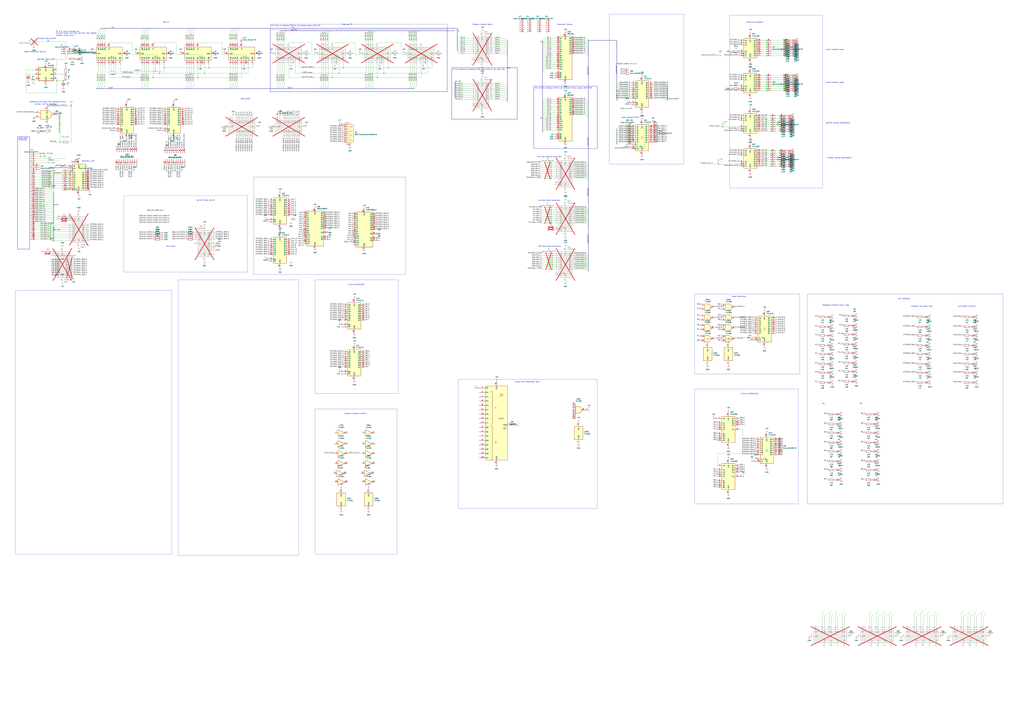
<source format=kicad_sch>
(kicad_sch (version 20230121) (generator eeschema)
  (paper "A0")
  (junction (at 905.51 134.62))
  (junction (at 732.79 147.32))
  (junction (at 640.08 259.08))
  (junction (at 910.59 54.61))
  (junction (at 890.27 54.61))
  (junction (at 640.08 246.38))
  (junction (at 895.35 193.04))
  (junction (at 732.79 162.56))
  (junction (at 890.27 95.25))
  (junction (at 57.15 199.39))
  (junction (at 393.7 85.09))
  (junction (at 895.35 177.8))
  (junction (at 641.35 304.8))
  (junction (at 190.5 78.74))
  (junction (at 640.08 191.77))
  (junction (at 732.79 165.1))
  (junction (at 910.59 92.71))
  (junction (at 445.77 85.09))
  (junction (at 910.59 62.23))
  (junction (at 640.08 196.85))
  (junction (at 82.55 123.19))
  (junction (at 905.51 149.86))
  (junction (at 450.85 78.74))
  (junction (at 910.59 105.41))
  (junction (at 57.15 207.01))
  (junction (at 895.35 190.5))
  (junction (at 905.51 144.78))
  (junction (at 640.08 201.93))
  (junction (at 732.79 149.86))
  (junction (at 250.19 285.75))
  (junction (at 640.08 248.92))
  (junction (at 641.35 297.18))
  (junction (at 890.27 97.79))
  (junction (at 641.35 309.88))
  (junction (at 78.74 59.69))
  (junction (at 641.35 302.26))
  (junction (at 732.79 152.4))
  (junction (at 177.8 90.17))
  (junction (at 69.85 165.1))
  (junction (at 640.08 189.23))
  (junction (at 910.59 46.99))
  (junction (at 641.35 299.72))
  (junction (at 905.51 193.04))
  (junction (at 890.27 64.77))
  (junction (at 905.51 182.88))
  (junction (at 640.08 241.3))
  (junction (at 57.15 217.17))
  (junction (at 890.27 59.69))
  (junction (at 438.15 90.17))
  (junction (at 77.47 205.74))
  (junction (at 57.15 201.93))
  (junction (at 78.74 62.23))
  (junction (at 732.79 154.94))
  (junction (at 732.79 160.02))
  (junction (at 57.15 214.63))
  (junction (at 77.47 213.36))
  (junction (at 640.08 256.54))
  (junction (at 910.59 64.77))
  (junction (at 890.27 90.17))
  (junction (at 895.35 187.96))
  (junction (at 910.59 57.15))
  (junction (at 73.66 93.98))
  (junction (at 890.27 49.53))
  (junction (at 77.47 208.28))
  (junction (at 890.27 100.33))
  (junction (at 895.35 144.78))
  (junction (at 83.82 59.69))
  (junction (at 386.08 90.17))
  (junction (at 905.51 139.7))
  (junction (at 76.2 86.36))
  (junction (at 895.35 134.62))
  (junction (at 641.35 312.42))
  (junction (at 910.59 95.25))
  (junction (at 237.49 85.09))
  (junction (at 398.78 78.74))
  (junction (at 185.42 85.09))
  (junction (at 58.42 262.89))
  (junction (at 895.35 180.34))
  (junction (at 895.35 182.88))
  (junction (at 57.15 204.47))
  (junction (at 895.35 185.42))
  (junction (at 640.08 199.39))
  (junction (at 58.42 265.43))
  (junction (at 895.35 137.16))
  (junction (at 905.51 177.8))
  (junction (at 732.79 157.48))
  (junction (at 66.04 93.98))
  (junction (at 77.47 218.44))
  (junction (at 895.35 152.4))
  (junction (at 905.51 175.26))
  (junction (at 77.47 210.82))
  (junction (at 910.59 102.87))
  (junction (at 58.42 260.35))
  (junction (at 640.08 207.01))
  (junction (at 641.35 294.64))
  (junction (at 77.47 200.66))
  (junction (at 640.08 243.84))
  (junction (at 895.35 142.24))
  (junction (at 640.08 204.47))
  (junction (at 905.51 142.24))
  (junction (at 58.42 278.13))
  (junction (at 910.59 52.07))
  (junction (at 910.59 49.53))
  (junction (at 890.27 52.07))
  (junction (at 242.57 78.74))
  (junction (at 910.59 87.63))
  (junction (at 57.15 212.09))
  (junction (at 58.42 275.59))
  (junction (at 910.59 100.33))
  (junction (at 834.39 190.5))
  (junction (at 910.59 97.79))
  (junction (at 905.51 187.96))
  (junction (at 905.51 147.32))
  (junction (at 890.27 102.87))
  (junction (at 58.42 267.97))
  (junction (at 895.35 147.32))
  (junction (at 58.42 270.51))
  (junction (at 905.51 137.16))
  (junction (at 890.27 57.15))
  (junction (at 890.27 92.71))
  (junction (at 890.27 105.41))
  (junction (at 77.47 203.2))
  (junction (at 640.08 254))
  (junction (at 58.42 273.05))
  (junction (at 910.59 90.17))
  (junction (at 640.08 194.31))
  (junction (at 90.17 59.69))
  (junction (at 890.27 87.63))
  (junction (at 895.35 149.86))
  (junction (at 895.35 139.7))
  (junction (at 905.51 190.5))
  (junction (at 910.59 59.69))
  (junction (at 890.27 46.99))
  (junction (at 839.47 147.32))
  (junction (at 77.47 215.9))
  (junction (at 905.51 185.42))
  (junction (at 641.35 307.34))
  (junction (at 905.51 180.34))
  (junction (at 905.51 152.4))
  (junction (at 890.27 62.23))
  (junction (at 229.87 90.17))
  (junction (at 57.15 209.55))
  (junction (at 895.35 175.26))
  (junction (at 640.08 251.46))
  (bus_entry (at 589.28 52.07) (size -2.54 -2.54))
  (bus_entry (at 1141.73 716.28) (size 2.54 -2.54))
  (bus_entry (at 972.82 716.28) (size 2.54 -2.54))
  (bus_entry (at 530.86 100.33) (size -2.54 -2.54))
  (bus_entry (at 370.84 102.87) (size 2.54 -2.54))
  (bus_entry (at 589.28 46.99) (size -2.54 -2.54))
  (bus_entry (at 59.69 212.09) (size 2.54 2.54))
  (bus_entry (at 632.46 62.23) (size -2.54 2.54))
  (bus_entry (at 59.69 237.49) (size 2.54 2.54))
  (bus_entry (at 716.28 111.76) (size 2.54 -2.54))
  (bus_entry (at 59.69 199.39) (size 2.54 2.54))
  (bus_entry (at 59.69 260.35) (size 2.54 2.54))
  (bus_entry (at 589.28 62.23) (size -2.54 -2.54))
  (bus_entry (at 59.69 240.03) (size 2.54 2.54))
  (bus_entry (at 716.28 152.4) (size 2.54 -2.54))
  (bus_entry (at 59.69 214.63) (size 2.54 2.54))
  (bus_entry (at 116.84 35.56) (size 2.54 -2.54))
  (bus_entry (at 273.05 35.56) (size 2.54 -2.54))
  (bus_entry (at 167.64 35.56) (size 2.54 -2.54))
  (bus_entry (at 680.72 128.27) (size 2.54 2.54))
  (bus_entry (at 589.28 49.53) (size -2.54 -2.54))
  (bus_entry (at 680.72 44.45) (size 2.54 2.54))
  (bus_entry (at 170.18 102.87) (size 2.54 -2.54))
  (bus_entry (at 1009.65 712.47) (size 2.54 -2.54))
  (bus_entry (at 533.4 62.23) (size -2.54 -2.54))
  (bus_entry (at 478.79 38.1) (size 2.54 -2.54))
  (bus_entry (at 59.69 222.25) (size 2.54 2.54))
  (bus_entry (at 1017.27 712.47) (size 2.54 -2.54))
  (bus_entry (at 530.86 107.95) (size -2.54 -2.54))
  (bus_entry (at 589.28 105.41) (size -2.54 -2.54))
  (bus_entry (at 275.59 35.56) (size 2.54 -2.54))
  (bus_entry (at 632.46 133.35) (size -2.54 2.54))
  (bus_entry (at 680.72 243.84) (size 2.54 2.54))
  (bus_entry (at 632.46 120.65) (size -2.54 2.54))
  (bus_entry (at 1032.51 712.47) (size 2.54 -2.54))
  (bus_entry (at 680.72 299.72) (size 2.54 2.54))
  (bus_entry (at 217.17 35.56) (size 2.54 -2.54))
  (bus_entry (at 632.46 49.53) (size -2.54 2.54))
  (bus_entry (at 1024.89 712.47) (size 2.54 -2.54))
  (bus_entry (at 589.28 59.69) (size -2.54 -2.54))
  (bus_entry (at 632.46 44.45) (size -2.54 2.54))
  (bus_entry (at 1012.19 716.28) (size 2.54 -2.54))
  (bus_entry (at 589.28 115.57) (size -2.54 -2.54))
  (bus_entry (at 327.66 38.1) (size 2.54 -2.54))
  (bus_entry (at 322.58 38.1) (size 2.54 -2.54))
  (bus_entry (at 59.6549 267.97) (size 2.54 2.54))
  (bus_entry (at 59.69 250.19) (size 2.54 2.54))
  (bus_entry (at 680.72 204.47) (size 2.54 2.54))
  (bus_entry (at 680.72 52.07) (size 2.54 2.54))
  (bus_entry (at 265.43 102.87) (size 2.54 -2.54))
  (bus_entry (at 378.46 102.87) (size 2.54 -2.54))
  (bus_entry (at 59.69 234.95) (size 2.54 2.54))
  (bus_entry (at 680.72 256.54) (size 2.54 2.54))
  (bus_entry (at 716.28 167.64) (size 2.54 -2.54))
  (bus_entry (at 478.79 102.87) (size 2.54 -2.54))
  (bus_entry (at 680.72 191.77) (size 2.54 2.54))
  (bus_entry (at 59.69 217.17) (size 2.54 2.54))
  (bus_entry (at 530.86 102.87) (size -2.54 -2.54))
  (bus_entry (at 59.69 270.51) (size 2.54 2.54))
  (bus_entry (at 716.28 154.94) (size 2.54 -2.54))
  (bus_entry (at 680.72 201.93) (size 2.54 2.54))
  (bus_entry (at 224.79 35.56) (size 2.54 -2.54))
  (bus_entry (at 1064.26 716.28) (size 2.54 -2.54))
  (bus_entry (at 433.07 38.1) (size 2.54 -2.54))
  (bus_entry (at 530.86 113.03) (size -2.54 -2.54))
  (bus_entry (at 170.18 35.56) (size 2.54 -2.54))
  (bus_entry (at 533.4 59.69) (size -2.54 -2.54))
  (bus_entry (at 373.38 38.1) (size 2.54 -2.54))
  (bus_entry (at 680.72 196.85) (size 2.54 2.54))
  (bus_entry (at 955.04 712.47) (size 2.54 -2.54))
  (bus_entry (at 632.46 118.11) (size -2.54 2.54))
  (bus_entry (at 680.72 133.35) (size 2.54 2.54))
  (bus_entry (at 1079.5 716.28) (size 2.54 -2.54))
  (bus_entry (at 680.72 120.65) (size 2.54 2.54))
  (bus_entry (at 772.16 96.52) (size 2.54 2.54))
  (bus_entry (at 330.2 38.1) (size 2.54 -2.54))
  (bus_entry (at 680.72 115.57) (size 2.54 2.54))
  (bus_entry (at 589.28 113.03) (size -2.54 -2.54))
  (bus_entry (at 680.72 312.42) (size 2.54 2.54))
  (bus_entry (at 589.28 110.49) (size -2.54 -2.54))
  (bus_entry (at 589.28 102.87) (size -2.54 -2.54))
  (bus_entry (at 119.38 102.87) (size 2.54 -2.54))
  (bus_entry (at 772.16 99.06) (size 2.54 2.54))
  (bus_entry (at 217.17 102.87) (size 2.54 -2.54))
  (bus_entry (at 632.46 57.15) (size -2.54 2.54))
  (bus_entry (at 59.69 229.87) (size 2.54 2.54))
  (bus_entry (at 1139.19 712.47) (size 2.54 -2.54))
  (bus_entry (at 680.72 302.26) (size 2.54 2.54))
  (bus_entry (at 716.28 106.68) (size 2.54 -2.54))
  (bus_entry (at 980.44 716.28) (size 2.54 -2.54))
  (bus_entry (at 772.16 111.76) (size 2.54 2.54))
  (bus_entry (at 962.66 712.47) (size 2.54 -2.54))
  (bus_entry (at 530.86 97.79) (size -2.54 -2.54))
  (bus_entry (at 632.46 143.51) (size -2.54 2.54))
  (bus_entry (at 59.6549 275.59) (size 2.54 2.54))
  (bus_entry (at 680.72 294.64) (size 2.54 2.54))
  (bus_entry (at 476.25 102.87) (size 2.54 -2.54))
  (bus_entry (at 267.97 35.56) (size 2.54 -2.54))
  (bus_entry (at 59.69 227.33) (size 2.54 2.54))
  (bus_entry (at 481.33 102.87) (size 2.54 -2.54))
  (bus_entry (at 632.46 59.69) (size -2.54 2.54))
  (bus_entry (at 632.46 67.31) (size -2.54 2.54))
  (bus_entry (at 680.72 130.81) (size 2.54 2.54))
  (bus_entry (at 327.66 102.87) (size 2.54 -2.54))
  (bus_entry (at 533.4 54.61) (size -2.54 -2.54))
  (bus_entry (at 772.16 109.22) (size 2.54 2.54))
  (bus_entry (at 680.72 248.92) (size 2.54 2.54))
  (bus_entry (at 381 38.1) (size 2.54 -2.54))
  (bus_entry (at 680.72 251.46) (size 2.54 2.54))
  (bus_entry (at 716.28 157.48) (size 2.54 -2.54))
  (bus_entry (at 59.69 207.01) (size 2.54 2.54))
  (bus_entry (at 680.72 189.23) (size 2.54 2.54))
  (bus_entry (at 680.72 62.23) (size 2.54 2.54))
  (bus_entry (at 119.38 35.56) (size 2.54 -2.54))
  (bus_entry (at 165.1 102.87) (size 2.54 -2.54))
  (bus_entry (at 632.46 77.47) (size -2.54 2.54))
  (bus_entry (at 680.72 297.18) (size 2.54 2.54))
  (bus_entry (at 680.72 57.15) (size 2.54 2.54))
  (bus_entry (at 222.25 102.87) (size 2.54 -2.54))
  (bus_entry (at 533.4 49.53) (size -2.54 -2.54))
  (bus_entry (at 167.64 102.87) (size 2.54 -2.54))
  (bus_entry (at 680.72 54.61) (size 2.54 2.54))
  (bus_entry (at 59.6549 278.13) (size 2.54 2.54))
  (bus_entry (at 680.72 307.34) (size 2.54 2.54))
  (bus_entry (at 533.4 44.45) (size -2.54 -2.54))
  (bus_entry (at 589.28 54.61) (size -2.54 -2.54))
  (bus_entry (at 114.3 35.56) (size 2.54 -2.54))
  (bus_entry (at 680.72 309.88) (size 2.54 2.54))
  (bus_entry (at 589.28 64.77) (size -2.54 -2.54))
  (bus_entry (at 427.99 102.87) (size 2.54 -2.54))
  (bus_entry (at 680.72 125.73) (size 2.54 2.54))
  (bus_entry (at 680.72 241.3) (size 2.54 2.54))
  (bus_entry (at 716.28 114.3) (size 2.54 -2.54))
  (bus_entry (at 530.86 105.41) (size -2.54 -2.54))
  (bus_entry (at 172.72 35.56) (size 2.54 -2.54))
  (bus_entry (at 632.46 72.39) (size -2.54 2.54))
  (bus_entry (at 680.72 246.38) (size 2.54 2.54))
  (bus_entry (at 273.05 102.87) (size 2.54 -2.54))
  (bus_entry (at 59.69 247.65) (size 2.54 2.54))
  (bus_entry (at 425.45 102.87) (size 2.54 -2.54))
  (bus_entry (at 59.69 224.79) (size 2.54 2.54))
  (bus_entry (at 1116.33 712.47) (size 2.54 -2.54))
  (bus_entry (at 632.46 54.61) (size -2.54 2.54))
  (bus_entry (at 59.69 255.27) (size 2.54 2.54))
  (bus_entry (at 589.28 118.11) (size -2.54 -2.54))
  (bus_entry (at 325.12 102.87) (size 2.54 -2.54))
  (bus_entry (at 680.72 207.01) (size 2.54 2.54))
  (bus_entry (at 632.46 146.05) (size -2.54 2.54))
  (bus_entry (at 111.76 102.87) (size 2.54 -2.54))
  (bus_entry (at 476.25 38.1) (size 2.54 -2.54))
  (bus_entry (at 680.72 254) (size 2.54 2.54))
  (bus_entry (at 59.69 232.41) (size 2.54 2.54))
  (bus_entry (at 59.69 252.73) (size 2.54 2.54))
  (bus_entry (at 957.58 716.28) (size 2.54 -2.54))
  (bus_entry (at 772.16 104.14) (size 2.54 2.54))
  (bus_entry (at 1123.95 712.47) (size 2.54 -2.54))
  (bus_entry (at 977.9 712.47) (size 2.54 -2.54))
  (bus_entry (at 165.1 35.56) (size 2.54 -2.54))
  (bus_entry (at 1131.57 712.47) (size 2.54 -2.54))
  (bus_entry (at 473.71 102.87) (size 2.54 -2.54))
  (bus_entry (at 530.86 110.49) (size -2.54 -2.54))
  (bus_entry (at 1118.87 716.28) (size 2.54 -2.54))
  (bus_entry (at 1027.43 716.28) (size 2.54 -2.54))
  (bus_entry (at 632.46 64.77) (size -2.54 2.54))
  (bus_entry (at 632.46 74.93) (size -2.54 2.54))
  (bus_entry (at 530.86 115.57) (size -2.54 -2.54))
  (bus_entry (at 716.28 99.06) (size 2.54 -2.54))
  (bus_entry (at 1019.81 716.28) (size 2.54 -2.54))
  (bus_entry (at 680.72 194.31) (size 2.54 2.54))
  (bus_entry (at 632.46 125.73) (size -2.54 2.54))
  (bus_entry (at 716.28 104.14) (size 2.54 -2.54))
  (bus_entry (at 378.46 38.1) (size 2.54 -2.54))
  (bus_entry (at 375.92 38.1) (size 2.54 -2.54))
  (bus_entry (at 680.72 118.11) (size 2.54 2.54))
  (bus_entry (at 632.46 130.81) (size -2.54 2.54))
  (bus_entry (at 772.16 101.6) (size 2.54 2.54))
  (bus_entry (at 375.92 102.87) (size 2.54 -2.54))
  (bus_entry (at 716.28 162.56) (size 2.54 -2.54))
  (bus_entry (at 162.56 102.87) (size 2.54 -2.54))
  (bus_entry (at 483.87 38.1) (size 2.54 -2.54))
  (bus_entry (at 59.6549 273.05) (size 2.54 2.54))
  (bus_entry (at 680.72 59.69) (size 2.54 2.54))
  (bus_entry (at 325.12 38.1) (size 2.54 -2.54))
  (bus_entry (at 322.58 102.87) (size 2.54 -2.54))
  (bus_entry (at 430.53 102.87) (size 2.54 -2.54))
  (bus_entry (at 59.69 257.81) (size 2.54 2.54))
  (bus_entry (at 716.28 101.6) (size 2.54 -2.54))
  (bus_entry (at 121.92 35.56) (size 2.54 -2.54))
  (bus_entry (at 970.28 712.47) (size 2.54 -2.54))
  (bus_entry (at 214.63 102.87) (size 2.54 -2.54))
  (bus_entry (at 680.72 304.8) (size 2.54 2.54))
  (bus_entry (at 772.16 106.68) (size 2.54 2.54))
  (bus_entry (at 632.46 140.97) (size -2.54 2.54))
  (bus_entry (at 680.72 259.08) (size 2.54 2.54))
  (bus_entry (at 533.4 46.99) (size -2.54 -2.54))
  (bus_entry (at 680.72 123.19) (size 2.54 2.54))
  (bus_entry (at 219.71 35.56) (size 2.54 -2.54))
  (bus_entry (at 589.28 107.95) (size -2.54 -2.54))
  (bus_entry (at 632.46 52.07) (size -2.54 2.54))
  (bus_entry (at 1087.12 716.28) (size 2.54 -2.54))
  (bus_entry (at 1035.05 716.28) (size 2.54 -2.54))
  (bus_entry (at 425.45 38.1) (size 2.54 -2.54))
  (bus_entry (at 59.69 204.47) (size 2.54 2.54))
  (bus_entry (at 481.33 38.1) (size 2.54 -2.54))
  (bus_entry (at 632.46 69.85) (size -2.54 2.54))
  (bus_entry (at 632.46 135.89) (size -2.54 2.54))
  (bus_entry (at 533.4 52.07) (size -2.54 -2.54))
  (bus_entry (at 1061.72 712.47) (size 2.54 -2.54))
  (bus_entry (at 1071.88 716.28) (size 2.54 -2.54))
  (bus_entry (at 59.69 201.93) (size 2.54 2.54))
  (bus_entry (at 716.28 160.02) (size 2.54 -2.54))
  (bus_entry (at 680.72 199.39) (size 2.54 2.54))
  (bus_entry (at 632.46 138.43) (size -2.54 2.54))
  (bus_entry (at 589.28 100.33) (size -2.54 -2.54))
  (bus_entry (at 1069.34 712.47) (size 2.54 -2.54))
  (bus_entry (at 1076.96 712.47) (size 2.54 -2.54))
  (bus_entry (at 632.46 115.57) (size -2.54 2.54))
  (bus_entry (at 533.4 57.15) (size -2.54 -2.54))
  (bus_entry (at 716.28 109.22) (size 2.54 -2.54))
  (bus_entry (at 427.99 38.1) (size 2.54 -2.54))
  (bus_entry (at 59.69 242.57) (size 2.54 2.54))
  (bus_entry (at 680.72 46.99) (size 2.54 2.54))
  (bus_entry (at 632.46 151.13) (size -2.54 2.54))
  (bus_entry (at 59.6549 265.43) (size 2.54 2.54))
  (bus_entry (at 965.2 716.28) (size 2.54 -2.54))
  (bus_entry (at 632.46 128.27) (size -2.54 2.54))
  (bus_entry (at 1084.58 712.47) (size 2.54 -2.54))
  (bus_entry (at 632.46 123.19) (size -2.54 2.54))
  (bus_entry (at 589.28 57.15) (size -2.54 -2.54))
  (bus_entry (at 632.46 148.59) (size -2.54 2.54))
  (bus_entry (at 716.28 116.84) (size 2.54 -2.54))
  (bus_entry (at 116.84 102.87) (size 2.54 -2.54))
  (bus_entry (at 373.38 102.87) (size 2.54 -2.54))
  (bus_entry (at 114.3 102.87) (size 2.54 -2.54))
  (bus_entry (at 59.69 245.11) (size 2.54 2.54))
  (bus_entry (at 632.46 80.01) (size -2.54 2.54))
  (bus_entry (at 270.51 35.56) (size 2.54 -2.54))
  (bus_entry (at 59.69 209.55) (size 2.54 2.54))
  (bus_entry (at 716.28 149.86) (size 2.54 -2.54))
  (bus_entry (at 430.53 38.1) (size 2.54 -2.54))
  (bus_entry (at 320.04 102.87) (size 2.54 -2.54))
  (bus_entry (at 219.71 102.87) (size 2.54 -2.54))
  (bus_entry (at 716.28 165.1) (size 2.54 -2.54))
  (bus_entry (at 59.69 219.71) (size 2.54 2.54))
  (bus_entry (at 772.16 114.3) (size 2.54 2.54))
  (bus_entry (at 222.25 35.56) (size 2.54 -2.54))
  (bus_entry (at 680.72 49.53) (size 2.54 2.54))
  (bus_entry (at 267.97 102.87) (size 2.54 -2.54))
  (bus_entry (at 632.46 46.99) (size -2.54 2.54))
  (bus_entry (at 1126.49 716.28) (size 2.54 -2.54))
  (bus_entry (at 270.51 102.87) (size 2.54 -2.54))
  (bus_entry (at 59.69 262.89) (size 2.54 2.54))
  (bus_entry (at 422.91 102.87) (size 2.54 -2.54))
  (bus_entry (at 1134.11 716.28) (size 2.54 -2.54))
  (wire (pts (xy 58.42 265.43) (xy 59.6549 265.43)))
  (wire (pts (xy 58.42 265.43) (xy 58.42 266.7)))
  (wire (pts (xy 890.27 95.25) (xy 883.92 95.25)))
  (wire (pts (xy 530.86 105.41) (xy 547.37 105.41)))
  (wire (pts (xy 335.28 74.93) (xy 335.28 90.17)))
  (bus (pts (xy 325.12 102.87) (xy 327.66 102.87)))
  (wire (pts (xy 1126.49 716.28) (xy 1126.49 726.44)))
  (wire (pts (xy 627.38 199.39) (xy 640.08 199.39)))
  (wire (pts (xy 641.35 304.8) (xy 643.89 304.8)))
  (bus (pts (xy 224.79 33.02) (xy 227.33 33.02)))
  (wire (pts (xy 58.42 262.89) (xy 58.42 264.16)))
  (wire (pts (xy 628.65 256.54) (xy 640.08 256.54)))
  (wire (pts (xy 433.07 38.1) (xy 433.07 49.53)))
  (wire (pts (xy 257.81 63.5) (xy 285.75 63.5)))
  (wire (pts (xy 895.35 139.7) (xy 905.51 139.7)))
  (wire (pts (xy 40.64 237.49) (xy 59.69 237.49)))
  (wire (pts (xy 628.65 302.26) (xy 641.35 302.26)))
  (wire (pts (xy 572.77 46.99) (xy 586.74 46.99)))
  (wire (pts (xy 182.88 63.5) (xy 182.88 74.93)))
  (wire (pts (xy 242.57 78.74) (xy 242.57 74.93)))
  (wire (pts (xy 572.77 97.79) (xy 586.74 97.79)))
  (wire (pts (xy 119.38 35.56) (xy 119.38 49.53)))
  (wire (pts (xy 180.34 77.47) (xy 180.34 74.93)))
  (wire (pts (xy 229.87 90.17) (xy 280.67 90.17)))
  (wire (pts (xy 58.42 270.51) (xy 58.42 271.78)))
  (wire (pts (xy 40.64 242.57) (xy 59.69 242.57)))
  (bus (pts (xy 478.79 102.87) (xy 481.33 102.87)))
  (wire (pts (xy 114.3 74.93) (xy 114.3 100.33)))
  (bus (pts (xy 327.66 35.56) (xy 330.2 35.56)))
  (bus (pts (xy 683.26 46.99) (xy 716.28 46.99)))
  (bus (pts (xy 62.1949 267.97) (xy 62.1598 270.51)))
  (wire (pts (xy 572.77 54.61) (xy 586.74 54.61)))
  (wire (pts (xy 718.82 152.4) (xy 732.79 152.4)))
  (wire (pts (xy 57.15 199.39) (xy 59.69 199.39)))
  (wire (pts (xy 572.77 44.45) (xy 586.74 44.45)))
  (wire (pts (xy 30.48 81.28) (xy 40.64 81.28)))
  (wire (pts (xy 190.5 78.74) (xy 190.5 74.93)))
  (wire (pts (xy 488.95 90.17) (xy 488.95 74.93)))
  (wire (pts (xy 242.57 78.74) (xy 293.37 78.74)))
  (wire (pts (xy 114.3 35.56) (xy 114.3 49.53)))
  (bus (pts (xy 530.86 52.07) (xy 530.86 54.61)))
  (wire (pts (xy 718.82 99.06) (xy 732.79 99.06)))
  (wire (pts (xy 640.08 196.85) (xy 643.89 196.85)))
  (wire (pts (xy 910.59 92.71) (xy 890.27 92.71)))
  (wire (pts (xy 40.64 214.63) (xy 57.15 214.63)))
  (wire (pts (xy 438.15 90.17) (xy 488.95 90.17)))
  (wire (pts (xy 57.15 218.44) (xy 57.15 217.17)))
  (wire (pts (xy 1076.96 712.47) (xy 1076.96 726.44)))
  (wire (pts (xy 718.82 111.76) (xy 732.79 111.76)))
  (wire (pts (xy 627.38 204.47) (xy 640.08 204.47)))
  (bus (pts (xy 716.28 114.3) (xy 716.28 111.76)))
  (wire (pts (xy 632.46 143.51) (xy 646.43 143.51)))
  (wire (pts (xy 533.4 46.99) (xy 547.37 46.99)))
  (bus (pts (xy 530.86 54.61) (xy 530.86 57.15)))
  (wire (pts (xy 134.62 74.93) (xy 134.62 85.09)))
  (wire (pts (xy 40.64 217.17) (xy 57.15 217.17)))
  (wire (pts (xy 718.82 160.02) (xy 732.79 160.02)))
  (wire (pts (xy 1087.12 716.28) (xy 1087.12 726.44)))
  (wire (pts (xy 58.42 260.35) (xy 59.69 260.35)))
  (bus (pts (xy 62.23 237.49) (xy 62.2673 240.03)))
  (bus (pts (xy 629.92 67.31) (xy 629.92 69.85)))
  (wire (pts (xy 450.85 78.74) (xy 450.85 74.93)))
  (bus (pts (xy 629.92 82.55) (xy 629.92 118.11)))
  (wire (pts (xy 641.35 302.26) (xy 643.89 302.26)))
  (bus (pts (xy 167.64 102.87) (xy 170.18 102.87)))
  (wire (pts (xy 427.99 38.1) (xy 427.99 49.53)))
  (wire (pts (xy 890.27 64.77) (xy 883.92 64.77)))
  (wire (pts (xy 58.42 266.7) (xy 78.74 266.7)))
  (bus (pts (xy 528.32 35.56) (xy 486.41 35.56)))
  (wire (pts (xy 910.59 90.17) (xy 890.27 90.17)))
  (wire (pts (xy 57.15 215.9) (xy 57.15 214.63)))
  (wire (pts (xy 758.19 101.6) (xy 772.16 101.6)))
  (bus (pts (xy 629.92 146.05) (xy 629.92 148.59)))
  (wire (pts (xy 270.51 35.56) (xy 270.51 49.53)))
  (wire (pts (xy 185.42 85.09) (xy 185.42 74.93)))
  (wire (pts (xy 40.64 255.27) (xy 59.69 255.27)))
  (wire (pts (xy 78.74 62.23) (xy 78.74 68.58)))
  (wire (pts (xy 640.08 189.23) (xy 643.89 189.23)))
  (wire (pts (xy 910.59 100.33) (xy 890.27 100.33)))
  (bus (pts (xy 270.51 102.87) (xy 273.05 102.87)))
  (wire (pts (xy 632.46 146.05) (xy 646.43 146.05)))
  (wire (pts (xy 139.7 74.93) (xy 139.7 82.55)))
  (wire (pts (xy 375.92 74.93) (xy 375.92 100.33)))
  (bus (pts (xy 683.26 259.08) (xy 683.26 261.62)))
  (wire (pts (xy 890.27 59.69) (xy 883.92 59.69)))
  (wire (pts (xy 78.74 218.44) (xy 77.47 218.44)))
  (wire (pts (xy 153.67 49.53) (xy 153.67 63.5)))
  (bus (pts (xy 716.28 167.64) (xy 716.28 165.1)))
  (bus (pts (xy 589.28 52.07) (xy 589.28 54.61)))
  (wire (pts (xy 980.44 716.28) (xy 980.44 726.44)))
  (wire (pts (xy 530.86 113.03) (xy 547.37 113.03)))
  (wire (pts (xy 632.46 135.89) (xy 646.43 135.89)))
  (wire (pts (xy 78.74 57.15) (xy 78.74 59.69)))
  (wire (pts (xy 962.66 712.47) (xy 962.66 726.44)))
  (bus (pts (xy 530.86 41.91) (xy 530.86 44.45)))
  (wire (pts (xy 632.46 62.23) (xy 646.43 62.23)))
  (bus (pts (xy 716.28 162.56) (xy 716.28 160.02)))
  (wire (pts (xy 628.65 299.72) (xy 641.35 299.72)))
  (wire (pts (xy 632.46 128.27) (xy 646.43 128.27)))
  (wire (pts (xy 430.53 74.93) (xy 430.53 100.33)))
  (wire (pts (xy 335.28 90.17) (xy 386.08 90.17)))
  (wire (pts (xy 1009.65 712.47) (xy 1009.65 726.44)))
  (wire (pts (xy 393.7 85.09) (xy 445.77 85.09)))
  (wire (pts (xy 77.47 210.82) (xy 57.15 210.82)))
  (wire (pts (xy 78.74 59.69) (xy 83.82 59.69)))
  (bus (pts (xy 62.23 262.89) (xy 62.23 265.43)))
  (bus (pts (xy 683.26 246.38) (xy 683.26 248.92)))
  (bus (pts (xy 62.23 255.27) (xy 62.23 257.81)))
  (wire (pts (xy 237.49 85.09) (xy 288.29 85.09)))
  (bus (pts (xy 774.7 109.22) (xy 774.7 111.76)))
  (wire (pts (xy 890.27 105.41) (xy 883.92 105.41)))
  (wire (pts (xy 718.82 106.68) (xy 732.79 106.68)))
  (wire (pts (xy 58.42 165.1) (xy 69.85 165.1)))
  (wire (pts (xy 412.75 63.5) (xy 443.23 63.5)))
  (wire (pts (xy 955.04 712.47) (xy 955.04 726.44)))
  (wire (pts (xy 666.75 52.07) (xy 680.72 52.07)))
  (bus (pts (xy 589.28 62.23) (xy 589.28 64.77)))
  (bus (pts (xy 629.92 54.61) (xy 629.92 57.15)))
  (bus (pts (xy 683.26 307.34) (xy 683.26 309.88)))
  (wire (pts (xy 496.57 85.09) (xy 496.57 74.93)))
  (bus (pts (xy 62.23 209.55) (xy 62.23 212.09)))
  (wire (pts (xy 640.08 204.47) (xy 643.89 204.47)))
  (wire (pts (xy 443.23 63.5) (xy 443.23 74.93)))
  (wire (pts (xy 632.46 72.39) (xy 646.43 72.39)))
  (wire (pts (xy 718.82 109.22) (xy 732.79 109.22)))
  (bus (pts (xy 683.26 125.73) (xy 683.26 128.27)))
  (bus (pts (xy 167.64 33.02) (xy 170.18 33.02)))
  (bus (pts (xy 528.32 107.95) (xy 528.32 105.41)))
  (wire (pts (xy 905.51 187.96) (xy 895.35 187.96)))
  (bus (pts (xy 528.32 113.03) (xy 528.32 110.49)))
  (wire (pts (xy 78.74 276.86) (xy 58.42 276.86)))
  (wire (pts (xy 78.74 205.74) (xy 77.47 205.74)))
  (wire (pts (xy 758.19 109.22) (xy 772.16 109.22)))
  (wire (pts (xy 129.54 81.28) (xy 129.54 74.93)))
  (wire (pts (xy 628.65 304.8) (xy 641.35 304.8)))
  (wire (pts (xy 640.08 251.46) (xy 643.89 251.46)))
  (wire (pts (xy 476.25 74.93) (xy 476.25 100.33)))
  (wire (pts (xy 466.09 49.53) (xy 466.09 63.5)))
  (wire (pts (xy 833.12 527.05) (xy 833.12 541.02)))
  (bus (pts (xy 629.92 151.13) (xy 629.92 153.67)))
  (bus (pts (xy 227.33 33.02) (xy 270.51 33.02)))
  (bus (pts (xy 683.26 194.31) (xy 683.26 196.85)))
  (wire (pts (xy 40.64 227.33) (xy 59.69 227.33)))
  (wire (pts (xy 466.09 63.5) (xy 494.03 63.5)))
  (bus (pts (xy 683.26 59.69) (xy 683.26 62.23)))
  (bus (pts (xy 62.23 204.47) (xy 62.23 207.01)))
  (wire (pts (xy 378.46 74.93) (xy 378.46 100.33)))
  (bus (pts (xy 629.92 64.77) (xy 629.92 67.31)))
  (wire (pts (xy 890.27 100.33) (xy 883.92 100.33)))
  (bus (pts (xy 121.92 33.02) (xy 124.46 33.02)))
  (wire (pts (xy 628.65 243.84) (xy 640.08 243.84)))
  (wire (pts (xy 718.82 165.1) (xy 732.79 165.1)))
  (wire (pts (xy 628.65 251.46) (xy 640.08 251.46)))
  (bus (pts (xy 62.23 257.81) (xy 62.23 260.35)))
  (wire (pts (xy 748.03 172.72) (xy 732.79 172.72)))
  (wire (pts (xy 40.64 204.47) (xy 57.15 204.47)))
  (wire (pts (xy 438.15 49.53) (xy 466.09 49.53)))
  (bus (pts (xy 683.26 251.46) (xy 683.26 254)))
  (wire (pts (xy 905.51 193.04) (xy 895.35 193.04)))
  (bus (pts (xy 716.28 116.84) (xy 716.28 114.3)))
  (wire (pts (xy 572.77 59.69) (xy 586.74 59.69)))
  (wire (pts (xy 1079.5 716.28) (xy 1079.5 726.44)))
  (wire (pts (xy 481.33 38.1) (xy 481.33 49.53)))
  (wire (pts (xy 172.72 74.93) (xy 172.72 100.33)))
  (wire (pts (xy 275.59 74.93) (xy 275.59 100.33)))
  (bus (pts (xy 774.7 104.14) (xy 774.7 106.68)))
  (wire (pts (xy 669.29 294.64) (xy 680.72 294.64)))
  (wire (pts (xy 58.42 273.05) (xy 58.42 274.32)))
  (wire (pts (xy 910.59 59.69) (xy 890.27 59.69)))
  (wire (pts (xy 627.38 196.85) (xy 640.08 196.85)))
  (wire (pts (xy 121.92 35.56) (xy 121.92 49.53)))
  (wire (pts (xy 77.47 215.9) (xy 57.15 215.9)))
  (wire (pts (xy 40.64 229.87) (xy 59.69 229.87)))
  (bus (pts (xy 481.33 35.56) (xy 483.87 35.56)))
  (bus (pts (xy 62.1949 274.32) (xy 62.1949 275.59)))
  (wire (pts (xy 78.74 279.4) (xy 58.42 279.4)))
  (bus (pts (xy 774.7 106.68) (xy 774.7 109.22)))
  (wire (pts (xy 1064.26 716.28) (xy 1064.26 726.44)))
  (wire (pts (xy 58.42 278.13) (xy 59.6549 278.13)))
  (wire (pts (xy 641.35 299.72) (xy 643.89 299.72)))
  (bus (pts (xy 683.26 133.35) (xy 683.26 135.89)))
  (bus (pts (xy 589.28 107.95) (xy 589.28 110.49)))
  (wire (pts (xy 666.75 46.99) (xy 680.72 46.99)))
  (wire (pts (xy 66.04 68.58) (xy 76.2 68.58)))
  (wire (pts (xy 44.45 48.26) (xy 76.2 48.26)))
  (bus (pts (xy 62.23 201.93) (xy 62.23 204.47)))
  (wire (pts (xy 40.64 265.43) (xy 58.42 265.43)))
  (wire (pts (xy 325.12 74.93) (xy 325.12 100.33)))
  (wire (pts (xy 718.82 157.48) (xy 732.79 157.48)))
  (bus (pts (xy 716.28 152.4) (xy 716.28 149.86)))
  (wire (pts (xy 127 90.17) (xy 177.8 90.17)))
  (wire (pts (xy 858.52 499.11) (xy 862.33 499.11)))
  (wire (pts (xy 1141.73 716.28) (xy 1141.73 726.44)))
  (bus (pts (xy 589.28 115.57) (xy 589.28 118.11)))
  (bus (pts (xy 683.26 196.85) (xy 683.26 199.39)))
  (wire (pts (xy 669.29 194.31) (xy 680.72 194.31)))
  (wire (pts (xy 627.38 194.31) (xy 640.08 194.31)))
  (bus (pts (xy 62.23 245.11) (xy 62.23 247.65)))
  (bus (pts (xy 62.23 214.63) (xy 62.23 217.17)))
  (wire (pts (xy 632.46 140.97) (xy 646.43 140.97)))
  (wire (pts (xy 895.35 142.24) (xy 905.51 142.24)))
  (wire (pts (xy 78.74 271.78) (xy 58.42 271.78)))
  (wire (pts (xy 632.46 130.81) (xy 646.43 130.81)))
  (wire (pts (xy 40.64 212.09) (xy 57.15 212.09)))
  (wire (pts (xy 267.97 35.56) (xy 267.97 49.53)))
  (wire (pts (xy 57.15 212.09) (xy 59.69 212.09)))
  (wire (pts (xy 83.82 59.69) (xy 90.17 59.69)))
  (bus (pts (xy 425.45 102.87) (xy 427.99 102.87)))
  (bus (pts (xy 62.2673 234.95) (xy 62.23 237.49)))
  (wire (pts (xy 58.42 264.16) (xy 78.74 264.16)))
  (wire (pts (xy 666.75 128.27) (xy 680.72 128.27)))
  (wire (pts (xy 632.46 52.07) (xy 646.43 52.07)))
  (wire (pts (xy 669.29 299.72) (xy 680.72 299.72)))
  (wire (pts (xy 322.58 74.93) (xy 322.58 100.33)))
  (wire (pts (xy 361.95 63.5) (xy 391.16 63.5)))
  (bus (pts (xy 629.92 62.23) (xy 629.92 64.77)))
  (wire (pts (xy 412.75 49.53) (xy 412.75 63.5)))
  (wire (pts (xy 229.87 49.53) (xy 257.81 49.53)))
  (wire (pts (xy 57.15 209.55) (xy 59.69 209.55)))
  (bus (pts (xy 683.26 64.77) (xy 683.26 118.11)))
  (bus (pts (xy 716.28 106.68) (xy 716.28 104.14)))
  (wire (pts (xy 669.29 297.18) (xy 680.72 297.18)))
  (wire (pts (xy 66.04 93.98) (xy 73.66 93.98)))
  (wire (pts (xy 627.38 191.77) (xy 640.08 191.77)))
  (wire (pts (xy 905.51 177.8) (xy 895.35 177.8)))
  (wire (pts (xy 270.51 74.93) (xy 270.51 100.33)))
  (wire (pts (xy 52.07 152.4) (xy 50.8 152.4)))
  (wire (pts (xy 641.35 297.18) (xy 643.89 297.18)))
  (bus (pts (xy 629.92 46.99) (xy 629.92 49.53)))
  (wire (pts (xy 78.74 68.58) (xy 80.01 68.58)))
  (bus (pts (xy 589.28 100.33) (xy 589.28 102.87)))
  (bus (pts (xy 589.28 57.15) (xy 589.28 59.69)))
  (wire (pts (xy 77.47 213.36) (xy 57.15 213.36)))
  (wire (pts (xy 890.27 52.07) (xy 910.59 52.07)))
  (bus (pts (xy 373.38 102.87) (xy 375.92 102.87)))
  (wire (pts (xy 890.27 62.23) (xy 883.92 62.23)))
  (wire (pts (xy 40.64 278.13) (xy 58.42 278.13)))
  (wire (pts (xy 57.15 205.74) (xy 57.15 204.47)))
  (bus (pts (xy 629.92 130.81) (xy 629.92 133.35)))
  (wire (pts (xy 66.04 91.44) (xy 66.04 93.98)))
  (wire (pts (xy 666.75 62.23) (xy 680.72 62.23)))
  (bus (pts (xy 62.1949 270.51) (xy 62.1598 270.51)))
  (wire (pts (xy 669.29 256.54) (xy 680.72 256.54)))
  (bus (pts (xy 322.58 102.87) (xy 325.12 102.87)))
  (wire (pts (xy 895.35 147.32) (xy 905.51 147.32)))
  (wire (pts (xy 839.47 147.32) (xy 858.52 147.32)))
  (bus (pts (xy 716.28 160.02) (xy 716.28 157.48)))
  (wire (pts (xy 267.97 74.93) (xy 267.97 100.33)))
  (wire (pts (xy 628.65 294.64) (xy 641.35 294.64)))
  (wire (pts (xy 669.29 207.01) (xy 680.72 207.01)))
  (wire (pts (xy 250.19 285.75) (xy 250.19 288.29)))
  (bus (pts (xy 683.26 120.65) (xy 683.26 123.19)))
  (wire (pts (xy 1139.19 712.47) (xy 1139.19 726.44)))
  (wire (pts (xy 572.77 57.15) (xy 586.74 57.15)))
  (wire (pts (xy 910.59 54.61) (xy 890.27 54.61)))
  (wire (pts (xy 669.29 248.92) (xy 680.72 248.92)))
  (bus (pts (xy 427.99 102.87) (xy 430.53 102.87)))
  (bus (pts (xy 774.7 101.6) (xy 774.7 104.14)))
  (wire (pts (xy 640.08 201.93) (xy 643.89 201.93)))
  (bus (pts (xy 683.26 304.8) (xy 683.26 307.34)))
  (wire (pts (xy 533.4 54.61) (xy 547.37 54.61)))
  (wire (pts (xy 57.15 207.01) (xy 59.69 207.01)))
  (wire (pts (xy 641.35 309.88) (xy 643.89 309.88)))
  (wire (pts (xy 57.15 208.28) (xy 57.15 207.01)))
  (wire (pts (xy 905.51 185.42) (xy 895.35 185.42)))
  (wire (pts (xy 293.37 78.74) (xy 293.37 74.93)))
  (wire (pts (xy 835.66 147.32) (xy 839.47 147.32)))
  (wire (pts (xy 165.1 35.56) (xy 165.1 49.53)))
  (wire (pts (xy 572.77 105.41) (xy 586.74 105.41)))
  (wire (pts (xy 66.04 107.95) (xy 30.48 107.95)))
  (bus (pts (xy 62.23 212.09) (xy 62.23 214.63)))
  (wire (pts (xy 890.27 46.99) (xy 910.59 46.99)))
  (bus (pts (xy 62.23 232.41) (xy 62.23 234.95)))
  (wire (pts (xy 718.82 104.14) (xy 732.79 104.14)))
  (wire (pts (xy 222.25 74.93) (xy 222.25 100.33)))
  (wire (pts (xy 90.17 59.69) (xy 90.17 62.23)))
  (bus (pts (xy 629.92 133.35) (xy 629.92 135.89)))
  (bus (pts (xy 589.28 64.77) (xy 589.28 100.33)))
  (bus (pts (xy 629.92 77.47) (xy 629.92 80.01)))
  (bus (pts (xy 683.26 207.01) (xy 683.26 209.55)))
  (wire (pts (xy 533.4 57.15) (xy 547.37 57.15)))
  (wire (pts (xy 288.29 85.09) (xy 288.29 74.93)))
  (wire (pts (xy 628.65 307.34) (xy 641.35 307.34)))
  (bus (pts (xy 589.28 46.99) (xy 589.28 49.53)))
  (wire (pts (xy 1061.72 712.47) (xy 1061.72 726.44)))
  (wire (pts (xy 83.82 59.69) (xy 83.82 62.23)))
  (wire (pts (xy 910.59 57.15) (xy 890.27 57.15)))
  (wire (pts (xy 40.64 222.25) (xy 59.69 222.25)))
  (wire (pts (xy 628.65 259.08) (xy 640.08 259.08)))
  (wire (pts (xy 391.16 63.5) (xy 391.16 74.93)))
  (bus (pts (xy 683.26 57.15) (xy 683.26 59.69)))
  (wire (pts (xy 66.04 93.98) (xy 66.04 107.95)))
  (wire (pts (xy 285.75 63.5) (xy 285.75 74.93)))
  (wire (pts (xy 905.51 175.26) (xy 895.35 175.26)))
  (bus (pts (xy 62.23 217.17) (xy 62.23 219.71)))
  (wire (pts (xy 533.4 49.53) (xy 547.37 49.53)))
  (bus (pts (xy 629.92 80.01) (xy 629.92 82.55)))
  (wire (pts (xy 828.04 190.5) (xy 834.39 190.5)))
  (wire (pts (xy 69.85 165.1) (xy 72.39 165.1)))
  (bus (pts (xy 683.26 128.27) (xy 683.26 130.81)))
  (wire (pts (xy 347.98 74.93) (xy 347.98 78.74)))
  (bus (pts (xy 683.26 204.47) (xy 683.26 207.01)))
  (bus (pts (xy 62.23 222.25) (xy 62.23 224.79)))
  (bus (pts (xy 476.25 102.87) (xy 478.79 102.87)))
  (wire (pts (xy 77.47 200.66) (xy 57.15 200.66)))
  (wire (pts (xy 58.42 267.97) (xy 58.42 269.24)))
  (wire (pts (xy 40.64 267.97) (xy 58.42 267.97)))
  (wire (pts (xy 748.03 144.78) (xy 748.03 172.72)))
  (wire (pts (xy 1071.88 716.28) (xy 1071.88 726.44)))
  (bus (pts (xy 427.99 35.56) (xy 430.53 35.56)))
  (wire (pts (xy 905.51 182.88) (xy 895.35 182.88)))
  (wire (pts (xy 910.59 102.87) (xy 890.27 102.87)))
  (wire (pts (xy 530.86 110.49) (xy 547.37 110.49)))
  (wire (pts (xy 222.25 35.56) (xy 222.25 49.53)))
  (wire (pts (xy 57.15 210.82) (xy 57.15 209.55)))
  (wire (pts (xy 40.64 219.71) (xy 59.69 219.71)))
  (wire (pts (xy 217.17 74.93) (xy 217.17 100.33)))
  (wire (pts (xy 40.64 186.69) (xy 69.85 186.69)))
  (wire (pts (xy 438.15 90.17) (xy 438.15 74.93)))
  (wire (pts (xy 40.64 207.01) (xy 57.15 207.01)))
  (bus (pts (xy 378.46 102.87) (xy 422.91 102.87)))
  (wire (pts (xy 718.82 114.3) (xy 732.79 114.3)))
  (wire (pts (xy 883.92 46.99) (xy 890.27 46.99)))
  (wire (pts (xy 895.35 177.8) (xy 883.92 177.8)))
  (wire (pts (xy 58.42 275.59) (xy 59.6549 275.59)))
  (wire (pts (xy 342.9 85.09) (xy 393.7 85.09)))
  (bus (pts (xy 629.92 148.59) (xy 629.92 151.13)))
  (bus (pts (xy 683.26 312.42) (xy 683.26 314.96)))
  (wire (pts (xy 40.64 260.35) (xy 58.42 260.35)))
  (wire (pts (xy 58.42 262.89) (xy 59.69 262.89)))
  (wire (pts (xy 895.35 152.4) (xy 905.51 152.4)))
  (bus (pts (xy 629.92 52.07) (xy 629.92 54.61)))
  (bus (pts (xy 683.26 297.18) (xy 683.26 299.72)))
  (bus (pts (xy 683.26 52.07) (xy 683.26 54.61)))
  (bus (pts (xy 774.7 111.76) (xy 774.7 114.3)))
  (wire (pts (xy 533.4 62.23) (xy 547.37 62.23)))
  (bus (pts (xy 589.28 54.61) (xy 589.28 57.15)))
  (wire (pts (xy 669.29 307.34) (xy 680.72 307.34)))
  (wire (pts (xy 977.9 712.47) (xy 977.9 726.44)))
  (wire (pts (xy 895.35 190.5) (xy 883.92 190.5)))
  (wire (pts (xy 57.15 204.47) (xy 59.69 204.47)))
  (wire (pts (xy 632.46 49.53) (xy 646.43 49.53)))
  (wire (pts (xy 445.77 85.09) (xy 496.57 85.09)))
  (bus (pts (xy 683.26 123.19) (xy 683.26 125.73)))
  (wire (pts (xy 132.08 81.28) (xy 132.08 74.93)))
  (wire (pts (xy 58.42 270.51) (xy 59.69 270.51)))
  (wire (pts (xy 1131.57 712.47) (xy 1131.57 726.44)))
  (wire (pts (xy 640.08 246.38) (xy 643.89 246.38)))
  (wire (pts (xy 190.5 82.55) (xy 190.5 78.74)))
  (wire (pts (xy 1118.87 716.28) (xy 1118.87 726.44)))
  (wire (pts (xy 425.45 38.1) (xy 425.45 49.53)))
  (bus (pts (xy 528.32 110.49) (xy 528.32 107.95)))
  (wire (pts (xy 895.35 134.62) (xy 905.51 134.62)))
  (wire (pts (xy 257.81 49.53) (xy 257.81 63.5)))
  (wire (pts (xy 718.82 149.86) (xy 732.79 149.86)))
  (wire (pts (xy 167.64 74.93) (xy 167.64 100.33)))
  (bus (pts (xy 119.38 33.02) (xy 121.92 33.02)))
  (bus (pts (xy 589.28 113.03) (xy 589.28 115.57)))
  (wire (pts (xy 758.19 104.14) (xy 772.16 104.14)))
  (wire (pts (xy 66.04 86.36) (xy 76.2 86.36)))
  (bus (pts (xy 629.92 135.89) (xy 629.92 138.43)))
  (wire (pts (xy 883.92 52.07) (xy 890.27 52.07)))
  (wire (pts (xy 669.29 254) (xy 680.72 254)))
  (wire (pts (xy 666.75 125.73) (xy 680.72 125.73)))
  (wire (pts (xy 1116.33 712.47) (xy 1116.33 726.44)))
  (wire (pts (xy 669.29 246.38) (xy 680.72 246.38)))
  (wire (pts (xy 478.79 38.1) (xy 478.79 49.53)))
  (wire (pts (xy 40.64 209.55) (xy 57.15 209.55)))
  (wire (pts (xy 669.29 309.88) (xy 680.72 309.88)))
  (bus (pts (xy 119.38 102.87) (xy 162.56 102.87)))
  (bus (pts (xy 530.86 44.45) (xy 530.86 46.99)))
  (bus (pts (xy 589.28 105.41) (xy 589.28 107.95)))
  (wire (pts (xy 718.82 101.6) (xy 732.79 101.6)))
  (bus (pts (xy 114.3 102.87) (xy 116.84 102.87)))
  (wire (pts (xy 77.47 203.2) (xy 57.15 203.2)))
  (wire (pts (xy 58.42 261.62) (xy 78.74 261.62)))
  (wire (pts (xy 170.18 35.56) (xy 170.18 49.53)))
  (wire (pts (xy 66.04 81.28) (xy 66.04 68.58)))
  (bus (pts (xy 683.26 199.39) (xy 683.26 201.93)))
  (wire (pts (xy 1069.34 712.47) (xy 1069.34 726.44)))
  (wire (pts (xy 758.19 99.06) (xy 772.16 99.06)))
  (wire (pts (xy 627.38 207.01) (xy 640.08 207.01)))
  (wire (pts (xy 632.46 59.69) (xy 646.43 59.69)))
  (bus (pts (xy 589.28 59.69) (xy 589.28 62.23)))
  (wire (pts (xy 83.82 57.15) (xy 83.82 59.69)))
  (wire (pts (xy 895.35 175.26) (xy 883.92 175.26)))
  (wire (pts (xy 632.46 44.45) (xy 646.43 44.45)))
  (bus (pts (xy 589.28 102.87) (xy 589.28 105.41)))
  (wire (pts (xy 669.29 312.42) (xy 680.72 312.42)))
  (wire (pts (xy 632.46 123.19) (xy 646.43 123.19)))
  (wire (pts (xy 632.46 77.47) (xy 646.43 77.47)))
  (wire (pts (xy 69.85 165.1) (xy 69.85 133.35)))
  (bus (pts (xy 370.84 102.87) (xy 373.38 102.87)))
  (wire (pts (xy 910.59 105.41) (xy 890.27 105.41)))
  (bus (pts (xy 175.26 33.02) (xy 219.71 33.02)))
  (wire (pts (xy 669.29 302.26) (xy 680.72 302.26)))
  (wire (pts (xy 172.72 35.56) (xy 172.72 49.53)))
  (wire (pts (xy 494.03 63.5) (xy 494.03 74.93)))
  (wire (pts (xy 40.64 250.19) (xy 59.69 250.19)))
  (bus (pts (xy 629.92 140.97) (xy 629.92 143.51)))
  (wire (pts (xy 273.05 74.93) (xy 273.05 100.33)))
  (bus (pts (xy 62.23 273.05) (xy 62.23 274.32)))
  (bus (pts (xy 270.51 33.02) (xy 273.05 33.02)))
  (wire (pts (xy 666.75 115.57) (xy 680.72 115.57)))
  (wire (pts (xy 572.77 110.49) (xy 586.74 110.49)))
  (bus (pts (xy 530.86 57.15) (xy 530.86 59.69)))
  (bus (pts (xy 528.32 105.41) (xy 528.32 102.87)))
  (bus (pts (xy 530.86 49.53) (xy 530.86 52.07)))
  (bus (pts (xy 716.28 165.1) (xy 716.28 162.56)))
  (wire (pts (xy 895.35 187.96) (xy 883.92 187.96)))
  (wire (pts (xy 572.77 107.95) (xy 586.74 107.95)))
  (wire (pts (xy 361.95 49.53) (xy 361.95 63.5)))
  (wire (pts (xy 1084.58 712.47) (xy 1084.58 726.44)))
  (wire (pts (xy 40.64 257.81) (xy 59.69 257.81)))
  (wire (pts (xy 1012.19 716.28) (xy 1012.19 726.44)))
  (wire (pts (xy 58.42 273.05) (xy 59.6549 273.05)))
  (wire (pts (xy 322.58 38.1) (xy 322.58 49.53)))
  (wire (pts (xy 718.82 147.32) (xy 732.79 147.32)))
  (wire (pts (xy 327.66 38.1) (xy 327.66 49.53)))
  (wire (pts (xy 530.86 107.95) (xy 547.37 107.95)))
  (wire (pts (xy 890.27 87.63) (xy 883.92 87.63)))
  (wire (pts (xy 204.47 63.5) (xy 234.95 63.5)))
  (wire (pts (xy 82.55 165.1) (xy 80.01 165.1)))
  (wire (pts (xy 666.75 130.81) (xy 680.72 130.81)))
  (wire (pts (xy 632.46 80.01) (xy 646.43 80.01)))
  (wire (pts (xy 965.2 716.28) (xy 965.2 726.44)))
  (bus (pts (xy 589.28 110.49) (xy 589.28 113.03)))
  (wire (pts (xy 628.65 248.92) (xy 640.08 248.92)))
  (wire (pts (xy 1019.81 716.28) (xy 1019.81 726.44)))
  (wire (pts (xy 640.08 191.77) (xy 643.89 191.77)))
  (bus (pts (xy 473.71 102.87) (xy 476.25 102.87)))
  (wire (pts (xy 1017.27 712.47) (xy 1017.27 726.44)))
  (wire (pts (xy 970.28 712.47) (xy 970.28 726.44)))
  (wire (pts (xy 632.46 151.13) (xy 646.43 151.13)))
  (bus (pts (xy 683.26 248.92) (xy 683.26 251.46)))
  (bus (pts (xy 275.59 33.02) (xy 278.13 33.02)))
  (wire (pts (xy 890.27 54.61) (xy 883.92 54.61)))
  (wire (pts (xy 78.74 59.69) (xy 78.74 62.23)))
  (wire (pts (xy 666.75 123.19) (xy 680.72 123.19)))
  (wire (pts (xy 666.75 120.65) (xy 680.72 120.65)))
  (wire (pts (xy 669.29 196.85) (xy 680.72 196.85)))
  (wire (pts (xy 381 38.1) (xy 381 49.53)))
  (wire (pts (xy 910.59 87.63) (xy 890.27 87.63)))
  (wire (pts (xy 530.86 102.87) (xy 547.37 102.87)))
  (wire (pts (xy 177.8 49.53) (xy 204.47 49.53)))
  (wire (pts (xy 30.48 107.95) (xy 30.48 81.28)))
  (wire (pts (xy 666.75 44.45) (xy 680.72 44.45)))
  (bus (pts (xy 273.05 33.02) (xy 275.59 33.02)))
  (wire (pts (xy 640.08 194.31) (xy 643.89 194.31)))
  (wire (pts (xy 78.74 203.2) (xy 77.47 203.2)))
  (wire (pts (xy 669.29 189.23) (xy 680.72 189.23)))
  (wire (pts (xy 433.07 74.93) (xy 433.07 100.33)))
  (wire (pts (xy 883.92 149.86) (xy 895.35 149.86)))
  (wire (pts (xy 669.29 251.46) (xy 680.72 251.46)))
  (wire (pts (xy 669.29 199.39) (xy 680.72 199.39)))
  (wire (pts (xy 666.75 118.11) (xy 680.72 118.11)))
  (wire (pts (xy 957.58 716.28) (xy 957.58 726.44)))
  (bus (pts (xy 483.87 35.56) (xy 486.41 35.56)))
  (bus (pts (xy 683.26 299.72) (xy 683.26 302.26)))
  (bus (pts (xy 332.74 35.56) (xy 375.92 35.56)))
  (wire (pts (xy 153.67 63.5) (xy 182.88 63.5)))
  (wire (pts (xy 627.38 201.93) (xy 640.08 201.93)))
  (wire (pts (xy 40.64 189.23) (xy 54.61 189.23)))
  (bus (pts (xy 217.17 102.87) (xy 219.71 102.87)))
  (wire (pts (xy 632.46 148.59) (xy 646.43 148.59)))
  (wire (pts (xy 572.77 113.03) (xy 586.74 113.03)))
  (wire (pts (xy 883.92 142.24) (xy 895.35 142.24)))
  (wire (pts (xy 669.29 259.08) (xy 680.72 259.08)))
  (wire (pts (xy 427.99 74.93) (xy 427.99 100.33)))
  (wire (pts (xy 217.17 35.56) (xy 217.17 49.53)))
  (bus (pts (xy 629.92 49.53) (xy 629.92 52.07)))
  (wire (pts (xy 478.79 74.93) (xy 478.79 100.33)))
  (wire (pts (xy 666.75 49.53) (xy 680.72 49.53)))
  (wire (pts (xy 834.39 190.5) (xy 858.52 190.5)))
  (wire (pts (xy 280.67 90.17) (xy 280.67 74.93)))
  (wire (pts (xy 40.64 252.73) (xy 59.69 252.73)))
  (wire (pts (xy 640.08 207.01) (xy 643.89 207.01)))
  (wire (pts (xy 669.29 201.93) (xy 680.72 201.93)))
  (bus (pts (xy 62.23 207.01) (xy 62.23 209.55)))
  (wire (pts (xy 40.64 232.41) (xy 59.69 232.41)))
  (wire (pts (xy 40.64 273.05) (xy 58.42 273.05)))
  (bus (pts (xy 774.7 99.06) (xy 774.7 101.6)))
  (bus (pts (xy 683.26 261.62) (xy 683.26 297.18)))
  (wire (pts (xy 121.92 74.93) (xy 121.92 100.33)))
  (bus (pts (xy 124.46 33.02) (xy 167.64 33.02)))
  (wire (pts (xy 116.84 74.93) (xy 116.84 100.33)))
  (bus (pts (xy 629.92 57.15) (xy 629.92 59.69)))
  (wire (pts (xy 669.29 304.8) (xy 680.72 304.8)))
  (bus (pts (xy 683.26 191.77) (xy 683.26 194.31)))
  (wire (pts (xy 275.59 35.56) (xy 275.59 49.53)))
  (wire (pts (xy 632.46 57.15) (xy 646.43 57.15)))
  (wire (pts (xy 76.2 57.15) (xy 76.2 48.26)))
  (wire (pts (xy 758.19 144.78) (xy 748.03 144.78)))
  (wire (pts (xy 476.25 38.1) (xy 476.25 49.53)))
  (wire (pts (xy 40.64 181.61) (xy 45.72 181.61)))
  (bus (pts (xy 629.92 72.39) (xy 629.92 74.93)))
  (wire (pts (xy 627.38 189.23) (xy 640.08 189.23)))
  (bus (pts (xy 716.28 154.94) (xy 716.28 152.4)))
  (bus (pts (xy 111.76 102.87) (xy 114.3 102.87)))
  (bus (pts (xy 325.12 35.56) (xy 327.66 35.56)))
  (wire (pts (xy 669.29 243.84) (xy 680.72 243.84)))
  (wire (pts (xy 628.65 312.42) (xy 641.35 312.42)))
  (wire (pts (xy 327.66 74.93) (xy 327.66 100.33)))
  (bus (pts (xy 222.25 102.87) (xy 265.43 102.87)))
  (wire (pts (xy 883.92 144.78) (xy 895.35 144.78)))
  (bus (pts (xy 629.92 143.51) (xy 629.92 146.05)))
  (wire (pts (xy 758.19 111.76) (xy 772.16 111.76)))
  (wire (pts (xy 335.28 49.53) (xy 361.95 49.53)))
  (wire (pts (xy 127 74.93) (xy 127 90.17)))
  (bus (pts (xy 165.1 102.87) (xy 167.64 102.87)))
  (wire (pts (xy 57.15 203.2) (xy 57.15 201.93)))
  (wire (pts (xy 386.08 90.17) (xy 438.15 90.17)))
  (wire (pts (xy 910.59 97.79) (xy 890.27 97.79)))
  (wire (pts (xy 73.66 93.98) (xy 76.2 93.98)))
  (wire (pts (xy 330.2 38.1) (xy 330.2 49.53)))
  (wire (pts (xy 57.15 214.63) (xy 59.69 214.63)))
  (bus (pts (xy 219.71 102.87) (xy 222.25 102.87)))
  (bus (pts (xy 683.26 135.89) (xy 683.26 191.77)))
  (bus (pts (xy 214.63 102.87) (xy 217.17 102.87)))
  (wire (pts (xy 57.15 200.66) (xy 57.15 199.39)))
  (wire (pts (xy 718.82 96.52) (xy 732.79 96.52)))
  (bus (pts (xy 62.1949 278.13) (xy 62.1949 280.67)))
  (wire (pts (xy 572.77 115.57) (xy 586.74 115.57)))
  (wire (pts (xy 40.64 275.59) (xy 58.42 275.59)))
  (wire (pts (xy 640.08 259.08) (xy 643.89 259.08)))
  (bus (pts (xy 629.92 59.69) (xy 629.92 62.23)))
  (wire (pts (xy 758.19 96.52) (xy 772.16 96.52)))
  (wire (pts (xy 632.46 46.99) (xy 646.43 46.99)))
  (wire (pts (xy 229.87 90.17) (xy 229.87 74.93)))
  (wire (pts (xy 273.05 35.56) (xy 273.05 49.53)))
  (bus (pts (xy 774.7 114.3) (xy 774.7 116.84)))
  (wire (pts (xy 40.64 184.15) (xy 76.2 184.15)))
  (bus (pts (xy 273.05 102.87) (xy 320.04 102.87)))
  (wire (pts (xy 501.65 78.74) (xy 501.65 74.93)))
  (bus (pts (xy 683.26 62.23) (xy 683.26 64.77)))
  (wire (pts (xy 57.15 217.17) (xy 59.69 217.17)))
  (wire (pts (xy 530.86 100.33) (xy 547.37 100.33)))
  (bus (pts (xy 62.1949 270.51) (xy 62.23 273.05)))
  (bus (pts (xy 62.23 250.19) (xy 62.23 252.73)))
  (bus (pts (xy 62.23 265.43) (xy 62.23 267.97)))
  (wire (pts (xy 69.85 133.35) (xy 67.31 133.35)))
  (wire (pts (xy 85.09 297.18) (xy 85.09 299.72)))
  (wire (pts (xy 219.71 74.93) (xy 219.71 100.33)))
  (wire (pts (xy 375.92 38.1) (xy 375.92 49.53)))
  (wire (pts (xy 895.35 182.88) (xy 883.92 182.88)))
  (bus (pts (xy 629.92 120.65) (xy 629.92 123.19)))
  (wire (pts (xy 530.86 97.79) (xy 547.37 97.79)))
  (bus (pts (xy 265.43 102.87) (xy 267.97 102.87)))
  (wire (pts (xy 669.29 191.77) (xy 680.72 191.77)))
  (wire (pts (xy 40.64 199.39) (xy 57.15 199.39)))
  (wire (pts (xy 640.08 241.3) (xy 643.89 241.3)))
  (wire (pts (xy 78.74 213.36) (xy 77.47 213.36)))
  (bus (pts (xy 267.97 102.87) (xy 270.51 102.87)))
  (wire (pts (xy 1032.51 712.47) (xy 1032.51 726.44)))
  (wire (pts (xy 78.74 215.9) (xy 77.47 215.9)))
  (wire (pts (xy 445.77 85.09) (xy 445.77 74.93)))
  (wire (pts (xy 78.74 210.82) (xy 77.47 210.82)))
  (wire (pts (xy 1024.89 712.47) (xy 1024.89 726.44)))
  (wire (pts (xy 640.08 243.84) (xy 643.89 243.84)))
  (wire (pts (xy 1035.05 716.28) (xy 1035.05 726.44)))
  (bus (pts (xy 320.04 102.87) (xy 322.58 102.87)))
  (bus (pts (xy 629.92 125.73) (xy 629.92 128.27)))
  (wire (pts (xy 666.75 54.61) (xy 680.72 54.61)))
  (wire (pts (xy 640.08 254) (xy 643.89 254)))
  (bus (pts (xy 683.26 46.99) (xy 683.26 49.53)))
  (bus (pts (xy 629.92 123.19) (xy 629.92 125.73)))
  (wire (pts (xy 895.35 149.86) (xy 905.51 149.86)))
  (bus (pts (xy 629.92 74.93) (xy 629.92 77.47)))
  (wire (pts (xy 40.64 247.65) (xy 59.69 247.65)))
  (bus (pts (xy 422.91 102.87) (xy 425.45 102.87)))
  (bus (pts (xy 478.79 35.56) (xy 481.33 35.56)))
  (bus (pts (xy 683.26 309.88) (xy 683.26 312.42)))
  (wire (pts (xy 632.46 67.31) (xy 646.43 67.31)))
  (wire (pts (xy 40.64 179.07) (xy 54.61 179.07)))
  (bus (pts (xy 222.25 33.02) (xy 224.79 33.02)))
  (wire (pts (xy 718.82 162.56) (xy 732.79 162.56)))
  (wire (pts (xy 883.92 147.32) (xy 895.35 147.32)))
  (bus (pts (xy 62.23 240.03) (xy 62.23 242.57)))
  (bus (pts (xy 589.28 49.53) (xy 589.28 52.07)))
  (wire (pts (xy 57.15 201.93) (xy 59.69 201.93)))
  (wire (pts (xy 895.35 185.42) (xy 883.92 185.42)))
  (bus (pts (xy 528.32 97.79) (xy 528.32 95.25)))
  (wire (pts (xy 1123.95 712.47) (xy 1123.95 726.44)))
  (bus (pts (xy 435.61 35.56) (xy 478.79 35.56)))
  (bus (pts (xy 683.26 130.81) (xy 683.26 133.35)))
  (wire (pts (xy 718.82 154.94) (xy 732.79 154.94)))
  (bus (pts (xy 629.92 118.11) (xy 629.92 120.65)))
  (wire (pts (xy 632.46 118.11) (xy 646.43 118.11)))
  (wire (pts (xy 895.35 193.04) (xy 883.92 193.04)))
  (wire (pts (xy 530.86 115.57) (xy 547.37 115.57)))
  (wire (pts (xy 483.87 74.93) (xy 483.87 100.33)))
  (wire (pts (xy 425.45 74.93) (xy 425.45 100.33)))
  (wire (pts (xy 632.46 64.77) (xy 646.43 64.77)))
  (wire (pts (xy 640.08 248.92) (xy 643.89 248.92)))
  (bus (pts (xy 716.28 111.76) (xy 716.28 109.22)))
  (bus (pts (xy 683.26 302.26) (xy 683.26 304.8)))
  (wire (pts (xy 628.65 297.18) (xy 641.35 297.18)))
  (wire (pts (xy 666.75 59.69) (xy 680.72 59.69)))
  (wire (pts (xy 77.47 205.74) (xy 57.15 205.74)))
  (wire (pts (xy 54.61 123.19) (xy 82.55 123.19)))
  (bus (pts (xy 430.53 102.87) (xy 473.71 102.87)))
  (wire (pts (xy 632.46 115.57) (xy 646.43 115.57)))
  (bus (pts (xy 378.46 35.56) (xy 381 35.56)))
  (bus (pts (xy 219.71 33.02) (xy 222.25 33.02)))
  (wire (pts (xy 58.42 260.35) (xy 58.42 261.62)))
  (bus (pts (xy 383.54 35.56) (xy 427.99 35.56)))
  (wire (pts (xy 165.1 74.93) (xy 165.1 100.33)))
  (wire (pts (xy 533.4 44.45) (xy 547.37 44.45)))
  (bus (pts (xy 162.56 102.87) (xy 165.1 102.87)))
  (wire (pts (xy 40.64 224.79) (xy 59.69 224.79)))
  (wire (pts (xy 669.29 204.47) (xy 680.72 204.47)))
  (wire (pts (xy 632.46 133.35) (xy 646.43 133.35)))
  (wire (pts (xy 666.75 133.35) (xy 680.72 133.35)))
  (wire (pts (xy 641.35 312.42) (xy 643.89 312.42)))
  (bus (pts (xy 375.92 102.87) (xy 378.46 102.87)))
  (bus (pts (xy 62.2673 234.95) (xy 62.23 234.95)))
  (wire (pts (xy 373.38 74.93) (xy 373.38 100.33)))
  (bus (pts (xy 62.1949 262.89) (xy 62.1949 267.97)))
  (wire (pts (xy 632.46 138.43) (xy 646.43 138.43)))
  (bus (pts (xy 716.28 46.99) (xy 716.28 99.06)))
  (wire (pts (xy 139.7 82.55) (xy 190.5 82.55)))
  (wire (pts (xy 628.65 246.38) (xy 640.08 246.38)))
  (wire (pts (xy 82.55 123.19) (xy 82.55 165.1)))
  (wire (pts (xy 862.33 527.05) (xy 833.12 527.05)))
  (bus (pts (xy 62.23 224.79) (xy 62.23 227.33)))
  (wire (pts (xy 890.27 57.15) (xy 883.92 57.15)))
  (wire (pts (xy 177.8 90.17) (xy 229.87 90.17)))
  (wire (pts (xy 632.46 125.73) (xy 646.43 125.73)))
  (wire (pts (xy 641.35 294.64) (xy 643.89 294.64)))
  (wire (pts (xy 533.4 52.07) (xy 547.37 52.07)))
  (wire (pts (xy 890.27 49.53) (xy 910.59 49.53)))
  (wire (pts (xy 895.35 144.78) (xy 905.51 144.78)))
  (wire (pts (xy 758.19 114.3) (xy 772.16 114.3)))
  (bus (pts (xy 629.92 69.85) (xy 629.92 72.39)))
  (wire (pts (xy 40.64 245.11) (xy 59.69 245.11)))
  (wire (pts (xy 78.74 208.28) (xy 77.47 208.28)))
  (wire (pts (xy 224.79 35.56) (xy 224.79 49.53)))
  (wire (pts (xy 33.02 86.36) (xy 40.64 86.36)))
  (wire (pts (xy 398.78 78.74) (xy 450.85 78.74)))
  (bus (pts (xy 330.2 35.56) (xy 332.74 35.56)))
  (wire (pts (xy 119.38 74.93) (xy 119.38 100.33)))
  (wire (pts (xy 572.77 100.33) (xy 586.74 100.33)))
  (wire (pts (xy 40.64 201.93) (xy 57.15 201.93)))
  (wire (pts (xy 373.38 38.1) (xy 373.38 49.53)))
  (wire (pts (xy 628.65 241.3) (xy 640.08 241.3)))
  (wire (pts (xy 972.82 716.28) (xy 972.82 726.44)))
  (bus (pts (xy 62.23 274.32) (xy 62.1949 274.32)))
  (wire (pts (xy 204.47 49.53) (xy 204.47 63.5)))
  (wire (pts (xy 342.9 74.93) (xy 342.9 85.09)))
  (wire (pts (xy 910.59 64.77) (xy 890.27 64.77)))
  (wire (pts (xy 890.27 92.71) (xy 883.92 92.71)))
  (bus (pts (xy 683.26 254) (xy 683.26 256.54)))
  (wire (pts (xy 533.4 59.69) (xy 547.37 59.69)))
  (wire (pts (xy 78.74 200.66) (xy 77.47 200.66)))
  (bus (pts (xy 116.84 33.02) (xy 119.38 33.02)))
  (wire (pts (xy 386.08 49.53) (xy 412.75 49.53)))
  (wire (pts (xy 883.92 139.7) (xy 895.35 139.7)))
  (wire (pts (xy 59.69 297.18) (xy 85.09 297.18)))
  (wire (pts (xy 890.27 90.17) (xy 883.92 90.17)))
  (wire (pts (xy 134.62 85.09) (xy 185.42 85.09)))
  (wire (pts (xy 1027.43 716.28) (xy 1027.43 726.44)))
  (wire (pts (xy 483.87 38.1) (xy 483.87 49.53)))
  (wire (pts (xy 78.74 274.32) (xy 58.42 274.32)))
  (wire (pts (xy 393.7 85.09) (xy 393.7 74.93)))
  (wire (pts (xy 890.27 102.87) (xy 883.92 102.87)))
  (wire (pts (xy 862.33 499.11) (xy 862.33 527.05)))
  (wire (pts (xy 758.19 106.68) (xy 772.16 106.68)))
  (wire (pts (xy 398.78 78.74) (xy 398.78 74.93)))
  (wire (pts (xy 40.64 262.89) (xy 58.42 262.89)))
  (bus (pts (xy 62.23 242.57) (xy 62.23 245.11)))
  (wire (pts (xy 572.77 62.23) (xy 586.74 62.23)))
  (wire (pts (xy 116.84 35.56) (xy 116.84 49.53)))
  (wire (pts (xy 170.18 74.93) (xy 170.18 100.33)))
  (bus (pts (xy 528.32 100.33) (xy 528.32 97.79)))
  (bus (pts (xy 327.66 102.87) (xy 370.84 102.87)))
  (wire (pts (xy 910.59 95.25) (xy 890.27 95.25)))
  (wire (pts (xy 883.92 49.53) (xy 890.27 49.53)))
  (wire (pts (xy 641.35 307.34) (xy 643.89 307.34)))
  (wire (pts (xy 632.46 54.61) (xy 646.43 54.61)))
  (wire (pts (xy 90.17 57.15) (xy 90.17 59.69)))
  (wire (pts (xy 883.92 152.4) (xy 895.35 152.4)))
  (wire (pts (xy 325.12 38.1) (xy 325.12 49.53)))
  (wire (pts (xy 76.2 68.58) (xy 76.2 62.23)))
  (wire (pts (xy 669.29 241.3) (xy 680.72 241.3)))
  (bus (pts (xy 62.23 252.73) (xy 62.23 255.27)))
  (bus (pts (xy 62.23 247.65) (xy 62.23 250.19)))
  (wire (pts (xy 895.35 180.34) (xy 883.92 180.34)))
  (wire (pts (xy 905.51 180.34) (xy 895.35 180.34)))
  (wire (pts (xy 572.77 102.87) (xy 586.74 102.87)))
  (wire (pts (xy 905.51 190.5) (xy 895.35 190.5)))
  (bus (pts (xy 433.07 35.56) (xy 435.61 35.56)))
  (wire (pts (xy 640.08 199.39) (xy 643.89 199.39)))
  (bus (pts (xy 62.23 229.87) (xy 62.23 232.41)))
  (wire (pts (xy 890.27 97.79) (xy 883.92 97.79)))
  (wire (pts (xy 40.64 240.03) (xy 59.69 240.03)))
  (wire (pts (xy 177.8 90.17) (xy 177.8 74.93)))
  (wire (pts (xy 38.1 97.79) (xy 40.64 97.79)))
  (wire (pts (xy 666.75 57.15) (xy 680.72 57.15)))
  (wire (pts (xy 628.65 309.88) (xy 641.35 309.88)))
  (wire (pts (xy 185.42 85.09) (xy 237.49 85.09)))
  (bus (pts (xy 62.23 227.33) (xy 62.23 229.87)))
  (wire (pts (xy 883.92 137.16) (xy 895.35 137.16)))
  (wire (pts (xy 632.46 74.93) (xy 646.43 74.93)))
  (bus (pts (xy 716.28 101.6) (xy 716.28 99.06)))
  (bus (pts (xy 683.26 49.53) (xy 683.26 52.07)))
  (bus (pts (xy 278.13 33.02) (xy 530.86 33.02)))
  (wire (pts (xy 628.65 254) (xy 640.08 254)))
  (wire (pts (xy 450.85 78.74) (xy 501.65 78.74)))
  (bus (pts (xy 530.86 33.02) (xy 530.86 41.91)))
  (wire (pts (xy 76.2 59.69) (xy 78.74 59.69)))
  (wire (pts (xy 127 49.53) (xy 153.67 49.53)))
  (wire (pts (xy 381 74.93) (xy 381 100.33)))
  (wire (pts (xy 58.42 267.97) (xy 59.6549 267.97)))
  (bus (pts (xy 528.32 102.87) (xy 528.32 100.33)))
  (bus (pts (xy 716.28 157.48) (xy 716.28 154.94)))
  (wire (pts (xy 190.5 78.74) (xy 242.57 78.74)))
  (wire (pts (xy 40.64 270.51) (xy 58.42 270.51)))
  (wire (pts (xy 347.98 78.74) (xy 398.78 78.74)))
  (wire (pts (xy 40.64 234.95) (xy 59.69 234.95)))
  (wire (pts (xy 219.71 35.56) (xy 219.71 49.53)))
  (wire (pts (xy 378.46 38.1) (xy 378.46 49.53)))
  (wire (pts (xy 640.08 256.54) (xy 643.89 256.54)))
  (bus (pts (xy 62.1949 275.59) (xy 62.1949 278.13)))
  (bus (pts (xy 629.92 128.27) (xy 629.92 130.81)))
  (wire (pts (xy 58.42 269.24) (xy 78.74 269.24)))
  (wire (pts (xy 237.49 85.09) (xy 237.49 74.93)))
  (wire (pts (xy 386.08 90.17) (xy 386.08 74.93)))
  (wire (pts (xy 430.53 38.1) (xy 430.53 49.53)))
  (bus (pts (xy 683.26 243.84) (xy 683.26 246.38)))
  (bus (pts (xy 683.26 54.61) (xy 683.26 57.15)))
  (bus (pts (xy 170.18 33.02) (xy 172.72 33.02)))
  (bus (pts (xy 530.86 46.99) (xy 530.86 49.53)))
  (wire (pts (xy 77.47 218.44) (xy 57.15 218.44)))
  (wire (pts (xy 632.46 120.65) (xy 646.43 120.65)))
  (wire (pts (xy 1134.11 716.28) (xy 1134.11 726.44)))
  (wire (pts (xy 910.59 62.23) (xy 890.27 62.23)))
  (bus (pts (xy 62.2673 240.03) (xy 62.23 240.03)))
  (wire (pts (xy 234.95 63.5) (xy 234.95 74.93)))
  (bus (pts (xy 375.92 35.56) (xy 378.46 35.56)))
  (wire (pts (xy 224.79 74.93) (xy 224.79 100.33)))
  (wire (pts (xy 632.46 69.85) (xy 646.43 69.85)))
  (wire (pts (xy 895.35 137.16) (xy 905.51 137.16)))
  (bus (pts (xy 172.72 33.02) (xy 175.26 33.02)))
  (wire (pts (xy 77.47 208.28) (xy 57.15 208.28)))
  (bus (pts (xy 683.26 256.54) (xy 683.26 259.08)))
  (wire (pts (xy 57.15 213.36) (xy 57.15 212.09)))
  (wire (pts (xy 58.42 278.13) (xy 58.42 279.4)))
  (wire (pts (xy 58.42 275.59) (xy 58.42 276.86)))
  (wire (pts (xy 330.2 74.93) (xy 330.2 100.33)))
  (bus (pts (xy 683.26 209.55) (xy 683.26 243.84)))
  (bus (pts (xy 430.53 35.56) (xy 433.07 35.56)))
  (bus (pts (xy 116.84 102.87) (xy 119.38 102.87)))
  (wire (pts (xy 572.77 52.07) (xy 586.74 52.07)))
  (bus (pts (xy 683.26 201.93) (xy 683.26 204.47)))
  (wire (pts (xy 572.77 49.53) (xy 586.74 49.53)))
  (wire (pts (xy 481.33 74.93) (xy 481.33 100.33)))
  (wire (pts (xy 40.64 97.79) (xy 40.64 91.44)))
  (bus (pts (xy 381 35.56) (xy 383.54 35.56)))
  (bus (pts (xy 629.92 138.43) (xy 629.92 140.97)))
  (bus (pts (xy 170.18 102.87) (xy 214.63 102.87)))
  (wire (pts (xy 167.64 35.56) (xy 167.64 49.53)))
  (bus (pts (xy 683.26 118.11) (xy 683.26 120.65)))
  (wire (pts (xy 883.92 134.62) (xy 895.35 134.62)))
  (bus (pts (xy 716.28 104.14) (xy 716.28 101.6)))
  (rectangle (start 806.45 341.63) (end 928.37 434.34))
  (rectangle (start 20.32 158.75) (end 34.29 289.56))
  (rectangle (start 619.76 100.33) (end 693.42 172.72))
  (rectangle (start 365.76 325.12) (end 462.28 457.2))
  (rectangle (start 17.78 337.82) (end 199.39 643.89))
  (rectangle (start 937.26 341.63) (end 1164.59 585.47))
  (rectangle (start 143.51 227.33) (end 287.02 316.23))
  (rectangle (start 524.51 78.74) (end 600.71 138.43))
  (rectangle (start 365.76 474.98) (end 461.01 643.89))
  (rectangle (start 313.69 34.29) (end 519.43 106.68))
  (rectangle (start 707.39 16.51) (end 793.75 190.5))
  (rectangle (start 847.09 17.78) (end 955.04 218.44))
  (rectangle (start 294.64 205.74) (end 471.17 318.77))
  (rectangle (start 806.45 452.12) (end 927.1 585.47))
  (rectangle (start 532.13 440.69) (end 693.42 590.55))
  (rectangle (start 207.01 325.12) (end 346.71 645.16))
  (text_box "Will exist on breakout PCB to be installed above other PC" (at 313.69 27.94 0) (size 205.74 78.74) (effects (font (size 1.27 1.27)) (justify left top)))
  (text_box "To be installed on breakout PCB (same PCB as the other PC)\n" (at 524.51 78.74 0) (size 76.2 59.69) (effects (font (size 1.27 1.27)) (justify left top)))
  (text_box "CARD EDGE INTERFACE" (at 20.32 158.75 0) (size 13.97 130.81) (effects (font (size 1.27 1.27)) (justify left top)))
  (text_box "Will exist on breakout PCB to be soldered directly above other ROM\n" (at 619.76 100.33 0) (size 73.66 72.39) (effects (font (size 1.27 1.27)) (justify left top)))
  (text "Data Bus Latch" (at 95.25 187.96 0) (effects (font (size 1.27 1.27)) (justify left bottom)))
  (text "BOLTONE OSCILLATOR\n" (at 43.18 69.85 0) (effects (font (size 1.27 1.27)) (justify left bottom)))
  (text "Load Constant Buffer" (at 721.36 137.16 0) (effects (font (size 1.27 1.27)) (justify left bottom)))
  (text "positive clocked destinations\n" (at 958.85 143.51 0) (effects (font (size 1.27 1.27)) (justify left bottom)))
  (text "ACTUAL CHIP IS INA281B2\n" (at 40.64 121.92 0) (effects (font (size 1.27 1.27)) (justify left bottom)))
  (text "DATA Bus clocked instruction\n" (at 623.57 182.88 0) (effects (font (size 1.27 1.27)) (justify left bottom)))
  (text "AUX Bus direct instruction\n" (at 624.84 233.68 0) (effects (font (size 1.27 1.27)) (justify left bottom)))
  (text "16b PC\n" (at 189.23 26.67 0) (effects (font (size 1.27 1.27)) (justify left bottom)))
  (text "consider using pc_0_n" (at 64.77 41.91 0) (effects (font (size 1.27 1.27)) (justify left bottom)))
  (text "instruction\n" (at 683.26 283.21 90) (effects (font (size 1.27 1.27)) (justify left bottom)))
  (text "DATA Bus direct instruction\n" (at 624.84 287.02 0) (effects (font (size 1.27 1.27)) (justify left bottom)))
  (text "instruction\n" (at 683.26 87.63 90) (effects (font (size 1.27 1.27)) (justify left bottom)))
  (text "A PLUS B OPERATION" (at 859.79 458.47 0) (effects (font (size 1.27 1.27)) (justify left bottom)))
  (text "INTERNAL DATA BUS LEDS" (at 1057.91 356.87 0) (effects (font (size 1.27 1.27)) (justify left bottom)))
  (text "instruction\n" (at 716.28 86.36 90) (effects (font (size 1.27 1.27)) (justify left bottom)))
  (text "Instruction Decoders\n" (at 866.14 26.67 0) (effects (font (size 1.27 1.27)) (justify left bottom)))
  (text "A and B REGISTERS" (at 403.86 331.47 0) (effects (font (size 1.27 1.27)) (justify left bottom)))
  (text "source selector upper\n" (at 958.85 96.52 0) (effects (font (size 1.27 1.27)) (justify left bottom)))
  (text "inverted clocked destinations\n" (at 960.12 184.15 0) (effects (font (size 1.27 1.27)) (justify left bottom)))
  (text "Instruction Memory" (at 646.43 29.21 0) (effects (font (size 1.27 1.27)) (justify left bottom)))
  (text "16b aux PC\n" (at 397.51 29.21 0) (effects (font (size 1.27 1.27)) (justify left bottom)))
  (text "16b builder" (at 279.4 115.57 0) (effects (font (size 1.27 1.27)) (justify left bottom)))
  (text "source selector lower\n" (at 958.85 58.42 0) (effects (font (size 1.27 1.27)) (justify left bottom)))
  (text "AUX DIRECT EXECUTE" (at 1112.52 356.87 0) (effects (font (size 1.27 1.27)) (justify left bottom)))
  (text "EXTERNAL OSCILLATOR\n" (at 43.18 45.72 0) (effects (font (size 1.27 1.27)) (justify left bottom)))
  (text "32k Cache" (at 193.04 287.02 0) (effects (font (size 1.27 1.27)) (justify left bottom)))
  (text "instruction\n" (at 683.26 170.18 90) (effects (font (size 1.27 1.27)) (justify left bottom)))
  (text "LED indicators" (at 1042.67 347.98 0) (effects (font (size 1.27 1.27)) (justify left bottom)))
  (text "PROGRAM COUNTER STATE LEDS" (at 955.04 355.6 0) (effects (font (size 1.27 1.27)) (justify left bottom)))
  (text "OUTPUT PAGE SELECT" (at 228.6 233.68 0) (effects (font (size 1.27 1.27)) (justify left bottom)))
  (text "Program Counter Select\n" (at 548.64 29.21 0) (effects (font (size 1.27 1.27)) (justify left bottom)))
  (text "Equals and comparison logic" (at 598.17 444.5 0) (effects (font (size 1.27 1.27)) (justify left bottom)))
  (text "WARNING: CHIP USED FOR FOOTPRINT ONLY" (at 34.29 119.38 0) (effects (font (size 1.27 1.27)) (justify left bottom)))
  (text "RA\n" (at 955.04 469.9 0) (effects (font (size 1.27 1.27)) (justify left bottom)))
  (text "General Purpose Inverters" (at 400.05 481.33 0) (effects (font (size 1.27 1.27)) (justify left bottom)))
  (text "NAND OPERATION" (at 849.63 345.44 0) (effects (font (size 1.27 1.27)) (justify left bottom)))
  (text "instruction\n" (at 683.26 228.6 90) (effects (font (size 1.27 1.27)) (justify left bottom)))
  (text "CLOCK" (at 85.09 54.61 0) (effects (font (size 1.27 1.27)) (justify left bottom)))
  (text "TODO: differential pair???" (at 27.94 60.96 0) (effects (font (size 1.27 1.27)) (justify left bottom)))
  (text "RB" (at 998.22 469.9 0) (effects (font (size 1.27 1.27)) (justify left bottom)))
  (text "PC 0 is used to disable the \nlsb instr buffer and clock the msb instr register" (at 64.77 39.37 0) (effects (font (size 1.27 1.27)) (justify left bottom)))
  (label "INTERNAL_BUS_7" (at 293.37 160.02 270))
  (label "to_PC_7" (at 160.02 144.78 0))
  (label "to_PC_5" (at 167.64 93.98 90))
  (label "mar_1" (at 353.06 250.19 180))
  (label "build_constant_7" (at 759.46 114.3 0))
  (label "INTERNAL_BUS_6" (at 196.85 190.5 270))
  (label "instruction_2" (at 680.72 194.31 180))
  (label "Data_Bus_7_MSB" (at 48.26 217.17 0))
  (label "INTERNAL_BUS_3" (at 337.82 160.02 270))
  (label "reset_n" (at 312.42 257.81 180))
  (label "Load_Constant_OE_n" (at 732.79 172.72 180))
  (label "to_PC_1" (at 325.12 93.98 90))
  (label "instruction_4" (at 1118.87 411.48 180))
  (label "PC_14" (at 979.17 431.8 180))
  (label "mar_6" (at 410.21 264.16 180))
  (label "ctrl_22" (at 883.92 149.86 0))
  (label "Data_Bus_4" (at 48.26 209.55 0))
  (label "RB_4" (at 424.18 419.1 0))
  (label "PC_12" (at 640.08 72.39 180))
  (label "INTERNAL_BUS_0" (at 398.78 354.33 180))
  (label "ctrl_8" (at 909.32 87.63 0))
  (label "APB_2" (at 902.97 515.62 0))
  (label "aux_PC_3" (at 330.2 46.99 90))
  (label "aux_PC_15" (at 483.87 46.99 90))
  (label "build_constant_1" (at 718.82 149.86 0))
  (label "Aux_Bus_1" (at 46.9549 262.89 0))
  (label "INTERNAL_BUS_2" (at 758.19 152.4 0))
  (label "build_constant_2" (at 718.82 152.4 0))
  (label "build_constant_3" (at 731.52 114.3 180))
  (label "instruction_valid_n" (at 858.52 105.41 180))
  (label "Aux_Bus_6" (at 59.69 317.5 0))
  (label "INTERNAL_BUS_7" (at 398.78 426.72 180))
  (label "PC_13" (at 640.08 146.05 180))
  (label "to_insdec_9" (at 858.52 137.16 180))
  (label "INTERNAL_BUS_0" (at 104.14 261.62 0))
  (label "clock on pc_0" (at 720.09 127 0))
  (label "ctrl_1" (at 909.32 49.53 0))
  (label "INTERNAL_BUS_4" (at 312.42 280.67 180))
  (label "reset_n" (at 156.21 82.55 0))
  (label "mar_1" (at 337.82 242.57 0))
  (label "RB_5" (at 1004.57 535.94 180))
  (label "APB_4" (at 858.52 541.02 0))
  (label "A_nand_B_2" (at 900.43 374.65 0))
  (label "current_sense_in_minus" (at 54.61 123.19 0))
  (label "instruction_valid_n" (at 858.52 193.04 180))
  (label "INTERNAL_BUS_7" (at 140.97 171.45 90))
  (label "INTERNAL_BUS_0" (at 312.42 285.75 180))
  (label "RA_4" (at 961.39 524.51 180))
  (label "data_bus_select_1" (at 217.17 273.05 180))
  (label "instruction_3" (at 679.45 52.07 180))
  (label "RA_4" (at 424.18 364.49 0))
  (label "RA_5" (at 833.12 548.64 180))
  (label "A_nand_B_1" (at 829.31 369.57 0))
  (label "to_insdec_8" (at 858.52 134.62 180))
  (label "INTERNAL_BUS_4" (at 877.57 520.7 180))
  (label "INTERNAL_BUS_3" (at 398.78 361.95 180))
  (label "PC_15" (at 275.59 45.72 90))
  (label "INTERNAL_BUS_1" (at 312.42 242.57 180))
  (label "INTERNAL_BUS_0" (at 435.61 248.92 0))
  (label "INTERNAL_BUS_5" (at 288.29 160.02 270))
  (label "PC_14" (at 273.05 45.72 90))
  (label "INTERNAL_BUS_3" (at 134.62 139.7 180))
  (label "ctrl_17" (at 883.92 137.16 0))
  (label "to_PC_9" (at 212.09 190.5 270))
  (label "mar_2" (at 337.82 245.11 0))
  (label "CLOCK_to_pc" (at 835.66 147.32 180))
  (label "instruction_5" (at 679.45 128.27 180))
  (label "PC_5" (at 951.23 422.91 180))
  (label "INTERNAL_BUS_1" (at 209.55 190.5 270))
  (label "A_nand_B_7" (at 853.44 393.7 0))
  (label "data_bus_select_0" (at 179.07 270.51 180))
  (label "Data_Bus_3" (at 48.26 207.01 0))
  (label "build_constant_2" (at 759.46 101.6 0))
  (label "PC_1" (at 278.13 134.62 90))
  (label "RB_0" (at 1004.57 481.33 180))
  (label "INTERNAL_BUS_7" (at 189.23 144.78 180))
  (label "instruction_6" (at 680.72 204.47 180))
  (label "to_PC_11" (at 214.63 139.7 0))
  (label "INTERNAL_BUS_0" (at 378.46 247.65 0))
  (label "instruction_0" (at 680.72 294.64 180))
  (label "build_constant_2" (at 731.52 111.76 180))
  (label "build_constant_6" (at 759.46 111.76 0))
  (label "PC_13" (at 270.51 45.72 90))
  (label "INTERNAL_BUS_1" (at 398.78 356.87 180))
  (label "Data_Bus_0_LSB" (at 628.65 294.64 180))
  (label "INTERNAL_BUS_1" (at 378.46 250.19 0))
  (label "mar_13" (at 337.82 293.37 0))
  (label "aux_PC_9" (at 427.99 46.99 90))
  (label "builder_lsb_clock" (at 134.62 149.86 180))
  (label "instruction_3" (at 680.72 248.92 180))
  (label "INTERNAL_BUS_4" (at 758.19 157.48 0))
  (label "mar_9" (at 410.21 271.78 180))
  (label "build_constant_3" (at 759.46 104.14 0))
  (label "CLOCK_to_pc" (at 388.62 527.05 180))
  (label "addr_bus_5" (at 40.64 232.41 0))
  (label "instruction_3" (at 1118.87 401.32 180))
  (label "mar_12" (at 353.06 278.13 180))
  (label "PC_3" (at 640.08 120.65 180))
  (label "instruction_0" (at 1118.87 368.3 180))
  (label "instruction_6" (at 680.72 309.88 180))
  (label "INTERNAL_BUS_6" (at 345.44 160.02 270))
  (label "to_PC_12" (at 201.93 172.72 90))
  (label "to_insdec_7" (at 858.52 100.33 180))
  (label "mar_4" (at 337.82 234.95 0))
  (label "PC_2" (at 539.75 49.53 180))
  (label "APB_1" (at 902.97 513.08 0))
  (label "mar_12" (at 337.82 280.67 0))
  (label "INTERNAL_BUS_7" (at 758.19 165.1 0))
  (label "to_PC_11" (at 224.79 93.98 90))
  (label "PC_4" (at 539.75 54.61 180))
  (label "INTERNAL_BUS_7" (at 875.03 387.35 180))
  (label "PC" (at 629.92 138.43 180))
  (label "addr_bus_9" (at 40.64 242.57 0))
  (label "PC_0" (at 725.17 86.36 180))
  (label "aux_PC_11" (at 433.07 46.99 90))
  (label "inst_0" (at 580.39 44.45 180))
  (label "aux_bus" (at 62.1949 267.8366 0))
  (label "INTERNAL_BUS_6" (at 398.78 424.18 180))
  (label "PC_15" (at 640.08 151.13 180))
  (label "addr_bus_7" (at 40.64 237.49 0))
  (label "INTERNAL_BUS_4" (at 1064.26 411.48 180))
  (label "INTERNAL_BUS_6" (at 312.42 250.19 180))
  (label "to_insdec_8" (at 858.52 175.26 180))
  (label "Data_Bus_OE_n" (at 77.47 220.98 0))
  (label "INTERNAL_BUS_4" (at 104.14 210.82 0))
  (label "addr_bus_select_3" (at 179.07 259.08 0))
  (label "data_bus_select_3" (at 217.17 278.13 180))
  (label "RA_2" (at 814.07 383.54 180))
  (label "INTERNAL_BUS_2" (at 398.78 414.02 180))
  (label "addr_oe_n" (at 180.34 245.11 180))
  (label "reset_n" (at 189.23 152.4 180))
  (label "instruction_4" (at 679.45 54.61 180))
  (label "APB_6" (at 858.52 546.1 0))
  (label "Aux_Bus_5" (at 46.9549 273.05 0))
  (label "mar_8" (at 410.21 269.24 180))
  (label "RB_7" (at 1004.57 557.53 180))
  (label "mar_5" (at 337.82 247.65 0))
  (label "PC_7" (at 951.23 444.5 180))
  (label "to_PC_4" (at 146.05 171.45 90))
  (label "PC_7" (at 640.08 59.69 180))
  (label "INTERNAL_BUS_1" (at 398.78 411.48 180))
  (label "INTERNAL_BUS_0" (at 209.55 172.72 90))
  (label "RB_1" (at 814.07 372.11 180))
  (label "INTERNAL_BUS_3" (at 435.61 256.54 0))
  (label "RA_0" (at 833.12 491.49 180))
  (label "to_PC_12" (at 267.97 93.98 90))
  (label "INTERNAL_BUS_1" (at 153.67 190.5 270))
  (label "APB_5" (at 858.52 543.56 0))
  (label "mar_7" (at 353.06 265.43 180))
  (label "PC_3" (at 951.23 401.32 180))
  (label "INTERNAL_BUS_6" (at 290.83 160.02 270))
  (label "addr_bus_11" (at 40.64 247.65 0))
  (label "Aux_Bus_2" (at 628.65 246.38 180))
  (label "instruction_6" (at 679.45 59.69 180))
  (label "inst_3" (at 580.39 105.41 180))
  (label "RB_2" (at 814.07 378.46 180))
  (label "ctrl_15" (at 909.32 105.41 0))
  (label "addr_bus_0" (at 40.64 219.71 0))
  (label "INTERNAL_BUS_5" (at 199.39 190.5 270))
  (label "to_PC_9" (at 214.63 134.62 0))
  (label "APB_3" (at 902.97 518.16 0))
  (label "INTERNAL_BUS_6" (at 104.14 215.9 0))
  (label "PC_5" (at 167.64 45.72 90))
  (label "INTERNAL_BUS_4" (at 143.51 171.45 90))
  (label "builder_lsb_clock" (at 158.75 171.45 90))
  (label "to_PC_4" (at 160.02 142.24 0))
  (label "aux_PC_4" (at 537.21 107.95 180))
  (label "Data_Bus_5" (at 628.65 307.34 180))
  (label "RA_3" (at 833.12 499.11 180))
  (label "Data_Bus_4" (at 627.38 199.39 180))
  (label "to_PC_2" (at 119.38 93.98 90))
  (label "ctrl_11" (at 909.32 95.25 0))
  (label "RB_6" (at 424.18 424.18 0))
  (label "aux_PC_10" (at 430.53 46.99 90))
  (label "Data_Bus_1" (at 627.38 191.77 180))
  (label "inst_3" (at 580.39 52.07 180))
  (label "mar_7" (at 410.21 266.7 180))
  (label "INTERNAL_BUS_5" (at 1064.26 422.91 180))
  (label "INTERNAL_BUS_3" (at 85.09 309.88 0))
  (label "PC_4" (at 951.23 411.48 180))
  (label "INTERNAL_BUS_2" (at 1064.26 389.89 180))
  (label "INTERNAL_BUS_3" (at 312.42 237.49 180))
  (label "addr_bus_10" (at 40.64 245.11 0))
  (label "Data_Bus_Latch_Clock" (at 104.14 198.12 0))
  (label "APB_2" (at 858.52 491.49 0))
  (label "RA_0" (at 424.18 354.33 0))
  (label "INTERNAL_BUS_7" (at 104.14 279.4 0))
  (label "ctrl_9" (at 909.32 90.17 0))
  (label "aux_PC_13" (at 478.79 46.99 90))
  (label "instruction_4" (at 679.45 125.73 180))
  (label "INTERNAL_BUS_3" (at 398.78 416.56 180))
  (label "INTERNAL_BUS_2" (at 104.14 205.74 0))
  (label "PC" (at 339.09 33.02 0))
  (label "to_PC_7" (at 381 93.98 90))
  (label "to_insdec_11" (at 858.52 149.86 180))
  (label "PC_8" (at 640.08 62.23 180))
  (label "INTERNAL_BUS_1" (at 332.74 160.02 270))
  (label "to_PC_8" (at 217.17 93.98 90))
  (label "inst_2" (at 580.39 102.87 180))
  (label "Aux_Bus_6" (at 46.9549 275.59 0))
  (label "Data_Bus_2" (at 628.65 299.72 180))
  (label "ctrl_29" (at 883.92 187.96 0))
  (label "INTERNAL_BUS_7" (at 378.46 265.43 0))
  (label "to_PC_2" (at 327.66 93.98 90))
  (label "RA_6" (at 838.2 383.54 180))
  (label "Aux_Bus_4" (at 59.69 312.42 0))
  (label "INTERNAL_BUS_5" (at 875.03 382.27 180))
  (label "instruction_2" (at 731.52 101.6 180))
  (label "RA_3" (at 814.07 391.16 180))
  (label "mar_10" (at 337.82 290.83 0))
  (label "RB_1" (at 424.18 411.48 0))
  (label "PC_4" (at 640.08 52.07 180))
  (label "PC_12" (at 979.17 410.21 180))
  (label "INTERNAL_BUS_5" (at 378.46 260.35 0))
  (label "instruction_3" (at 731.52 104.14 180))
  (label "PC_4" (at 285.75 134.62 90))
  (label "RA_7" (at 424.18 372.11 0))
  (label "APB_0" (at 902.97 510.54 0))
  (label "PC_11" (at 224.79 45.72 90))
  (label "Data_Bus_2" (at 48.26 204.47 0))
  (label "mar_14" (at 337.82 295.91 0))
  (label "RA_2" (at 833.12 496.57 180))
  (label "to_PC_15" (at 194.31 172.72 90))
  (label "Data_Bus_OE_n" (at 78.74 193.04 180))
  (label "PC_load_n" (at 142.24 90.17 0))
  (label "PC_2" (at 280.67 134.62 90))
  (label "INTERNAL_BUS_0" (at 312.42 240.03 180))
  (label "A_nand_B_4" (at 853.44 356.87 0))
  (label "to_PC_14" (at 214.63 127 0))
  (label "to_PC_3" (at 121.92 93.98 90))
  (label "Aux_Bus_4" (at 628.65 251.46 180))
  (label "INTERNAL_BUS_0" (at 398.78 147.32 180))
  (label "build_constant_6" (at 718.82 162.56 0))
  (label "instruction_1" (at 679.45 118.11 180))
  (label "PC_4" (at 640.08 123.19 180))
  (label "to_PC_9" (at 427.99 93.98 90))
  (label "ctrl_30" (at 883.92 190.5 0))
  (label "INTERNAL_BUS_4" (at 378.46 257.81 0))
  (label "A_nand_B_6" (at 900.43 384.81 0))
  (label "APB_0" (at 858.52 486.41 0))
  (label "CLOCK_to_pc_n" (at 403.86 527.05 0))
  (label "PC_15" (at 640.08 80.01 180))
  (label "RB_4" (at 833.12 558.8 180))
  (label "build_constant_1" (at 731.52 109.22 180))
  (label "5V_raw" (at 58.42 165.1 0))
  (label "INTERNAL_BUS_3" (at 104.14 208.28 0))
  (label "reset_n" (at 134.62 152.4 180))
  (label "to_insdec_9" (at 858.52 177.8 180))
  (label "INTERNAL_BUS_1" (at 278.13 160.02 270))
  (label "PC" (at 530.86 36.83 0))
  (label "build_constant_5" (at 718.82 160.02 0))
  (label "CLOCK_to_pc_n" (at 828.04 190.5 180))
  (label "instruction_6" (at 680.72 256.54 180))
  (label "INTERNAL_BUS_7" (at 196.85 172.72 90))
  (label "CLOCK_to_pc" (at 83.82 59.69 0))
  (label "instruction_5" (at 680.72 254 180))
  (label "build_constant" (at 774.7 115.57 0))
  (label "ctrl_24" (at 883.92 175.26 0))
  (label "instruction_1" (at 680.72 243.84 180))
  (label "reset_n" (at 732.79 121.92 180))
  (label "instruction_7" (at 679.45 133.35 180))
  (label "RB_1" (at 833.12 506.73 180))
  (label "to_PC_5" (at 160.02 129.54 0))
  (label "ctrl_21" (at 883.92 147.32 0))
  (label "aux_PC_14" (at 481.33 46.99 90))
  (label "instruction_6" (at 679.45 130.81 180))
  (label "RA_5" (at 838.2 367.03 180))
  (label "to_PC_6" (at 378.46 93.98 90))
  (label "INTERNAL_BUS_2" (at 335.28 160.02 270))
  (label "A_nand_B_4" (at 900.43 379.73 0))
  (label "mar_3" (at 337.82 237.49 0))
  (label "RB_7" (at 424.18 426.72 0))
  (label "PC_13" (at 979.17 421.64 180))
  (label "ctrl_25" (at 883.92 177.8 0))
  (label "INTERNAL_BUS_6" (at 398.78 369.57 180))
  (label "PC_6" (at 290.83 134.62 90))
  (label "mar_3" (at 353.06 255.27 180))
  (label "RA_2" (at 961.39 502.92 180))
  (label "RA_5" (at 961.39 535.94 180))
  (label "INTERNAL_BUS_7" (at 134.62 144.78 180))
  (label "instruction_1" (at 680.72 191.77 180))
  (label "PC_3" (at 640.08 49.53 180))
  (label "to_insdec_5" (at 858.52 49.53 180))
  (label "PC_0" (at 275.59 134.62 90))
  (label "ctrl_27" (at 883.92 182.88 0))
  (label "PC_11" (at 979.17 400.05 180))
  (label "instruction_7" (at 680.72 207.01 180))
  (label "INTERNAL_BUS_6" (at 398.78 154.94 180))
  (label "PC_1" (at 116.84 45.72 90))
  (label "mar_1" (at 410.21 251.46 180))
  (label "RA_6" (at 961.39 546.1 180))
  (label "data_bus_select_2" (at 179.07 256.54 180))
  (label "RA_0" (at 814.07 359.41 180))
  (label "INTERNAL_BUS_1" (at 435.61 251.46 0))
  (label "Aux_Bus_5" (at 59.69 314.96 0))
  (label "RA_6" (at 424.18 369.57 0))
  (label "INTERNAL_BUS_5" (at 398.78 367.03 180))
  (label "instruction_3" (at 680.72 302.26 180))
  (label "addr_bus_6" (at 40.64 234.95 0))
  (label "instruction_5" (at 679.45 57.15 180))
  (label "RA_4" (at 833.12 546.1 180))
  (label "inst_4" (at 580.39 54.61 180))
  (label "RA_3" (at 424.18 361.95 0))
  (label "INTERNAL_BUS_4" (at 189.23 142.24 180))
  (label "ctrl_20" (at 883.9375 144.78 0))
  (label "A_nand_B_5" (at 900.43 382.27 0))
  (label "PC" (at 129.54 33.02 0))
  (label "Data_Bus_Latch_Clock" (at 78.74 195.58 180))
  (label "to_PC_13" (at 270.51 93.98 90))
  (label "mar_10" (at 353.06 273.05 180))
  (label "PC_2" (at 119.38 45.5944 90))
  (label "mar_3" (at 410.21 256.54 180))
  (label "APB_4" (at 902.97 520.7 0))
  (label "inst_5" (at 580.39 57.15 180))
  (label "RB_5" (at 424.18 421.64 0))
  (label "data_bus" (at 62.23 201.93 0))
  (label "inst_4" (at 580.39 107.95 180))
  (label "INTERNAL_BUS_2" (at 398.78 359.41 180))
  (label "inst_2" (at 580.39 49.53 180))
  (label "5V_raw" (at 54.61 179.07 0))
  (label "INTERNAL_BUS_2" (at 134.62 132.08 180))
  (label "INTERNAL_BUS_0" (at 398.78 408.94 180))
  (label "instruction_7" (at 679.45 62.23 180))
  (label "INTERNAL_BUS_7" (at 85.09 320.04 0))
  (label "INTERNAL_BUS_1" (at 875.03 372.11 180))
  (label "SMALL_CS2" (at 410.21 281.94 180))
  (label "instruction_0" (at 731.52 96.52 180))
  (label "to_PC_10" (at 204.47 190.5 270))
  (label "instruction_valid_n" (at 858.52 152.4 180))
  (label "INTERNAL_BUS_7" (at 347.98 160.02 270))
  (label "RB_0" (at 833.12 504.19 180))
  (label "to_PC_14" (at 194.31 190.5 270))
  (label "to_PC" (at 334.01 102.87 0))
  (label "RB_1" (at 1004.57 492.76 180))
  (label "Aux_Bus_2" (at 46.9549 265.43 0))
  (label "INTERNAL_BUS_7" (at 398.78 149.86 180))
  (label "reset_n" (at 312.42 303.53 180))
  (label "INTERNAL_BUS_6" (at 85.09 317.5 0))
  (label "INTERNAL_BUS_1" (at 104.14 264.16 0))
  (label "INTERNAL_BUS_1" (at 398.78 152.4 180))
  (label "INTERNAL_BUS_4" (at 134.62 142.24 180))
  (label "to_PC_7" (at 138.43 171.45 90))
  (label "RA_6" (at 833.12 551.18 180))
  (label "PC_7" (at 293.37 134.62 90))
  (label "Aux_Bus_1" (at 59.69 304.8 0))
  (label "INTERNAL_BUS_1" (at 189.23 134.62 180))
  (label "instruction_valid_n" (at 858.52 64.77 180))
  (label "instruction_2" (at 680.72 299.72 180))
  (label "INTERNAL_BUS_3" (at 250.19 278.13 0))
  (label "PC_0" (at 725.17 81.28 180))
  (label "ctrl_6" (at 909.32 62.23 0))
  (label "to_PC_3" (at 160.02 139.7 0))
  (label "APB_1" (at 858.52 488.95 0))
  (label "to_PC_1" (at 156.21 190.5 270))
  (label "INTERNAL_BUS_7" (at 435.61 266.7 0))
  (label "INTERNAL_BUS_3" (at 104.14 269.24 0))
  (label "inst_5" (at 580.39 110.49 180))
  (label "data_bus_select_3" (at 179.07 278.13 180))
  (label "INTERNAL_BUS_6" (at 134.62 127 180))
  (label "PC_0" (at 951.23 368.3 180))
  (label "INTERNAL_BUS_6" (at 104.14 276.86 0))
  (label "ctrl_7" (at 909.32 64.77 0))
  (label "build_constant_4" (at 759.46 106.68 0))
  (label "to_PC_2" (at 148.59 190.5 270))
  (label "mar_2" (at 410.21 254 180))
  (label "INTERNAL_BUS_5" (at 189.23 129.54 180))
  (label "INTERNAL_BUS_4" (at 398.78 165.1 180))
  (label "addr_bus_1" (at 40.64 222.25 0))
  (label "APB_6" (at 902.97 525.78 0))
  (label "5V_raw" (at 45.72 179.07 0))
  (label "builder_msb_clock" (at 189.23 149.86 180))
  (label "ctrl_26" (at 883.92 180.34 0))
  (label "PC_12" (at 267.97 45.72 90))
  (label "to_insdec_11" (at 858.52 187.96 180))
  (label "addr_bus_2" (at 40.64 224.79 0))
  (label "to_PC_10" (at 430.53 93.98 90))
  (label "RB_7" (at 833.12 566.42 180))
  (label "mar_6" (at 353.06 262.89 180))
  (label "INTERNAL_BUS_1" (at 312.42 288.29 180))
  (label "Data_Bus_6" (at 628.65 309.88 180))
  (label "PC_10" (at 640.08 67.31 180))
  (label "RB_0" (at 424.18 408.94 0))
  (label "ctrl_14" (at 909.32 102.87 0))
  (label "PC_0" (at 539.75 44.45 180))
  (label "to_PC" (at 125.73 102.87 0))
  (label "INTERNAL_BUS_3" (at 312.42 283.21 180))
  (label "Data_Bus_7_MSB" (at 627.38 207.01 180))
  (label "instruction_1" (at 679.45 46.99 180))
  (label "Aux_Bus_2" (at 59.69 307.34 0))
  (label "INTERNAL_BUS_4" (at 875.03 379.73 180))
  (label "aux_PC_5" (at 537.21 110.49 180))
  (label "INTERNAL_BUS_7" (at 877.57 528.32 180))
  (label "INTERNAL_BUS_4" (at 340.36 160.02 270))
  (label "to_insdec_5" (at 858.52 90.17 180))
  (label "inst_1" (at 580.39 46.99 180))
  (label "INTERNAL_BUS_2" (at 104.14 266.7 0))
  (label "INTERNAL_BUS_1" (at 758.19 149.86 0))
  (label "PC_1" (at 640.08 115.57 180))
  (label "A_nand_B_6" (at 853.44 381 0))
  (label "CLOCK_to_pc" (at 350.52 85.09 0))
  (label "build_constant_7" (at 718.82 165.1 0))
  (label "Data_Bus_1" (at 48.26 201.93 0))
  (label "INTERNAL_BUS_0" (at 1064.26 368.3 180))
  (label "data_bus_select_1" (at 179.07 273.05 180))
  (label "to_PC_14" (at 481.33 93.98 90))
  (label "ctrl_5" (at 909.32 59.69 0))
  (label "to_PC_3" (at 148.59 171.45 90))
  (label "to_PC_13" (at 478.79 93.98 90))
  (label "instruction_2" (at 1118.87 389.89 180))
  (label "APB_3" (at 858.52 494.03 0))
  (label "PC_8" (at 979.17 367.03 180))
  (label "mar_4" (at 353.06 257.81 180))
  (label "inst_6" (at 580.39 113.03 180))
  (label "INTERNAL_BUS_1" (at 1064.26 379.73 180))
  (label "data_bus_select_2" (at 217.17 275.59 180))
  (label "mar_6" (at 337.82 250.19 0))
  (label "INTERNAL_BUS_6" (at 758.19 162.56 0))
  (label "instruction_1" (at 680.72 297.18 180))
  (label "mar_14" (at 353.06 283.21 180))
  (label "addr_bus_8" (at 40.64 240.03 0))
  (label "build_constant_3" (at 718.82 154.94 0))
  (label "ctrl_0" (at 909.32 46.99 0))
  (label "Data_Bus_3" (at 628.65 302.26 180))
  (label "INTERNAL_BUS_6" (at 140.97 190.5 270))
  (label "aux_PC_0" (at 322.58 46.99 90))
  (label "Aux_Bus_3" (at 46.9549 267.97 0))
  (label "RB_2" (at 833.12 509.27 180))
  (label "to_PC_6" (at 160.02 127 0))
  (label "ctrl_2" (at 909.32 52.07 0))
  (label "mar_9" (at 353.06 270.51 180))
  (label "INTERNAL_BUS_6" (at 435.61 264.16 0))
  (label "aux_PC_4" (at 373.38 46.99 90))
  (label "PC_9" (at 640.08 135.89 180))
  (label "INTERNAL_BUS_2" (at 435.61 254 0))
  (label "INTERNAL_BUS_5" (at 758.19 160.02 0))
  (label "PC_13" (at 342.9 134.62 90))
  (label "to_PC_2" (at 160.02 132.08 0))
  (label "aux_PC_3" (at 537.21 105.41 180))
  (label "instruction_1" (at 731.52 99.06 180))
  (label "clk" (at 55.88 184.15 0))
  (label "PC_8" (at 640.08 133.35 180))
  (label "PC_13" (at 640.08 74.93 180))
  (label "to_PC_4" (at 373.38 93.98 90))
  (label "PC_6" (at 539.75 59.69 180))
  (label "ctrl_16" (at 883.92 134.62 0))
  (label "ctrl_4" (at 909.32 57.15 0))
  (label "to_PC_7" (at 172.72 93.98 90))
  (label "mar_2" (at 353.06 252.73 180))
  (label "RA_4" (at 838.2 359.41 180))
  (label "INTERNAL_BUS_2" (at 312.42 290.83 180))
  (label "INTERNAL_BUS_5" (at 312.42 293.37 180))
  (label "to_PC_8" (at 212.09 172.72 90))
  (label "APB_7" (at 858.52 548.64 0))
  (label "PC_2" (at 640.08 118.11 180))
  (label "addr_bus_select_0" (at 179.07 251.46 0))
  (label "mar_12" (at 410.21 279.4 180))
  (label "to_PC_11" (at 433.07 93.98 90))
  (label "instruction_4" (at 680.72 304.8 180))
  (label "INTERNAL_BUS_5" (at 398.78 421.64 180))
  (label "instruction_7" (at 1118.87 444.5 180))
  (label "to_PC_9" (at 219.71 93.98 90))
  (label "RB_2" (at 1004.57 502.92 180))
  (label "instruction_3" (at 679.45 123.19 180))
  (label "PC_5" (at 539.75 57.15 180))
  (label "inst_0" (at 580.39 97.79 180))
  (label "build_constant_5" (at 759.46 109.22 0))
  (label "PC_10" (at 640.08 138.43 180))
  (label "PC_9" (at 332.74 134.62 90))
  (label "A_nand_B_1" (at 900.43 372.11 0))
  (label "data_bus_select_1" (at 179.07 254 180))
  (label "RB_6" (at 838.2 378.46 180))
  (label "PC_10" (at 335.28 134.62 90))
  (label "INTERNAL_BUS_1" (at 85.09 304.8 0))
  (label "INTERNAL_BUS_5" (at 85.09 314.96 0))
  (label "PC_14" (at 640.08 77.47 180))
  (label "RA_7" (at 833.12 553.72 180))
  (label "mar_8" (at 337.82 285.75 0))
  (label "A_nand_B_5" (at 853.44 369.57 0))
  (label "RB_6" (at 833.12 563.88 180))
  (label "RB_5" (at 833.12 561.34 180))
  (label "to_insdec_4" (at 858.52 87.63 180))
  (label "instruction_valid_n" (at 831.85 64.77 180))
  (label "RA_0" (at 961.39 481.33 180))
  (label "PC_14" (at 640.08 148.59 180))
  (label "PC_3" (at 283.21 134.62 90))
  (label "PC_5" (at 640.08 54.61 180))
  (label "INTERNAL_BUS_7" (at 104.14 218.44 0))
  (label "RB_4" (at 1004.57 524.51 180))
  (label "mar_15" (at 353.06 285.75 180))
  (label "RB_4" (at 838.2 354.33 180))
  (label "addr_bus_12" (at 40.64 250.19 0))
  (label "mar_11" (at 353.06 275.59 180))
  (label "inst_6" (at 580.39 59.69 180))
  (label "PC_2" (at 951.23 389.89 180))
  (label "INTERNAL_BUS_0" (at 250.19 270.51 0))
  (label "aux_PC" (at 337.82 35.56 0))
  (label "aux_PC_5" (at 375.92 46.99 90))
  (label "mar_11" (at 410.21 276.86 180))
  (label "PC_1" (at 539.75 46.99 180))
  (label "Data_Bus_7_MSB" (at 628.65 312.42 180))
  (label "inst_7" (at 580.39 62.23 180))
  (label "INTERNAL_BUS_4" (at 312.42 234.95 180))
  (label "INTERNAL_BUS_0" (at 877.57 510.54 180))
  (label "PC_2" (at 640.08 46.99 180))
  (label "INTERNAL_BUS_1" (at 134.62 134.62 180))
  (label "RA_1" (at 424.18 356.87 0))
  (label "instruction_2" (at 679.45 49.53 180))
  (label "RB_3" (at 1004.57 514.35 180))
  (label "to_PC_14" (at 273.05 93.98 90))
  (label "data_oe_n" (at 180.34 245.11 0))
  (label "INTERNAL_BUS_4" (at 85.09 312.42 0))
  (label "PC_12" (at 340.36 134.62 90))
  (label "to_PC_12" (at 214.63 142.24 0))
  (label "PC_10" (at 222.25 45.72 90))
  (label "INTERNAL_BUS_0" (at 104.14 200.66 0))
  (label "instruction_0" (at 679.45 115.57 180))
  (label "RB_7" (at 838.2 396.24 180))
  (label "mar_10" (at 410.21 274.32 180))
  (label "to_insdec_10" (at 858.52 139.7 180))
  (label "mar_5" (at 353.06 260.35 180))
  (label "to_PC_4" (at 165.1 93.98 90))
  (label "INTERNAL_BUS_4" (at 398.78 419.1 180))
  (label "to_PC_8" (at 425.45 93.98 90))
  (label "ctrl_10" (at 909.32 92.71 0))
  (label "mar_15" (at 337.82 278.13 0))
  (label "RA_7" (at 961.39 557.53 180))
  (label "ctrl_28" (at 883.92 185.42 0))
  (label "INTERNAL_BUS_5" (at 104.14 274.32 0))
  (label "PC_9" (at 640.08 64.77 180))
  (label "PC_3" (at 121.92 45.72 90))
  (label "INTERNAL_BUS_4" (at 398.78 364.49 180))
  (label "addr_bus_3" (at 40.64 227.33 0))
  (label "INTERNAL_BUS_5" (at 104.14 213.36 0))
  (label "to_PC_6" (at 170.18 93.98 90))
  (label "INTERNAL_BUS_5" (at 143.51 190.5 270))
  (label "mar_8" (at 353.06 267.97 180))
  (label "INTERNAL_BUS_5" (at 134.62 129.54 180))
  (label "ctrl_13" (at 909.32 100.33 0))
  (label "INTERNAL_BUS_6" (at 189.23 127 180))
  (label "PC_1" (at 640.08 44.45 180))
  (label "A_nand_B_7" (at 900.43 387.35 0))
  (label "RA_3" (at 961.39 514.35 180))
  (label "INTERNAL_BUS_3" (at 283.21 160.02 270))
  (label "INTERNAL_BUS_1" (at 104.14 203.2 0))
  (label "Data_Bus_6" (at 627.38 204.47 180))
  (label "Aux_Bus_4" (at 46.9549 270.51 0))
  (label "PC" (at 629.92 49.53 180))
  (label "PC_3" (at 539.75 52.07 180))
  (label "aux_pc_reset_n" (at 350.52 78.74 0))
  (label "INTERNAL_BUS_5" (at 435.61 261.62 0))
  (label "aux_PC_2" (at 537.21 102.87 180))
  (label "to_PC_1" (at 116.84 93.98 90))
  (label "INTERNAL_BUS_0" (at 330.2 160.02 270))
  (label "Aux_Bus_3" (at 59.69 309.88 0))
  (label "PC_7" (at 640.08 130.81 180))
  (label "Aux_Bus_6" (at 628.65 256.54 180))
  (label "to_insdec_7" (at 858.52 62.23 180))
  (label "PC_7" (at 539.75 62.23 180))
  (label "mar_9" (at 337.82 288.29 0))
  (label "A_nand_B_0" (at 829.31 356.87 0))
  (label "RA_5" (at 424.18 367.03 0))
  (label "mar_4" (at 410.21 259.08 180))
  (label "PC_6" (at 640.08 57.15 180))
  (label "aux_PC_7" (at 537.21 115.57 180))
  (label "INTERNAL_BUS_2" (at 398.78 157.48 180))
  (label "to_PC_3" (at 330.2 93.98 90))
  (label "PC_0" (at 114.3 45.72 90))
  (label "aux_PC_load_n" (at 350.52 90.17 0))
  (label "RB_3" (at 424.18 416.56 0))
  (label "PC_11" (at 640.08 69.85 180))
  (label "to_PC_0" (at 114.3 93.98 90))
  (label "ctrl_12" (at 909.32 97.79 0))
  (label "inst" (at 589.28 80.01 0))
  (label "INTERNAL_BUS_4" (at 104.14 271.78 0))
  (label "Data_Bus_0_LSB" (at 627.38 189.23 180))
  (label "to_PC_15" (at 483.87 93.98 90))
  (label "A_nand_B_2" (at 829.31 381 0))
  (label "INTERNAL_BUS_3" (at 398.78 162.56 180))
  (label "ctrl_19" (at 883.92 142.24 0))
  (label "data_bus_select_2" (at 179.07 275.59 180))
  (label "INTERNAL_BUS_4" (at 435.61 259.08 0))
  (label "to_PC_5" (at 146.05 190.5 270))
  (label "INTERNAL_BUS_5" (at 877.57 523.24 180))
  (label "to_PC_10" (at 222.25 93.98 90))
  (label "PC_9" (at 979.17 378.46 180))
  (label "A_nand_B_3" (at 829.31 393.7 0))
  (label "PC_12" (at 640.08 143.51 180))
  (label "mar_5" (at 410.21 261.62 180))
  (label "INTERNAL_BUS_5" (at 398.78 160.02 180))
  (label "Data_Bus_5" (at 627.38 201.93 180))
  (label "to_insdec_4" (at 858.52 46.99 180))
  (label "to_PC_0" (at 322.58 93.98 90))
  (label "mar_13" (at 353.06 280.67 180))
  (label "instruction_6" (at 1118.87 433.07 180))
  (label "to_PC_15" (at 214.63 144.78 0))
  (label "to_PC_13" (at 201.93 190.5 270))
  (label "instruction_5" (at 680.72 307.34 180))
  (label "Data_Bus_3" (at 627.38 196.85 180))
  (label "Data_Bus_5" (at 48.26 212.09 0))
  (label "aux_PC" (at 528.32 95.25 0))
  (label "instruction_3" (at 680.72 196.85 180))
  (label "Aux_Bus_3" (at 628.65 248.92 180))
  (label "PC_8" (at 217.17 45.72 90))
  (label "Aux_Bus_0_LSB" (at 46.9549 260.35 0))
  (label "PC_15" (at 979.17 443.23 180))
  (label "aux_PC_1" (at 537.21 100.33 180))
  (label "INTERNAL_BUS_2" (at 875.03 374.65 180))
  (label "PC_5" (at 288.29 134.62 90))
  (label "PC_0" (at 725.17 83.82 180))
  (label "RB_6" (at 1004.57 546.1 180))
  (label "INTERNAL_BUS_0" (at 275.59 160.02 270))
  (label "PC_10" (at 979.17 388.62 180))
  (label "Aux_Bus_7_MSB" (at 46.9549 278.13 0))
  (label "mar_11" (at 337.82 283.21 0))
  (label "instruction_4" (at 680.72 199.39 180))
  (label "instruction_7" (at 680.72 259.08 180))
  (label "instruction_4" (at 680.72 251.46 180))
  (label "build_constant_0" (at 718.82 147.32 0))
  (label "inst_7" (at 580.39 115.57 180))
  (label "INTERNAL_BUS_2" (at 250.19 275.59 0))
  (label "Data_Bus_2" (at 627.38 194.31 180))
  (label "PC_4" (at 165.1 45.72 90))
  (label "Data_Bus_0_LSB" (at 48.26 199.39 0))
  (label "INTERNAL_BUS_0" (at 189.23 137.16 180))
  (label "INTERNAL_BUS_0" (at 85.09 302.26 0))
  (label "PC_11" (at 337.82 134.62 90))
  (label "INTERNAL_BUS_0" (at 758.19 147.32 0))
  (label "INTERNAL_BUS_0" (at 875.03 369.57 180))
  (label "RA_7" (at 838.2 391.16 180))
  (label "instruction_2" (at 680.72 246.38 180))
  (label "to_insdec_6" (at 858.52 52.07 180))
  (label "instruction_7" (at 680.72 312.42 180))
  (label "CLOCK_to_pc" (at 142.24 85.09 0))
  (label "to_PC_6" (at 138.43 190.5 270))
  (label "build_constant_1" (at 759.46 99.06 0))
  (label "instruction_0" (at 680.72 189.23 180))
  (label "PC_11" (at 640.08 140.97 180))
  (label "addr_bus_13" (at 40.64 252.73 0))
  (label "INTERNAL_BUS_6" (at 877.57 525.78 180))
  (label "INTERNAL_BUS_2" (at 312.42 245.11 180))
  (label "INTERNAL_BUS_6" (at 1064.26 433.07 180))
  (label "PC_8" (at 330.2 134.62 90))
  (label "build_constant_0" (at 731.52 106.68 180))
  (label "addr_bus_select_2" (at 179.07 256.54 0))
  (label "INTERNAL_BUS_4" (at 199.39 172.72 90))
  (label "RB_5" (at 838.2 372.11 180))
  (label "data_bus_select_3" (at 179.07 259.08 180))
  (label "INTERNAL_BUS_2" (at 877.57 515.62 180))
  (label "to_PC_11" (at 204.47 172.72 90))
  (label "clk" (at 54.61 48.26 0))
  (label "ctrl_23" (at 883.92 152.4 0))
  (label "INTERNAL_BUS_1" (at 250.19 273.05 0))
  (label "instruction_5" (at 680.72 201.93 180))
  (label "aux_PC_7" (at 381 46.99 90))
  (label "INTERNAL_BUS_3" (at 189.23 139.7 180))
  (label "INTERNAL_BUS_3" (at 758.19 154.94 0))
  (label "RA_2" (at 424.18 359.41 0))
  (label "RA_1" (at 961.39 492.76 180))
  (label "to_PC_0" (at 156.21 171.45 90))
  (label "Data_Bus_4" (at 628.65 304.8 180))
  (label "current_sense_in_plus" (at 69.85 133.35 270))
  (label "INTERNAL_BUS_6" (at 312.42 295.91 180))
  (label "Aux_Bus_5" (at 628.65 254 180))
  (label "INTERNAL_BUS_3" (at 877.57 518.16 180))
  (label "Data_Bus_6" (at 48.26 214.63 0))
  (label "INTERNAL_BUS_3" (at 875.03 377.19 180))
  (label "aux_PC_1" (at 325.12 46.99 90))
  (label "aux_PC_2" (at 327.66 46.8644 90))
  (label "to_PC_1" (at 160.02 134.62 0))
  (label "instruction_1" (at 1118.87 379.73 180))
  (label "INTERNAL_BUS_0" (at 153.67 171.45 90))
  (label "PC_6" (at 640.08 128.27 180))
  (label "to_PC_12" (at 476.25 93.98 90))
  (label "builder_msb_clock" (at 214.63 172.72 90))
  (label "INTERNAL_BUS_2" (at 189.23 132.08 180))
  (label "mar_7" (at 337.82 232.41 0))
  (label "to_insdec_6" (at 858.52 92.71 180))
  (label "aux_PC_0" (at 537.21 97.79 180))
  (label "disable enable on pc_0" (at 716.28 74.93 0))
  (label "RB_2" (at 424.18 414.02 0))
  (label "Data_Bus_1" (at 628.65 297.18 180))
  (label "aux_PC_12" (at 476.25 46.99 90))
  (label "INTERNAL_BUS_2" (at 378.46 252.73 0))
  (label "ctrl_3" (at 909.32 54.61 0))
  (label "current_sense_output" (at 39.37 130.81 180))
  (label "instruction_2" (at 679.45 120.65 180))
  (label "PC_6" (at 951.23 433.07 180))
  (label "to_PC_8" (at 214.63 137.16 0))
  (label "data_bus_select_0" (at 179.07 251.46 180))
  (label "INTERNAL_BUS_2" (at 280.67 160.02 270))
  (label "PC_5" (at 640.08 125.73 180))
  (label "PC_9" (at 219.71 45.72 90))
  (label "A_nand_B_0" (at 900.43 369.57 0))
  (label "to_PC_15" (at 275.59 93.98 90))
  (label "reset_n" (at 135.89 190.5 270))
  (label "INTERNAL_BUS_7" (at 312.42 278.13 180))
  (label "Aux_Bus_7_MSB" (at 59.69 320.04 0))
  (label "Aux_Bus_7_MSB" (at 628.65 259.08 180))
  (label "INTERNAL_BUS_1" (at 877.57 513.08 180))
  (label "to_PC_5" (at 375.92 93.98 90))
  (label "INTERNAL_BUS_6" (at 378.46 262.89 0))
  (label "PC_6" (at 170.18 45.72 90))
  (label "INTERNAL_BUS_5" (at 342.9 160.02 270))
  (label "INTERNAL_BUS_4" (at 285.75 160.02 270))
  (label "data_bus_select_0" (at 217.17 270.51 180))
  (label "aux_PC_8" (at 425.45 46.99 90))
  (label "INTERNAL_BUS_7" (at 312.42 232.41 180))
  (label "RB_3" (at 814.07 396.24 180))
  (label "INTERNAL_BUS_0" (at 134.62 137.16 180))
  (label "to_PC_0" (at 160.02 137.16 0))
  (label "INTERNAL_BUS_2" (at 85.09 307.34 0))
  (label "ctrl_31" (at 883.92 193.04 0))
  (label "to_insdec_10" (at 858.52 180.34 180))
  (label "A_nand_B_3" (at 900.43 377.19 0))
  (label "INTERNAL_BUS_7" (at 1064.26 444.5 180))
  (label "RA_1" (at 833.12 494.03 180))
  (label "addr_bus_14" (at 40.64 255.27 0))
  (label "INTERNAL_BUS_3" (at 1064.26 401.32 180))
  (label "INTERNAL_BUS_2" (at 207.01 190.5 270))
  (label "Aux_Bus_1" (at 628.65 243.84 180))
  (label "mar_0" (at 337.82 240.03 0))
  (label "mar_0" (at 353.06 247.65 180))
  (label "instruction_0" (at 680.72 241.3 180))
  (label "INTERNAL_BUS_3" (at 151.13 171.45 90))
  (label "Aux_Bus_0_LSB" (at 59.69 302.26 0))
  (label "PC_14" (at 345.44 134.62 90))
  (label "reset_n" (at 191.77 190.5 270))
  (label "inst_1" (at 580.39 100.33 180))
  (label "reset_n" (at 55.88 186.69 0))
  (label "INTERNAL_BUS_5" (at 312.42 247.65 180))
  (label "addr_bus_15" (at 40.64 257.81 0))
  (label "INTERNAL_BUS_6" (at 875.03 384.81 180))
  (label "mar_0" (at 410.21 248.92 180))
  (label "INTERNAL_BUS_7" (at 398.78 372.11 180))
  (label "APB_5" (at 902.97 523.24 0))
  (label "PC_7" (at 172.72 45.72 90))
  (label "to_PC_10" (at 214.63 132.08 0))
  (label "instruction_0" (at 679.45 44.45 180))
  (label "RB_0" (at 814.07 354.33 180))
  (label "INTERNAL_BUS_3" (at 207.01 172.72 90))
  (label "RA_1" (at 814.07 367.03 180))
  (label "to_PC_13" (at 214.63 129.54 0))
  (label "APB_7" (at 902.97 528.32 0))
  (label "aux_PC_6" (at 378.46 46.99 90))
  (label "instruction_5" (at 1118.87 422.91 180))
  (label "INTERNAL_BUS_3" (at 378.46 255.27 0))
  (label "RB_3" (at 833.12 511.81 180))
  (label "Aux_Bus_0_LSB" (at 628.65 241.3 180))
  (label "PC_15" (at 347.98 134.62 90))
  (label "ctrl_18" (at 883.92 139.7 0))
  (label "addr_bus_4" (at 40.64 229.87 0))
  (label "build_constant_4" (at 718.82 157.48 0))
  (label "to_PC" (at 62.2486 238.7598 0))
  (label "PC_1" (at 951.23 379.73 180))
  (label "INTERNAL_BUS_2" (at 151.13 190.5 270))
  (label "build_constant_0" (at 759.46 96.52 0))
  (label "addr_bus_select_1" (at 179.07 254 0))
  (label "aux_PC_6" (at 537.21 113.03 180))
  (symbol (lib_id "power:GND") (at 1079.5 422.91 0) (unit 1)
    (property "Reference" "#PWR0197" (effects hide))
    (property "Value" "GND" (at 1079.5 427.99 0))
  )
  (symbol (lib_id "power:GND") (at 1046.48 739.14 0) (unit 1)
    (property "Reference" "#PWR039" (effects hide))
    (property "Value" "GND" (at 1046.48 744.22 0))
  )
  (symbol (lib_id "Device:R") (at 76.2 90.17 0) (unit 1)
    (property "Reference" "R2" (at 78.74 88.9 0) (effects (justify left)))
    (property "Value" "R" (at 78.74 91.44 0) (effects (justify left)))
    (property "Footprint" "Resistor_SMD:R_0603_1608Metric_Pad0.98x0.95mm_HandSolder" (effects hide))
  )
  (symbol (lib_id "74xx:74LS30") (at 671.83 476.25 0) (unit 1)
    (property "Reference" "U55" (at 671.8217 463.55 0))
    (property "Value" "74LS30" (at 671.8217 466.09 0))
    (property "Footprint" "Package_DIP:DIP-14_W7.62mm_Socket" (effects hide))
    (property "Datasheet" "http://www.ti.com/lit/gpn/sn74LS30" (effects hide))
  )
  (symbol (lib_id "power:GND") (at 976.63 492.76 0) (unit 1)
    (property "Reference" "#PWR0237" (effects hide))
    (property "Value" "GND" (at 976.63 497.84 0))
  )
  (symbol (lib_id "power:GND") (at 845.82 424.18 0) (unit 1)
    (property "Reference" "#PWR0249" (effects hide))
    (property "Value" "GND" (at 845.82 429.26 0))
  )
  (symbol (lib_id "power:GND") (at 33.02 93.98 0) (unit 1)
    (property "Reference" "#PWR05" (effects hide))
    (property "Value" "GND" (at 33.02 99.06 0))
  )
  (symbol (lib_id "Device:R") (at 909.32 139.7 270) (unit 1)
    (property "Reference" "r109" (at 909.32 146.05 90))
    (property "Value" "470" (at 909.32 143.51 90))
    (property "Footprint" "Resistor_SMD:R_0603_1608Metric_Pad0.98x0.95mm_HandSolder" (effects hide))
  )
  (symbol (lib_id "Device:R") (at 1008.38 557.53 270) (unit 1)
    (property "Reference" "r98" (at 1008.38 563.88 90))
    (property "Value" "470" (at 1008.38 561.34 90))
    (property "Footprint" "Resistor_SMD:R_0603_1608Metric_Pad0.98x0.95mm_HandSolder" (effects hide))
  )
  (symbol (lib_id "power:GND") (at 920.75 139.7 0) (unit 1)
    (property "Reference" "#PWR0286" (effects hide))
    (property "Value" "GND" (at 920.75 144.78 0))
  )
  (symbol (lib_id "74xx:74LS283") (at 845.82 553.72 0) (unit 1)
    (property "Reference" "U39" (at 847.7759 533.4 0) (effects (justify left)))
    (property "Value" "74LS283" (at 847.7759 535.94 0) (effects (justify left)))
    (property "Footprint" "Package_DIP:DIP-16_W7.62mm_Socket" (effects hide))
    (property "Datasheet" "http://www.ti.com/lit/gpn/sn74LS283" (effects hide))
  )
  (symbol (lib_id "74xx:74LS273") (at 325.12 290.83 0) (unit 1)
    (property "Reference" "U34" (at 327.0759 270.51 0) (effects (justify left)))
    (property "Value" "74LS273" (at 327.0759 273.05 0) (effects (justify left)))
    (property "Footprint" "Package_DIP:DIP-20_W7.62mm_Socket" (effects hide))
    (property "Datasheet" "http://www.ti.com/lit/gpn/sn74LS273" (effects hide))
  )
  (symbol (lib_id "power:GND") (at 925.83 92.71 0) (unit 1)
    (property "Reference" "#PWR0305" (effects hide))
    (property "Value" "GND" (at 925.83 97.79 0))
  )
  (symbol (lib_id "Connector:Conn_01x10_Pin") (at 146.05 176.53 90) (unit 1)
    (property "Reference" "J10" (at 147.32 179.07 90))
    (property "Value" "Conn_01x10_Pin" (at 147.32 181.61 90))
    (property "Footprint" "Connector_PinHeader_2.54mm:PinHeader_1x10_P2.54mm_Vertical" (effects hide))
  )
  (symbol (lib_id "power:GND") (at 925.83 100.33 0) (unit 1)
    (property "Reference" "#PWR0302" (effects hide))
    (property "Value" "GND" (at 925.83 105.41 0))
  )
  (symbol (lib_id "power:+5V") (at 656.59 39.37 0) (unit 1)
    (property "Reference" "#PWR051" (effects hide))
    (property "Value" "+5V" (at 656.59 34.29 0))
  )
  (symbol (lib_id "Device:LED") (at 1016 524.51 180) (unit 1)
    (property "Reference" "D45" (at 1017.5875 516.89 0))
    (property "Value" "A4" (at 1017.5875 519.43 0))
    (property "Footprint" "LED_SMD:LED_0603_1608Metric_Pad1.05x0.95mm_HandSolder" (effects hide))
  )
  (symbol (lib_id "Memory_RAM:HM62256BLP") (at 365.76 265.43 0) (unit 1)
    (property "Reference" "U28" (at 367.7159 240.03 0) (effects (justify left)))
    (property "Value" "HM62256BLP" (at 367.7159 242.57 0) (effects (justify left)))
    (property "Footprint" "Package_DIP:DIP-28_W15.24mm" (effects hide))
    (property "Datasheet" "https://web.mit.edu/6.115/www/document/62256.pdf" (effects hide))
  )
  (symbol (lib_id "Device:R") (at 914.4 59.69 270) (unit 1)
    (property "Reference" "r133" (at 914.4 66.04 90))
    (property "Value" "470" (at 914.4 63.5 90))
    (property "Footprint" "Resistor_SMD:R_0603_1608Metric_Pad0.98x0.95mm_HandSolder" (effects hide))
  )
  (symbol (lib_id "Device:R") (at 1122.68 444.5 270) (unit 1)
    (property "Reference" "r82" (at 1122.68 450.85 90))
    (property "Value" "470" (at 1122.68 448.31 90))
    (property "Footprint" "Resistor_SMD:R_0603_1608Metric_Pad0.98x0.95mm_HandSolder" (effects hide))
  )
  (symbol (lib_id "74xx:74LS245") (at 560.07 110.49 0) (unit 1) (on_board no) (dnp yes)
    (property "Reference" "U17" (at 562.0259 90.17 0) (effects (justify left)))
    (property "Value" "74LS245" (at 562.0259 92.71 0) (effects (justify left)))
    (property "Footprint" "Package_DIP:DIP-20_W7.62mm_Socket" (effects hide))
    (property "Datasheet" "http://www.ti.com/lit/gpn/sn74LS245" (effects hide))
  )
  (symbol (lib_id "Connector:Conn_01x08_Pin") (at 910.59 144.78 180) (unit 1)
    (property "Reference" "J26" (at 911.86 142.24 0) (effects (justify right)))
    (property "Value" "Conn_01x08_Pin" (at 911.86 144.78 0) (effects (justify right)))
    (property "Footprint" "Connector_PinHeader_2.54mm:PinHeader_1x08_P2.54mm_Vertical" (effects hide))
  )
  (symbol (lib_id "Device:R") (at 914.4 49.53 270) (unit 1)
    (property "Reference" "r137" (at 914.4 55.88 90))
    (property "Value" "470" (at 914.4 53.34 90))
    (property "Footprint" "Resistor_SMD:R_0603_1608Metric_Pad0.98x0.95mm_HandSolder" (effects hide))
  )
  (symbol (lib_id "Device:R") (at 965.2 524.51 270) (unit 1)
    (property "Reference" "r87" (at 965.2 530.86 90))
    (property "Value" "470" (at 965.2 528.32 90))
    (property "Footprint" "Resistor_SMD:R_0603_1608Metric_Pad0.98x0.95mm_HandSolder" (effects hide))
  )
  (symbol (lib_id "Device:R") (at 909.32 137.16 270) (unit 1)
    (property "Reference" "r108" (at 909.32 143.51 90))
    (property "Value" "470" (at 909.32 140.97 90))
    (property "Footprint" "Resistor_SMD:R_0603_1608Metric_Pad0.98x0.95mm_HandSolder" (effects hide))
  )
  (symbol (lib_id "power:+5V") (at 180.34 77.47 180) (unit 1)
    (property "Reference" "#PWR013" (effects hide))
    (property "Value" "+5V" (at 180.34 82.55 0))
  )
  (symbol (lib_id "Connector:Conn_01x03_Pin") (at 71.12 59.69 0) (unit 1)
    (property "Reference" "J1" (at 71.755 52.07 0))
    (property "Value" "Conn_01x03_Pin" (at 71.755 54.61 0))
    (property "Footprint" "Connector_PinHeader_2.54mm:PinHeader_1x03_P2.54mm_Vertical" (effects hide))
  )
  (symbol (lib_id "74xx:74LS00") (at 821.69 381 0) (unit 3)
    (property "Reference" "U52" (at 821.6817 372.11 0))
    (property "Value" "74LS00" (at 821.6817 374.65 0))
    (property "Footprint" "Package_DIP:DIP-14_W7.62mm_Socket" (effects hide))
    (property "Datasheet" "http://www.ti.com/lit/gpn/sn74ls00" (effects hide))
  )
  (symbol (lib_id "power:GND") (at 920.75 142.24 0) (unit 1)
    (property "Reference" "#PWR0287" (effects hide))
    (property "Value" "GND" (at 920.75 147.32 0))
  )
  (symbol (lib_id "power:GND") (at 920.75 180.34 0) (unit 1)
    (property "Reference" "#PWR0294" (effects hide))
    (property "Value" "GND" (at 920.75 185.42 0))
  )
  (symbol (lib_id "Device:LED") (at 916.94 139.7 180) (unit 1)
    (property "Reference" "D51" (at 918.5275 146.05 0))
    (property "Value" "A0" (at 918.5275 143.51 0))
    (property "Footprint" "LED_SMD:LED_0603_1608Metric_Pad1.05x0.95mm_HandSolder" (effects hide))
  )
  (symbol (lib_id "power:+5V") (at 646.43 85.09 90) (unit 1)
    (property "Reference" "#PWR0346" (effects hide))
    (property "Value" "+5V" (at 642.62 85.09 90) (effects (justify left)))
  )
  (symbol (lib_id "power:+5V") (at 411.48 401.32 0) (unit 1)
    (property "Reference" "#PWR0222" (effects hide))
    (property "Value" "+5V" (at 411.48 396.24 0))
  )
  (symbol (lib_id "power:GND") (at 91.44 246.38 180) (unit 1)
    (property "Reference" "#PWR065" (effects hide))
    (property "Value" "GND" (at 91.44 241.3 0))
  )
  (symbol (lib_id "Connector:Conn_01x01_Pin") (at 393.7 377.19 0) (unit 1)
    (property "Reference" "J54" (at 394.335 372.11 0))
    (property "Value" "J" (at 394.335 374.65 0))
    (property "Footprint" "Connector_PinHeader_2.54mm:PinHeader_1x01_P2.54mm_Vertical" (effects hide))
  )
  (symbol (lib_id "power:GND") (at 39.37 135.89 0) (unit 1)
    (property "Reference" "#PWR0318" (effects hide))
    (property "Value" "GND" (at 39.37 140.97 0))
  )
  (symbol (lib_id "power:+5V") (at 560.07 90.17 0) (unit 1)
    (property "Reference" "#PWR047" (effects hide))
    (property "Value" "+5V" (at 560.07 85.09 0))
  )
  (symbol (lib_id "power:+5V") (at 209.55 62.23 0) (unit 1)
    (property "Reference" "#PWR010" (effects hide))
    (property "Value" "+5V" (at 209.55 57.15 0))
  )
  (symbol (lib_id "Device:R") (at 965.2 502.92 270) (unit 1)
    (property "Reference" "r85" (at 965.2 509.27 90))
    (property "Value" "470" (at 965.2 506.73 90))
    (property "Footprint" "Resistor_SMD:R_0603_1608Metric_Pad0.98x0.95mm_HandSolder" (effects hide))
  )
  (symbol (lib_id "Device:LED") (at 972.82 535.94 180) (unit 1)
    (property "Reference" "D38" (at 974.4075 528.32 0))
    (property "Value" "A5" (at 974.4075 530.86 0))
    (property "Footprint" "LED_SMD:LED_0603_1608Metric_Pad1.05x0.95mm_HandSolder" (effects hide))
  )
  (symbol (lib_id "Device:C") (at 73.66 97.79 0) (unit 1)
    (property "Reference" "C2" (at 77.47 96.52 0) (effects (justify left)))
    (property "Value" "C" (at 77.47 99.06 0) (effects (justify left)))
    (property "Footprint" "Capacitor_SMD:C_1206_3216Metric" (effects hide))
  )
  (symbol (lib_id "74xx:74LS138") (at 871.22 142.24 0) (unit 1)
    (property "Reference" "U59" (at 873.1759 127 0) (effects (justify left)))
    (property "Value" "74LS138" (at 873.1759 129.54 0) (effects (justify left)))
    (property "Footprint" "Package_DIP:DIP-16_W7.62mm_Socket" (effects hide))
    (property "Datasheet" "http://www.ti.com/lit/gpn/sn74LS138" (effects hide))
  )
  (symbol (lib_id "power:GND") (at 325.12 265.43 0) (unit 1)
    (property "Reference" "#PWR0232" (effects hide))
    (property "Value" "GND" (at 325.12 270.51 0))
  )
  (symbol (lib_id "Device:R") (at 1008.38 492.76 270) (unit 1)
    (property "Reference" "r92" (at 1008.38 499.11 90))
    (property "Value" "470" (at 1008.38 496.57 90))
    (property "Footprint" "Resistor_SMD:R_0603_1608Metric_Pad0.98x0.95mm_HandSolder" (effects hide))
  )
  (symbol (lib_id "Device:R") (at 1008.38 535.94 270) (unit 1)
    (property "Reference" "r96" (at 1008.38 542.29 90))
    (property "Value" "470" (at 1008.38 539.75 90))
    (property "Footprint" "Resistor_SMD:R_0603_1608Metric_Pad0.98x0.95mm_HandSolder" (effects hide))
  )
  (symbol (lib_id "Device:R") (at 854.71 102.87 90) (unit 1)
    (property "Reference" "R142" (at 854.71 96.52 90))
    (property "Value" "R" (at 854.71 99.06 90))
    (property "Footprint" "Resistor_SMD:R_0603_1608Metric_Pad0.98x0.95mm_HandSolder" (effects hide))
  )
  (symbol (lib_id "74xx:74LS161") (at 237.49 283.21 0) (mirror y) (unit 1) (on_board no) (dnp yes)
    (property "Reference" "U51" (at 235.5341 262.89 0) (effects (justify left)))
    (property "Value" "74LS161" (at 235.5341 265.43 0) (effects (justify left)))
    (property "Footprint" "Package_SO:SOIC-16_3.9x9.9mm_P1.27mm" (effects hide))
    (property "Datasheet" "http://www.ti.com/lit/gpn/sn74LS161" (effects hide))
  )
  (symbol (lib_id "Device:R") (at 220.98 275.59 270) (unit 1)
    (property "Reference" "R105" (at 220.98 269.24 90))
    (property "Value" "0" (at 220.98 271.78 90))
    (property "Footprint" "Resistor_SMD:R_0603_1608Metric_Pad0.98x0.95mm_HandSolder" (effects hide))
  )
  (symbol (lib_id "power:+5V") (at 201.93 119.38 0) (unit 1)
    (property "Reference" "#PWR023" (effects hide))
    (property "Value" "+5V" (at 201.93 115.57 0) (effects (justify left)))
  )
  (symbol (lib_id "74xx:74LS161") (at 229.87 62.23 90) (unit 1)
    (property "Reference" "U4" (at 250.19 59.5377 90))
    (property "Value" "74LS161" (at 250.19 62.0777 90))
    (property "Footprint" "Package_DIP:DIP-16_W7.62mm_Socket" (effects hide))
    (property "Datasheet" "http://www.ti.com/lit/gpn/sn74LS161" (effects hide))
  )
  (symbol (lib_id "74xx:74LS04") (at 396.24 527.05 0) (unit 3)
    (property "Reference" "U42" (at 396.24 518.16 0))
    (property "Value" "74LS04" (at 396.24 520.7 0))
    (property "Footprint" "Package_DIP:DIP-14_W7.62mm_Socket" (effects hide))
    (property "Datasheet" "http://www.ti.com/lit/gpn/sn74LS04" (effects hide))
  )
  (symbol (lib_id "74xx:74LS273") (at 147.32 139.7 0) (unit 1)
    (property "Reference" "U6" (at 152.4 160.02 0))
    (property "Value" "74LS273" (at 152.4 157.48 0))
    (property "Footprint" "Package_DIP:DIP-20_W7.62mm_Socket" (effects hide))
    (property "Datasheet" "http://www.ti.com/lit/gpn/sn74LS273" (effects hide))
  )
  (symbol (lib_id "74xx:74LS161") (at 386.08 62.23 90) (unit 1) (on_board no) (dnp yes)
    (property "Reference" "U9" (at 406.4 59.5377 90))
    (property "Value" "74LS161" (at 406.4 62.0777 90))
    (property "Footprint" "Package_DIP:DIP-16_W7.62mm_Socket" (effects hide))
    (property "Datasheet" "http://www.ti.com/lit/gpn/sn74LS161" (effects hide))
  )
  (symbol (lib_id "power:+5V") (at 76.2 78.74 0) (unit 1)
    (property "Reference" "#PWR04" (effects hide))
    (property "Value" "+5V" (at 76.2 73.66 0))
  )
  (symbol (lib_id "Device:LED") (at 990.6 421.64 180) (unit 1)
    (property "Reference" "D14" (at 992.1875 414.02 0))
    (property "Value" "A13" (at 992.1875 416.56 0))
    (property "Footprint" "LED_SMD:LED_0603_1608Metric_Pad1.05x0.95mm_HandSolder" (effects hide))
  )
  (symbol (lib_id "power:GND") (at 44.45 152.4 270) (unit 1)
    (property "Reference" "#PWR0319" (effects hide))
    (property "Value" "GND" (at 40.64 152.4 90) (effects (justify right)))
  )
  (symbol (lib_id "Device:LED") (at 962.66 368.3 180) (unit 1)
    (property "Reference" "D1" (at 964.2475 374.65 0))
    (property "Value" "A0" (at 964.2475 372.11 0))
    (property "Footprint" "LED_SMD:LED_0603_1608Metric_Pad1.05x0.95mm_HandSolder" (effects hide))
  )
  (symbol (lib_id "Connector:Conn_01x01_Pin") (at 440.69 271.78 180) (unit 1)
    (property "Reference" "J50" (at 440.055 266.7 0))
    (property "Value" "J" (at 440.055 269.24 0))
    (property "Footprint" "Connector_PinHeader_2.54mm:PinHeader_1x01_P2.54mm_Vertical" (effects hide))
  )
  (symbol (lib_id "power:GND") (at 994.41 400.05 0) (unit 1)
    (property "Reference" "#PWR0188" (effects hide))
    (property "Value" "GND" (at 994.41 405.13 0))
  )
  (symbol (lib_id "power:GND") (at 939.8 739.14 0) (unit 1)
    (property "Reference" "#PWR036" (effects hide))
    (property "Value" "GND" (at 939.8 744.22 0))
  )
  (symbol (lib_id "power:GND") (at 976.63 524.51 0) (unit 1)
    (property "Reference" "#PWR0256" (effects hide))
    (property "Value" "GND" (at 976.63 529.59 0))
  )
  (symbol (lib_id "74xx:74LS04") (at 396.24 580.39 0) (unit 7)
    (property "Reference" "U42" (at 402.59 579.12 0) (effects (justify left)))
    (property "Value" "74LS04" (at 402.59 581.66 0) (effects (justify left)))
    (property "Footprint" "Package_DIP:DIP-14_W7.62mm_Socket" (effects hide))
    (property "Datasheet" "http://www.ti.com/lit/gpn/sn74LS04" (effects hide))
  )
  (symbol (lib_id "Device:R") (at 914.4 52.07 270) (unit 1)
    (property "Reference" "r136" (at 914.4 58.42 90))
    (property "Value" "470" (at 914.4 55.88 90))
    (property "Footprint" "Resistor_SMD:R_0603_1608Metric_Pad0.98x0.95mm_HandSolder" (effects hide))
  )
  (symbol (lib_id "Device:R") (at 914.4 95.25 270) (unit 1)
    (property "Reference" "r127" (at 914.4 101.6 90))
    (property "Value" "470" (at 914.4 99.06 90))
    (property "Footprint" "Resistor_SMD:R_0603_1608Metric_Pad0.98x0.95mm_HandSolder" (effects hide))
  )
  (symbol (lib_id "power:+5V") (at 325.12 270.51 0) (unit 1)
    (property "Reference" "#PWR0231" (effects hide))
    (property "Value" "+5V" (at 325.12 265.43 0))
  )
  (symbol (lib_id "Device:LED") (at 1075.69 389.89 180) (unit 1)
    (property "Reference" "D19" (at 1077.2775 382.27 0))
    (property "Value" "A2" (at 1077.2775 384.81 0))
    (property "Footprint" "LED_SMD:LED_0603_1608Metric_Pad1.05x0.95mm_HandSolder" (effects hide))
  )
  (symbol (lib_id "power:GND") (at 1134.11 411.48 0) (unit 1)
    (property "Reference" "#PWR0212" (effects hide))
    (property "Value" "GND" (at 1134.11 416.56 0))
  )
  (symbol (lib_id "Connector:Conn_01x03_Pin") (at 83.82 59.69 180) (unit 1)
    (property "Reference" "J33" (at 85.09 58.42 0) (effects (justify right)))
    (property "Value" "Conn_01x03_Pin" (at 85.09 60.96 0) (effects (justify right)))
    (property "Footprint" "Connector_PinHeader_2.54mm:PinHeader_1x03_P2.54mm_Vertical" (effects hide))
  )
  (symbol (lib_id "74xx:74LS00") (at 845.82 369.57 0) (unit 2)
    (property "Reference" "U53" (at 845.8117 360.68 0))
    (property "Value" "74LS00" (at 845.8117 363.22 0))
    (property "Footprint" "Package_DIP:DIP-14_W7.62mm_Socket" (effects hide))
    (property "Datasheet" "http://www.ti.com/lit/gpn/sn74ls00" (effects hide))
  )
  (symbol (lib_id "Device:R") (at 965.2 557.53 270) (unit 1)
    (property "Reference" "r90" (at 965.2 563.88 90))
    (property "Value" "470" (at 965.2 561.34 90))
    (property "Footprint" "Resistor_SMD:R_0603_1608Metric_Pad0.98x0.95mm_HandSolder" (effects hide))
  )
  (symbol (lib_id "power:+5V") (at 871.22 80.01 0) (unit 1)
    (property "Reference" "#PWR0279" (effects hide))
    (property "Value" "+5V" (at 871.22 74.93 0))
  )
  (symbol (lib_id "power:GND") (at 920.75 190.5 0) (unit 1)
    (property "Reference" "#PWR0298" (effects hide))
    (property "Value" "GND" (at 920.75 195.58 0))
  )
  (symbol (lib_id "74xx:74LS04") (at 396.24 502.92 0) (unit 1)
    (property "Reference" "U42" (at 396.24 494.03 0))
    (property "Value" "74LS04" (at 396.24 496.57 0))
    (property "Footprint" "Package_DIP:DIP-14_W7.62mm_Socket" (effects hide))
    (property "Datasheet" "http://www.ti.com/lit/gpn/sn74LS04" (effects hide))
  )
  (symbol (lib_id "Device:LED") (at 990.6 443.23 180) (unit 1)
    (property "Reference" "D16" (at 992.1875 435.61 0))
    (property "Value" "A15" (at 992.1875 438.15 0))
    (property "Footprint" "LED_SMD:LED_0603_1608Metric_Pad1.05x0.95mm_HandSolder" (effects hide))
  )
  (symbol (lib_id "power:GND") (at 920.75 144.78 0) (unit 1)
    (property "Reference" "#PWR0288" (effects hide))
    (property "Value" "GND" (at 920.75 149.86 0))
  )
  (symbol (lib_id "power:GND") (at 994.41 367.03 0) (unit 1)
    (property "Reference" "#PWR0191" (effects hide))
    (property "Value" "GND" (at 994.41 372.11 0))
  )
  (symbol (lib_id "power:GND") (at 237.49 303.53 0) (unit 1)
    (property "Reference" "#PWR0271" (effects hide))
    (property "Value" "GND" (at 237.49 308.61 0))
  )
  (symbol (lib_id "Device:R") (at 182.88 270.51 270) (unit 1)
    (property "Reference" "R99" (at 182.88 264.16 90))
    (property "Value" "10k" (at 182.88 266.7 90))
    (property "Footprint" "Resistor_SMD:R_0603_1608Metric_Pad0.98x0.95mm_HandSolder" (effects hide))
  )
  (symbol (lib_id "power:GND") (at 925.83 64.77 0) (unit 1)
    (property "Reference" "#PWR0308" (effects hide))
    (property "Value" "GND" (at 925.83 69.85 0))
  )
  (symbol (lib_id "power:GND") (at 925.83 87.63 0) (unit 1)
    (property "Reference" "#PWR0307" (effects hide))
    (property "Value" "GND" (at 925.83 92.71 0))
  )
  (symbol (lib_id "Memory_EEPROM:28C256") (at 656.59 138.43 0) (unit 1)
    (property "Reference" "U19" (at 658.5459 107.95 0) (effects (justify left)))
    (property "Value" "28C256" (at 658.5459 110.49 0) (effects (justify left)))
    (property "Footprint" "Package_DIP:DIP-28_W15.24mm_Socket" (effects hide))
    (property "Datasheet" "http://ww1.microchip.com/downloads/en/DeviceDoc/doc0006.pdf" (effects hide))
  )
  (symbol (lib_id "power:+5V") (at 656.59 287.02 0) (unit 1)
    (property "Reference" "#PWR056" (effects hide))
    (property "Value" "+5V" (at 656.59 281.94 0))
  )
  (symbol (lib_id "74xx:74LS245") (at 890.27 523.24 0) (unit 1)
    (property "Reference" "U49" (at 892.2259 502.92 0) (effects (justify left)))
    (property "Value" "74LS245" (at 892.2259 505.46 0) (effects (justify left)))
    (property "Footprint" "Package_DIP:DIP-20_W7.62mm_Socket" (effects hide))
    (property "Datasheet" "http://www.ti.com/lit/gpn/sn74LS245" (effects hide))
  )
  (symbol (lib_id "Device:R") (at 1008.38 514.35 270) (unit 1)
    (property "Reference" "r94" (at 1008.38 520.7 90))
    (property "Value" "470" (at 1008.38 518.16 90))
    (property "Footprint" "Resistor_SMD:R_0603_1608Metric_Pad0.98x0.95mm_HandSolder" (effects hide))
  )
  (symbol (lib_id "power:GND") (at 920.75 177.8 0) (unit 1)
    (property "Reference" "#PWR0293" (effects hide))
    (property "Value" "GND" (at 920.75 182.88 0))
  )
  (symbol (lib_id "power:GND") (at 411.48 387.35 0) (unit 1)
    (property "Reference" "#PWR0224" (effects hide))
    (property "Value" "GND" (at 411.48 392.43 0))
  )
  (symbol (lib_id "Device:R") (at 1122.68 379.73 270) (unit 1)
    (property "Reference" "r76" (at 1122.68 386.08 90))
    (property "Value" "470" (at 1122.68 383.54 90))
    (property "Footprint" "Resistor_SMD:R_0603_1608Metric_Pad0.98x0.95mm_HandSolder" (effects hide))
  )
  (symbol (lib_id "power:+5V") (at 132.08 81.28 180) (unit 1)
    (property "Reference" "#PWR0345" (effects hide))
    (property "Value" "+5V" (at 132.08 86.36 0))
  )
  (symbol (lib_id "Device:LED") (at 922.02 87.63 180) (unit 1)
    (property "Reference" "D72" (at 923.6075 93.98 0))
    (property "Value" "A0" (at 923.6075 91.44 0))
    (property "Footprint" "LED_SMD:LED_0603_1608Metric_Pad1.05x0.95mm_HandSolder" (effects hide))
  )
  (symbol (lib_id "power:GND") (at 976.63 557.53 0) (unit 1)
    (property "Reference" "#PWR0259" (effects hide))
    (property "Value" "GND" (at 976.63 562.61 0))
  )
  (symbol (lib_id "power:+5V") (at 671.83 490.22 0) (unit 1)
    (property "Reference" "#PWR0268" (effects hide))
    (property "Value" "+5V" (at 671.83 485.14 0))
  )
  (symbol (lib_id "Device:R") (at 1068.07 401.32 270) (unit 1)
    (property "Reference" "r70" (at 1068.07 407.67 90))
    (property "Value" "470" (at 1068.07 405.13 90))
    (property "Footprint" "Resistor_SMD:R_0603_1608Metric_Pad0.98x0.95mm_HandSolder" (effects hide))
  )
  (symbol (lib_id "Connector:Conn_01x06_Pin") (at 623.57 29.21 0) (unit 1)
    (property "Reference" "J15" (at 624.205 19.05 0))
    (property "Value" "Conn_01x06_Pin" (at 624.205 21.59 0))
    (property "Footprint" "Connector_PinHeader_2.54mm:PinHeader_1x06_P2.54mm_Vertical" (effects hide))
  )
  (symbol (lib_id "Connector:Conn_01x01_Pin") (at 863.6 553.72 180) (unit 1)
    (property "Reference" "J63" (at 862.965 548.64 0))
    (property "Value" "J" (at 862.965 551.18 0))
    (property "Footprint" "Connector_PinHeader_2.54mm:PinHeader_1x01_P2.54mm_Vertical" (effects hide))
  )
  (symbol (lib_id "74xx:74LS00") (at 821.69 393.7 0) (unit 4)
    (property "Reference" "U52" (at 821.6817 384.81 0))
    (property "Value" "74LS00" (at 821.6817 387.35 0))
    (property "Footprint" "Package_DIP:DIP-14_W7.62mm_Socket" (effects hide))
    (property "Datasheet" "http://www.ti.com/lit/gpn/sn74ls00" (effects hide))
  )
  (symbol (lib_id "Device:LED") (at 972.82 524.51 180) (unit 1)
    (property "Reference" "D37" (at 974.4075 516.89 0))
    (property "Value" "A4" (at 974.4075 519.43 0))
    (property "Footprint" "LED_SMD:LED_0603_1608Metric_Pad1.05x0.95mm_HandSolder" (effects hide))
  )
  (symbol (lib_id "power:GND") (at 845.82 574.04 0) (unit 1)
    (property "Reference" "#PWR0220" (effects hide))
    (property "Value" "GND" (at 845.82 579.12 0))
  )
  (symbol (lib_id "power:+5V") (at 72.39 327.66 180) (unit 1)
    (property "Reference" "#PWR0201" (effects hide))
    (property "Value" "+5V" (at 72.39 332.74 0))
  )
  (symbol (lib_id "74xx:74LS00") (at 845.82 381 0) (unit 3)
    (property "Reference" "U53" (at 845.8117 372.11 0))
    (property "Value" "74LS00" (at 845.8117 374.65 0))
    (property "Footprint" "Package_DIP:DIP-14_W7.62mm_Socket" (effects hide))
    (property "Datasheet" "http://www.ti.com/lit/gpn/sn74ls00" (effects hide))
  )
  (symbol (lib_id "Connector:Conn_01x06_Pin") (at 633.73 29.21 0) (unit 1)
    (property "Reference" "J16" (at 634.365 19.05 0))
    (property "Value" "Conn_01x06_Pin" (at 634.365 21.59 0))
    (property "Footprint" "Connector_PinHeader_2.54mm:PinHeader_1x06_P2.54mm_Vertical" (effects hide))
  )
  (symbol (lib_id "Device:R") (at 965.2 514.35 270) (unit 1)
    (property "Reference" "r86" (at 965.2 520.7 90))
    (property "Value" "470" (at 965.2 518.16 90))
    (property "Footprint" "Resistor_SMD:R_0603_1608Metric_Pad0.98x0.95mm_HandSolder" (effects hide))
  )
  (symbol (lib_id "Device:LED") (at 962.66 422.91 180) (unit 1)
    (property "Reference" "D6" (at 964.2475 415.29 0))
    (property "Value" "A5" (at 964.2475 417.83 0))
    (property "Footprint" "LED_SMD:LED_0603_1608Metric_Pad1.05x0.95mm_HandSolder" (effects hide))
  )
  (symbol (lib_id "Device:R") (at 1008.38 481.33 270) (unit 1)
    (property "Reference" "r91" (at 1008.38 487.68 90))
    (property "Value" "470" (at 1008.38 485.14 90))
    (property "Footprint" "Resistor_SMD:R_0603_1608Metric_Pad0.98x0.95mm_HandSolder" (effects hide))
  )
  (symbol (lib_id "Connector:Conn_01x01_Pin") (at 383.54 270.51 180) (unit 1)
    (property "Reference" "J47" (at 382.905 265.43 0))
    (property "Value" "J" (at 382.905 267.97 0))
    (property "Footprint" "Connector_PinHeader_2.54mm:PinHeader_1x01_P2.54mm_Vertical" (effects hide))
  )
  (symbol (lib_id "Device:LED") (at 1075.69 433.07 180) (unit 1)
    (property "Reference" "D23" (at 1077.2775 425.45 0))
    (property "Value" "A6" (at 1077.2775 427.99 0))
    (property "Footprint" "LED_SMD:LED_0603_1608Metric_Pad1.05x0.95mm_HandSolder" (effects hide))
  )
  (symbol (lib_id "Device:LED") (at 916.94 187.96 180) (unit 1)
    (property "Reference" "D62" (at 918.5275 194.31 0))
    (property "Value" "A0" (at 918.5275 191.77 0))
    (property "Footprint" "LED_SMD:LED_0603_1608Metric_Pad1.05x0.95mm_HandSolder" (effects hide))
  )
  (symbol (lib_id "Device:LED") (at 916.94 142.24 180) (unit 1)
    (property "Reference" "D52" (at 918.5275 148.59 0))
    (property "Value" "A0" (at 918.5275 146.05 0))
    (property "Footprint" "LED_SMD:LED_0603_1608Metric_Pad1.05x0.95mm_HandSolder" (effects hide))
  )
  (symbol (lib_id "power:GND") (at 1079.5 444.5 0) (unit 1)
    (property "Reference" "#PWR0199" (effects hide))
    (property "Value" "GND" (at 1079.5 449.58 0))
  )
  (symbol (lib_id "Connector:Conn_01x01_Pin") (at 638.81 266.7 0) (unit 1) (on_board no) (dnp yes)
    (property "Reference" "J72" (at 639.445 261.62 0))
    (property "Value" "J" (at 639.445 264.16 0))
    (property "Footprint" "Connector_PinHeader_2.54mm:PinHeader_1x01_P2.54mm_Vertical" (effects hide))
  )
  (symbol (lib_id "power:GND") (at 966.47 433.07 0) (unit 1)
    (property "Reference" "#PWR0182" (effects hide))
    (property "Value" "GND" (at 966.47 438.15 0))
  )
  (symbol (lib_id "Device:LED") (at 916.94 175.26 180) (unit 1)
    (property "Reference" "D57" (at 918.5275 181.61 0))
    (property "Value" "A0" (at 918.5275 179.07 0))
    (property "Footprint" "LED_SMD:LED_0603_1608Metric_Pad1.05x0.95mm_HandSolder" (effects hide))
  )
  (symbol (lib_id "Device:R") (at 955.04 422.91 270) (unit 1)
    (property "Reference" "r56" (at 955.04 429.26 90))
    (property "Value" "470" (at 955.04 426.72 90))
    (property "Footprint" "Resistor_SMD:R_0603_1608Metric_Pad0.98x0.95mm_HandSolder" (effects hide))
  )
  (symbol (lib_id "Connector:Conn_01x01_Pin") (at 342.9 255.27 180) (unit 1)
    (property "Reference" "J45" (at 342.265 250.19 0))
    (property "Value" "J" (at 342.265 252.73 0))
    (property "Footprint" "Connector_PinHeader_2.54mm:PinHeader_1x01_P2.54mm_Vertical" (effects hide))
  )
  (symbol (lib_id "Device:R") (at 1068.07 444.5 270) (unit 1)
    (property "Reference" "r74" (at 1068.07 450.85 90))
    (property "Value" "470" (at 1068.07 448.31 90))
    (property "Footprint" "Resistor_SMD:R_0603_1608Metric_Pad0.98x0.95mm_HandSolder" (effects hide))
  )
  (symbol (lib_id "Device:R") (at 1068.07 411.48 270) (unit 1)
    (property "Reference" "r71" (at 1068.07 417.83 90))
    (property "Value" "470" (at 1068.07 415.29 90))
    (property "Footprint" "Resistor_SMD:R_0603_1608Metric_Pad0.98x0.95mm_HandSolder" (effects hide))
  )
  (symbol (lib_id "power:GND") (at 427.99 593.09 0) (unit 1)
    (property "Reference" "#PWR0275" (effects hide))
    (property "Value" "GND" (at 427.99 598.17 0))
  )
  (symbol (lib_id "Connector:Conn_01x01_Pin") (at 839.47 142.24 270) (unit 1)
    (property "Reference" "J67" (at 840.74 141.605 90) (effects (justify left)))
    (property "Value" "J" (at 840.74 144.145 90) (effects (justify left)))
    (property "Footprint" "Connector_PinHeader_2.54mm:PinHeader_1x01_P2.54mm_Vertical" (effects hide))
  )
  (symbol (lib_id "Device:LED") (at 1016 514.35 180) (unit 1)
    (property "Reference" "D44" (at 1017.5875 506.73 0))
    (property "Value" "A3" (at 1017.27 510.54 0))
    (property "Footprint" "LED_SMD:LED_0603_1608Metric_Pad1.05x0.95mm_HandSolder" (effects hide))
  )
  (symbol (lib_id "power:GND") (at 365.76 288.29 0) (unit 1)
    (property "Reference" "#PWR0202" (effects hide))
    (property "Value" "GND" (at 365.76 293.37 0))
  )
  (symbol (lib_id "power:GND") (at 887.73 402.59 0) (unit 1)
    (property "Reference" "#PWR0243" (effects hide))
    (property "Value" "GND" (at 887.73 407.67 0))
  )
  (symbol (lib_id "Device:LED") (at 1075.69 401.32 180) (unit 1)
    (property "Reference" "D20" (at 1077.2775 393.7 0))
    (property "Value" "A3" (at 1076.96 397.51 0))
    (property "Footprint" "LED_SMD:LED_0603_1608Metric_Pad1.05x0.95mm_HandSolder" (effects hide))
  )
  (symbol (lib_id "74xx:74LS161") (at 335.28 62.23 90) (unit 1) (on_board no) (dnp yes)
    (property "Reference" "U8" (at 355.6 59.5377 90))
    (property "Value" "74LS161" (at 355.6 62.0777 90))
    (property "Footprint" "Package_DIP:DIP-16_W7.62mm_Socket" (effects hide))
    (property "Datasheet" "http://www.ti.com/lit/gpn/sn74LS161" (effects hide))
  )
  (symbol (lib_id "Memory_EEPROM:28C256") (at 656.59 67.31 0) (unit 1)
    (property "Reference" "U18" (at 658.5459 36.83 0) (effects (justify left)))
    (property "Value" "28C256" (at 658.5459 39.37 0) (effects (justify left)))
    (property "Footprint" "Package_DIP:DIP-28_W15.24mm_Socket" (effects hide))
    (property "Datasheet" "http://ww1.microchip.com/downloads/en/DeviceDoc/doc0006.pdf" (effects hide))
  )
  (symbol (lib_id "Device:LED") (at 1075.69 379.73 180) (unit 1)
    (property "Reference" "D18" (at 1077.2775 372.11 0))
    (property "Value" "A1" (at 1077.2775 374.65 0))
    (property "Footprint" "LED_SMD:LED_0603_1608Metric_Pad1.05x0.95mm_HandSolder" (effects hide))
  )
  (symbol (lib_id "power:+5V") (at 560.07 36.83 0) (unit 1)
    (property "Reference" "#PWR046" (effects hide))
    (property "Value" "+5V" (at 560.07 31.75 0))
  )
  (symbol (lib_id "power:+5V") (at 427.99 567.69 0) (unit 1)
    (property "Reference" "#PWR0274" (effects hide))
    (property "Value" "+5V" (at 427.99 562.61 0))
  )
  (symbol (lib_id "Device:LED") (at 1075.69 444.5 180) (unit 1)
    (property "Reference" "D24" (at 1077.2775 436.88 0))
    (property "Value" "A7" (at 1077.2775 439.42 0))
    (property "Footprint" "LED_SMD:LED_0603_1608Metric_Pad1.05x0.95mm_HandSolder" (effects hide))
  )
  (symbol (lib_id "Device:LED") (at 922.02 64.77 180) (unit 1)
    (property "Reference" "D73" (at 923.6075 71.12 0))
    (property "Value" "A0" (at 923.6075 68.58 0))
    (property "Footprint" "LED_SMD:LED_0603_1608Metric_Pad1.05x0.95mm_HandSolder" (effects hide))
  )
  (symbol (lib_id "Device:R") (at 955.04 379.73 270) (unit 1)
    (property "Reference" "r52" (at 955.04 386.08 90))
    (property "Value" "470" (at 955.04 383.54 90))
    (property "Footprint" "Resistor_SMD:R_0603_1608Metric_Pad0.98x0.95mm_HandSolder" (effects hide))
  )
  (symbol (lib_id "power:GND") (at 186.69 278.13 90) (unit 1)
    (property "Reference" "#PWR0245" (effects hide))
    (property "Value" "GND" (at 190.5 278.13 90) (effects (justify right)))
  )
  (symbol (lib_id "power:GND") (at 1019.81 502.92 0) (unit 1)
    (property "Reference" "#PWR0262" (effects hide))
    (property "Value" "GND" (at 1019.81 508 0))
  )
  (symbol (lib_id "74xx:74LS138") (at 871.22 182.88 0) (unit 1)
    (property "Reference" "U60" (at 873.1759 167.64 0) (effects (justify left)))
    (property "Value" "74LS138" (at 873.1759 170.18 0) (effects (justify left)))
    (property "Footprint" "Package_DIP:DIP-16_W7.62mm_Socket" (effects hide))
    (property "Datasheet" "http://www.ti.com/lit/gpn/sn74LS138" (effects hide))
  )
  (symbol (lib_id "power:GND") (at 994.41 443.23 0) (unit 1)
    (property "Reference" "#PWR0184" (effects hide))
    (property "Value" "GND" (at 994.41 448.31 0))
  )
  (symbol (lib_id "Device:R") (at 909.32 134.62 270) (unit 1)
    (property "Reference" "r107" (at 909.32 140.97 90))
    (property "Value" "470" (at 909.32 138.43 90))
    (property "Footprint" "Resistor_SMD:R_0603_1608Metric_Pad0.98x0.95mm_HandSolder" (effects hide))
  )
  (symbol (lib_id "power:+5V") (at 732.79 144.78 0) (unit 1)
    (property "Reference" "#PWR0333" (effects hide))
    (property "Value" "+5V" (at 732.79 139.7 0))
  )
  (symbol (lib_id "power:+5V") (at 821.69 398.78 0) (unit 1)
    (property "Reference" "#PWR0246" (effects hide))
    (property "Value" "+5V" (at 821.69 393.7 0))
  )
  (symbol (lib_id "74xx:74LS273") (at 201.93 139.7 0) (unit 1)
    (property "Reference" "U7" (at 204.6223 160.02 90))
    (property "Value" "74LS273" (at 202.0823 160.02 90))
    (property "Footprint" "Package_DIP:DIP-20_W7.62mm_Socket" (effects hide))
    (property "Datasheet" "http://www.ti.com/lit/gpn/sn74LS273" (effects hide))
  )
  (symbol (lib_id "power:+5V") (at 396.24 567.69 0) (unit 1)
    (property "Reference" "#PWR0272" (effects hide))
    (property "Value" "+5V" (at 396.24 562.61 0))
  )
  (symbol (lib_id "Device:LED") (at 1130.3 411.48 180) (unit 1)
    (property "Reference" "D29" (at 1131.8875 403.86 0))
    (property "Value" "A4" (at 1131.8875 406.4 0))
    (property "Footprint" "LED_SMD:LED_0603_1608Metric_Pad1.05x0.95mm_HandSolder" (effects hide))
  )
  (symbol (lib_id "Device:LED") (at 1075.69 368.3 180) (unit 1)
    (property "Reference" "D17" (at 1077.2775 374.65 0))
    (property "Value" "A0" (at 1077.2775 372.11 0))
    (property "Footprint" "LED_SMD:LED_0603_1608Metric_Pad1.05x0.95mm_HandSolder" (effects hide))
  )
  (symbol (lib_id "Connector:Conn_01x08_Pin") (at 900.43 185.42 180) (unit 1)
    (property "Reference" "J29" (at 901.7 182.88 0) (effects (justify right)))
    (property "Value" "Conn_01x08_Pin" (at 901.7 185.42 0) (effects (justify right)))
    (property "Footprint" "Connector_PinHeader_2.54mm:PinHeader_1x08_P2.54mm_Vertical" (effects hide))
  )
  (symbol (lib_id "Device:LED") (at 922.02 49.53 180) (unit 1)
    (property "Reference" "D79" (at 923.6075 55.88 0))
    (property "Value" "A0" (at 923.6075 53.34 0))
    (property "Footprint" "LED_SMD:LED_0603_1608Metric_Pad1.05x0.95mm_HandSolder" (effects hide))
  )
  (symbol (lib_id "power:+5V") (at 53.34 76.2 0) (unit 1)
    (property "Reference" "#PWR01" (effects hide))
    (property "Value" "+5V" (at 53.34 71.12 0))
  )
  (symbol (lib_id "74xx:74LS00") (at 845.82 356.87 0) (unit 1)
    (property "Reference" "U53" (at 845.8117 347.98 0))
    (property "Value" "74LS00" (at 845.8117 350.52 0))
    (property "Footprint" "Package_DIP:DIP-14_W7.62mm_Socket" (effects hide))
    (property "Datasheet" "http://www.ti.com/lit/gpn/sn74ls00" (effects hide))
  )
  (symbol (lib_id "74xx:74LS30") (at 671.83 502.92 0) (unit 2)
    (property "Reference" "U55" (at 678.18 501.65 0) (effects (justify left)))
    (property "Value" "74LS30" (at 678.18 504.19 0) (effects (justify left)))
    (property "Footprint" "Package_DIP:DIP-14_W7.62mm_Socket" (effects hide))
    (property "Datasheet" "http://www.ti.com/lit/gpn/sn74LS30" (effects hide))
  )
  (symbol (lib_id "Device:R") (at 955.04 368.3 270) (unit 1)
    (property "Reference" "r51" (at 955.04 374.65 90))
    (property "Value" "470" (at 955.04 372.11 90))
    (property "Footprint" "Resistor_SMD:R_0603_1608Metric_Pad0.98x0.95mm_HandSolder" (effects hide))
  )
  (symbol (lib_id "Device:R") (at 909.32 177.8 270) (unit 1)
    (property "Reference" "r116" (at 909.32 184.15 90))
    (property "Value" "470" (at 909.32 181.61 90))
    (property "Footprint" "Resistor_SMD:R_0603_1608Metric_Pad0.98x0.95mm_HandSolder" (effects hide))
  )
  (symbol (lib_id "Device:LED") (at 990.6 400.05 180) (unit 1)
    (property "Reference" "D12" (at 992.1875 392.43 0))
    (property "Value" "A11" (at 992.1875 394.97 0))
    (property "Footprint" "LED_SMD:LED_0603_1608Metric_Pad1.05x0.95mm_HandSolder" (effects hide))
  )
  (symbol (lib_id "Device:R") (at 220.98 270.51 270) (unit 1)
    (property "Reference" "R103" (at 220.98 264.16 90))
    (property "Value" "0" (at 220.98 266.7 90))
    (property "Footprint" "Resistor_SMD:R_0603_1608Metric_Pad0.98x0.95mm_HandSolder" (effects hide))
  )
  (symbol (lib_id "power:GND") (at 920.75 187.96 0) (unit 1)
    (property "Reference" "#PWR0297" (effects hide))
    (property "Value" "GND" (at 920.75 193.04 0))
  )
  (symbol (lib_id "Connector:Conn_01x01_Pin") (at 255.27 285.75 180) (unit 1)
    (property "Reference" "J44" (at 254.635 280.67 0))
    (property "Value" "J" (at 254.635 283.21 0))
    (property "Footprint" "Connector_PinHeader_2.54mm:PinHeader_1x01_P2.54mm_Vertical" (effects hide))
  )
  (symbol (lib_id "74xx:74LS161") (at 177.8 62.23 90) (unit 1)
    (property "Reference" "U3" (at 198.12 59.5377 90))
    (property "Value" "74LS161" (at 198.12 62.0777 90))
    (property "Footprint" "Package_DIP:DIP-16_W7.62mm_Socket" (effects hide))
    (property "Datasheet" "http://www.ti.com/lit/gpn/sn74LS161" (effects hide))
  )
  (symbol (lib_id "Device:R") (at 76.2 82.55 0) (unit 1)
    (property "Reference" "R1" (at 78.74 81.28 0) (effects (justify left)))
    (property "Value" "R" (at 78.74 83.82 0) (effects (justify left)))
    (property "Footprint" "Resistor_SMD:R_0603_1608Metric_Pad0.98x0.95mm_HandSolder" (effects hide))
  )
  (symbol (lib_id "power:+5V") (at 745.49 88.9 0) (unit 1)
    (property "Reference" "#PWR059" (effects hide))
    (property "Value" "+5V" (at 745.49 83.82 0))
  )
  (symbol (lib_id "power:GND") (at 920.75 182.88 0) (unit 1)
    (property "Reference" "#PWR0295" (effects hide))
    (property "Value" "GND" (at 920.75 187.96 0))
  )
  (symbol (lib_id "74xx:74LS574") (at 91.44 205.74 0) (mirror x) (unit 1)
    (property "Reference" "U27" (at 90.8559 185.42 0) (effects (justify right)))
    (property "Value" "74LS574" (at 90.8559 187.96 0) (effects (justify right)))
    (property "Footprint" "Package_DIP:DIP-20_W7.62mm_Socket" (effects hide))
    (property "Datasheet" "http://www.ti.com/lit/gpn/sn74LS574" (effects hide))
  )
  (symbol (lib_id "power:GND") (at 925.83 57.15 0) (unit 1)
    (property "Reference" "#PWR0311" (effects hide))
    (property "Value" "GND" (at 925.83 62.23 0))
  )
  (symbol (lib_id "Device:LED") (at 1130.3 444.5 180) (unit 1)
    (property "Reference" "D32" (at 1131.8875 436.88 0))
    (property "Value" "A7" (at 1131.8875 439.42 0))
    (property "Footprint" "LED_SMD:LED_0603_1608Metric_Pad1.05x0.95mm_HandSolder" (effects hide))
  )
  (symbol (lib_id "Device:LED") (at 922.02 102.87 180) (unit 1)
    (property "Reference" "D66" (at 923.6075 109.22 0))
    (property "Value" "A0" (at 923.6075 106.68 0))
    (property "Footprint" "LED_SMD:LED_0603_1608Metric_Pad1.05x0.95mm_HandSolder" (effects hide))
  )
  (symbol (lib_id "power:GND") (at 871.22 200.66 0) (unit 1)
    (property "Reference" "#PWR0283" (effects hide))
    (property "Value" "GND" (at 871.22 205.74 0))
  )
  (symbol (lib_id "power:+5V") (at 232.41 74.93 180) (unit 1)
    (property "Reference" "#PWR014" (effects hide))
    (property "Value" "+5V" (at 232.41 80.01 0))
  )
  (symbol (lib_id "power:GND") (at 994.41 410.21 0) (unit 1)
    (property "Reference" "#PWR0187" (effects hide))
    (property "Value" "GND" (at 994.41 415.29 0))
  )
  (symbol (lib_id "power:+5V") (at 440.69 74.93 180) (unit 1)
    (property "Reference" "#PWR031" (effects hide))
    (property "Value" "+5V" (at 440.69 80.01 0))
  )
  (symbol (lib_id "Device:LED") (at 916.94 182.88 180) (unit 1)
    (property "Reference" "D60" (at 918.5275 189.23 0))
    (property "Value" "A0" (at 918.5275 186.69 0))
    (property "Footprint" "LED_SMD:LED_0603_1608Metric_Pad1.05x0.95mm_HandSolder" (effects hide))
  )
  (symbol (lib_id "Device:LED") (at 1016 481.33 180) (unit 1)
    (property "Reference" "D41" (at 1017.5875 487.68 0))
    (property "Value" "A0" (at 1017.5875 485.14 0))
    (property "Footprint" "LED_SMD:LED_0603_1608Metric_Pad1.05x0.95mm_HandSolder" (effects hide))
  )
  (symbol (lib_id "power:+5V") (at 576.58 443.23 0) (unit 1)
    (property "Reference" "#PWR0229" (effects hide))
    (property "Value" "+5V" (at 576.58 438.15 0))
  )
  (symbol (lib_id "Connector:Conn_01x03_Pin") (at 95.25 59.69 180) (unit 1)
    (property "Reference" "J34" (at 96.52 58.42 0) (effects (justify right)))
    (property "Value" "Conn_01x03_Pin" (at 96.52 60.96 0) (effects (justify right)))
    (property "Footprint" "Connector_PinHeader_2.54mm:PinHeader_1x03_P2.54mm_Vertical" (effects hide))
  )
  (symbol (lib_id "power:+5V") (at 646.43 156.21 90) (unit 1)
    (property "Reference" "#PWR0347" (effects hide))
    (property "Value" "+5V" (at 642.62 156.21 90) (effects (justify left)))
  )
  (symbol (lib_id "Connector:Conn_01x01_Pin") (at 828.04 486.41 0) (unit 1)
    (property "Reference" "J62" (at 828.675 481.33 0))
    (property "Value" "J" (at 828.675 483.87 0))
    (property "Footprint" "Connector_PinHeader_2.54mm:PinHeader_1x01_P2.54mm_Vertical" (effects hide))
  )
  (symbol (lib_id "power:GND") (at 95.25 68.58 0) (unit 1)
    (property "Reference" "#PWR0344" (effects hide))
    (property "Value" "GND" (at 95.25 73.66 0))
  )
  (symbol (lib_id "Connector:Conn_01x01_Pin") (at 255.27 290.83 180) (unit 1)
    (property "Reference" "J41" (at 254.635 285.75 0))
    (property "Value" "J" (at 254.635 288.29 0))
    (property "Footprint" "Connector_PinHeader_2.54mm:PinHeader_1x01_P2.54mm_Vertical" (effects hide))
  )
  (symbol (lib_id "Device:R") (at 965.2 492.76 270) (unit 1)
    (property "Reference" "r84" (at 965.2 499.11 90))
    (property "Value" "470" (at 965.2 496.57 90))
    (property "Footprint" "Resistor_SMD:R_0603_1608Metric_Pad0.98x0.95mm_HandSolder" (effects hide))
  )
  (symbol (lib_id "power:GND") (at 966.47 422.91 0) (unit 1)
    (property "Reference" "#PWR0181" (effects hide))
    (property "Value" "GND" (at 966.47 427.99 0))
  )
  (symbol (lib_id "Connector:Conn_01x10_Pin") (at 99.06 208.28 0) (unit 1)
    (property "Reference" "J7" (at 99.695 193.04 0))
    (property "Value" "Conn_01x10_Pin" (at 99.695 195.58 0))
    (property "Footprint" "Connector_PinHeader_2.54mm:PinHeader_1x10_P2.54mm_Vertical" (effects hide))
  )
  (symbol (lib_id "Device:LED") (at 972.82 481.33 180) (unit 1)
    (property "Reference" "D33" (at 974.4075 487.68 0))
    (property "Value" "A0" (at 974.4075 485.14 0))
    (property "Footprint" "LED_SMD:LED_0603_1608Metric_Pad1.05x0.95mm_HandSolder" (effects hide))
  )
  (symbol (lib_id "power:+5V") (at 988.06 739.14 0) (unit 1)
    (property "Reference" "#PWR040" (effects hide))
    (property "Value" "+5V" (at 988.06 734.06 0))
  )
  (symbol (lib_id "Device:R") (at 182.88 273.05 270) (unit 1)
    (property "Reference" "R100" (at 182.88 266.7 90))
    (property "Value" "10k" (at 182.88 269.24 90))
    (property "Footprint" "Resistor_SMD:R_0603_1608Metric_Pad0.98x0.95mm_HandSolder" (effects hide))
  )
  (symbol (lib_id "power:+5V") (at 850.9 59.69 90) (unit 1)
    (property "Reference" "#PWR0316" (effects hide))
    (property "Value" "+5V" (at 847.09 59.69 90) (effects (justify left)))
  )
  (symbol (lib_id "power:GND") (at 260.35 147.32 0) (unit 1)
    (property "Reference" "#PWR0204" (effects hide))
    (property "Value" "GND" (at 260.35 152.4 0))
  )
  (symbol (lib_id "74xx:74LS161") (at 488.95 62.23 90) (unit 1) (on_board no) (dnp yes)
    (property "Reference" "U11" (at 509.27 59.5377 90))
    (property "Value" "74LS161" (at 509.27 62.0777 90))
    (property "Footprint" "Package_DIP:DIP-16_W7.62mm_Socket" (effects hide))
    (property "Datasheet" "http://www.ti.com/lit/gpn/sn74LS161" (effects hide))
  )
  (symbol (lib_id "Connector:Conn_01x01_Pin") (at 869.95 394.97 0) (unit 1)
    (property "Reference" "J73" (at 870.585 389.89 0))
    (property "Value" "J" (at 870.585 392.43 0))
    (property "Footprint" "Connector_PinHeader_2.54mm:PinHeader_1x01_P2.54mm_Vertical" (effects hide))
  )
  (symbol (lib_id "Connector:Conn_01x08_Pin") (at 910.59 185.42 180) (unit 1)
    (property "Reference" "J25" (at 911.86 182.88 0) (effects (justify right)))
    (property "Value" "Conn_01x08_Pin" (at 911.86 185.42 0) (effects (justify right)))
    (property "Footprint" "Connector_PinHeader_2.54mm:PinHeader_1x08_P2.54mm_Vertical" (effects hide))
  )
  (symbol (lib_id "Device:R") (at 914.4 62.23 270) (unit 1)
    (property "Reference" "r132" (at 914.4 68.58 90))
    (property "Value" "470" (at 914.4 66.04 90))
    (property "Footprint" "Resistor_SMD:R_0603_1608Metric_Pad0.98x0.95mm_HandSolder" (effects hide))
  )
  (symbol (lib_id "power:+5V") (at 871.22 167.64 0) (unit 1)
    (property "Reference" "#PWR0282" (effects hide))
    (property "Value" "+5V" (at 871.22 162.56 0))
  )
  (symbol (lib_id "Connector:Conn_01x01_Pin") (at 280.67 44.45 270) (unit 1)
    (property "Reference" "J42" (at 281.94 43.815 90) (effects (justify left)))
    (property "Value" "Conn_01x01_Pin" (at 281.94 46.355 90) (effects (justify left)))
    (property "Footprint" "Connector_PinHeader_2.54mm:PinHeader_1x01_P2.54mm_Vertical" (effects hide))
  )
  (symbol (lib_id "Device:R") (at 1068.07 422.91 270) (unit 1)
    (property "Reference" "r72" (at 1068.07 429.26 90))
    (property "Value" "470" (at 1068.07 426.72 90))
    (property "Footprint" "Resistor_SMD:R_0603_1608Metric_Pad0.98x0.95mm_HandSolder" (effects hide))
  )
  (symbol (lib_id "Connector:Conn_01x01_Pin") (at 440.69 276.86 180) (unit 1)
    (property "Reference" "J51" (at 440.055 271.78 0))
    (property "Value" "J" (at 440.055 274.32 0))
    (property "Footprint" "Connector_PinHeader_2.54mm:PinHeader_1x01_P2.54mm_Vertical" (effects hide))
  )
  (symbol (lib_id "power:+5V") (at 845.82 533.4 0) (unit 1)
    (property "Reference" "#PWR0219" (effects hide))
    (property "Value" "+5V" (at 845.82 528.32 0))
  )
  (symbol (lib_id "74xx:74LS257") (at 1126.49 739.14 270) (unit 1) (on_board no) (dnp yes)
    (property "Reference" "U15" (at 1149.35 732.6883 90))
    (property "Value" "74LS257" (at 1149.35 735.2283 90))
    (property "Footprint" "Package_DIP:DIP-16_W7.62mm_Socket" (effects hide))
    (property "Datasheet" "http://www.ti.com/lit/gpn/sn74LS257" (effects hide))
  )
  (symbol (lib_id "74xGxx:74LVC1G08") (at 54.61 133.35 0) (unit 1)
    (property "Reference" "U61" (at 66.04 129.1591 0))
    (property "Value" "74LVC1G08" (at 66.04 131.6991 0))
    (property "Footprint" "Package_TO_SOT_SMD:SOT-23-6_Handsoldering" (effects hide))
    (property "Datasheet" "https://www.ti.com/lit/ds/symlink/sn74lvc1g08.pdf" (effects hide))
  )
  (symbol (lib_id "Device:C") (at 33.02 90.17 0) (unit 1)
    (property "Reference" "C1" (at 36.83 88.9 0) (effects (justify left)))
    (property "Value" "C" (at 36.83 91.44 0) (effects (justify left)))
    (property "Footprint" "Capacitor_SMD:C_1206_3216Metric" (effects hide))
  )
  (symbol (lib_id "Device:LED") (at 922.02 95.25 180) (unit 1)
    (property "Reference" "D69" (at 923.6075 101.6 0))
    (property "Value" "A0" (at 923.6075 99.06 0))
    (property "Footprint" "LED_SMD:LED_0603_1608Metric_Pad1.05x0.95mm_HandSolder" (effects hide))
  )
  (symbol (lib_id "power:+5V") (at 157.48 62.23 0) (unit 1)
    (property "Reference" "#PWR09" (effects hide))
    (property "Value" "+5V" (at 157.48 57.15 0))
  )
  (symbol (lib_id "power:GND") (at 560.07 130.81 0) (unit 1)
    (property "Reference" "#PWR045" (effects hide))
    (property "Value" "GND" (at 560.07 135.89 0))
  )
  (symbol (lib_id "Device:LED") (at 916.94 193.04 180) (unit 1)
    (property "Reference" "D64" (at 918.5275 199.39 0))
    (property "Value" "A0" (at 918.5275 196.85 0))
    (property "Footprint" "LED_SMD:LED_0603_1608Metric_Pad1.05x0.95mm_HandSolder" (effects hide))
  )
  (symbol (lib_id "Device:R") (at 982.98 431.8 270) (unit 1)
    (property "Reference" "r65" (at 982.98 438.15 90))
    (property "Value" "470" (at 982.98 435.61 90))
    (property "Footprint" "Resistor_SMD:R_0603_1608Metric_Pad0.98x0.95mm_HandSolder" (effects hide))
  )
  (symbol (lib_id "Connector:Conn_01x10_Pin") (at 204.47 185.42 270) (unit 1)
    (property "Reference" "J9" (at 203.2 180.34 90))
    (property "Value" "Conn_01x10_Pin" (at 203.2 182.88 90))
    (property "Footprint" "Connector_PinHeader_2.54mm:PinHeader_1x10_P2.54mm_Vertical" (effects hide))
  )
  (symbol (lib_id "power:GND") (at 976.63 546.1 0) (unit 1)
    (property "Reference" "#PWR0258" (effects hide))
    (property "Value" "GND" (at 976.63 551.18 0))
  )
  (symbol (lib_id "power:GND") (at 1019.81 557.53 0) (unit 1)
    (property "Reference" "#PWR0267" (effects hide))
    (property "Value" "GND" (at 1019.81 562.61 0))
  )
  (symbol (lib_id "power:+5V") (at 656.59 233.68 0) (unit 1)
    (property "Reference" "#PWR054" (effects hide))
    (property "Value" "+5V" (at 656.59 228.6 0))
  )
  (symbol (lib_id "power:+5V") (at 365.76 242.57 0) (unit 1)
    (property "Reference" "#PWR0203" (effects hide))
    (property "Value" "+5V" (at 365.76 237.49 0))
  )
  (symbol (lib_id "power:GND") (at 920.75 152.4 0) (unit 1)
    (property "Reference" "#PWR0291" (effects hide))
    (property "Value" "GND" (at 920.75 157.48 0))
  )
  (symbol (lib_id "power:+5V") (at 58.42 152.4 0) (unit 1)
    (property "Reference" "#PWR0354" (effects hide))
    (property "Value" "+5V" (at 58.42 147.32 0))
  )
  (symbol (lib_id "power:+5V") (at 129.54 81.28 180) (unit 1)
    (property "Reference" "#PWR012" (effects hide))
    (property "Value" "+5V" (at 129.54 86.36 0))
  )
  (symbol (lib_id "74xx:74LS00") (at 845.82 393.7 0) (unit 4)
    (property "Reference" "U53" (at 845.8117 384.81 0))
    (property "Value" "74LS00" (at 845.8117 387.35 0))
    (property "Footprint" "Package_DIP:DIP-14_W7.62mm_Socket" (effects hide))
    (property "Datasheet" "http://www.ti.com/lit/gpn/sn74ls00" (effects hide))
  )
  (symbol (lib_id "power:GND") (at 560.07 77.47 0) (unit 1)
    (property "Reference" "#PWR044" (effects hide))
    (property "Value" "GND" (at 560.07 82.55 0))
  )
  (symbol (lib_id "Connector:Conn_01x01_Pin") (at 383.54 275.59 180) (unit 1)
    (property "Reference" "J48" (at 382.905 270.51 0))
    (property "Value" "J" (at 382.905 273.05 0))
    (property "Footprint" "Connector_PinHeader_2.54mm:PinHeader_1x01_P2.54mm_Vertical" (effects hide))
  )
  (symbol (lib_id "74xx:74LS283") (at 845.82 499.11 0) (unit 1)
    (property "Reference" "U32" (at 847.7759 478.79 0) (effects (justify left)))
    (property "Value" "74LS283" (at 847.7759 481.33 0) (effects (justify left)))
    (property "Footprint" "Package_DIP:DIP-16_W7.62mm_Socket" (effects hide))
    (property "Datasheet" "http://www.ti.com/lit/gpn/sn74LS283" (effects hide))
  )
  (symbol (lib_id "power:GND") (at 411.48 441.96 0) (unit 1)
    (property "Reference" "#PWR0223" (effects hide))
    (property "Value" "GND" (at 411.48 447.04 0))
  )
  (symbol (lib_id "power:GND") (at 576.58 539.75 0) (unit 1)
    (property "Reference" "#PWR0228" (effects hide))
    (property "Value" "GND" (at 576.58 544.83 0))
  )
  (symbol (lib_id "power:GND") (at 920.75 175.26 0) (unit 1)
    (property "Reference" "#PWR0292" (effects hide))
    (property "Value" "GND" (at 920.75 180.34 0))
  )
  (symbol (lib_id "power:+5V") (at 411.48 346.71 0) (unit 1)
    (property "Reference" "#PWR0225" (effects hide))
    (property "Value" "+5V" (at 411.48 341.63 0))
  )
  (symbol (lib_id "Device:LED") (at 962.66 389.89 180) (unit 1)
    (property "Reference" "D3" (at 964.2475 382.27 0))
    (property "Value" "A2" (at 964.2475 384.81 0))
    (property "Footprint" "LED_SMD:LED_0603_1608Metric_Pad1.05x0.95mm_HandSolder" (effects hide))
  )
  (symbol (lib_id "power:GND") (at 147.32 160.02 0) (unit 1)
    (property "Reference" "#PWR021" (effects hide))
    (property "Value" "GND" (at 147.32 163.83 0) (effects (justify right)))
  )
  (symbol (lib_id "74xx:74LS245") (at 335.28 147.32 270) (unit 1) (on_board no) (dnp yes)
    (property "Reference" "U29" (at 314.96 150.0123 90))
    (property "Value" "74LS245" (at 314.96 147.4723 90))
    (property "Footprint" "Package_DIP:DIP-20_W7.62mm_Socket" (effects hide))
    (property "Datasheet" "http://www.ti.com/lit/gpn/sn74LS245" (effects hide))
  )
  (symbol (lib_id "74xx:74LS04") (at 427.99 515.62 0) (unit 2)
    (property "Reference" "U56" (at 427.99 506.73 0))
    (property "Value" "74LS04" (at 427.99 509.27 0))
    (property "Footprint" "Package_DIP:DIP-14_W7.62mm_Socket" (effects hide))
    (property "Datasheet" "http://www.ti.com/lit/gpn/sn74LS04" (effects hide))
  )
  (symbol (lib_id "74xx:74LS00") (at 821.69 369.57 0) (unit 2)
    (property "Reference" "U52" (at 821.6817 360.68 0))
    (property "Value" "74LS00" (at 821.6817 363.22 0))
    (property "Footprint" "Package_DIP:DIP-14_W7.62mm_Socket" (effects hide))
    (property "Datasheet" "http://www.ti.com/lit/gpn/sn74ls00" (effects hide))
  )
  (symbol (lib_id "power:GND") (at 406.4 62.23 0) (unit 1)
    (property "Reference" "#PWR029" (effects hide))
    (property "Value" "GND" (at 406.4 67.31 0))
  )
  (symbol (lib_id "Device:R") (at 955.04 389.89 270) (unit 1)
    (property "Reference" "r53" (at 955.04 396.24 90))
    (property "Value" "470" (at 955.04 393.7 90))
    (property "Footprint" "Resistor_SMD:R_0603_1608Metric_Pad0.98x0.95mm_HandSolder" (effects hide))
  )
  (symbol (lib_id "Device:LED") (at 922.02 46.99 180) (unit 1)
    (property "Reference" "D80" (at 923.6075 53.34 0))
    (property "Value" "A0" (at 923.6075 50.8 0))
    (property "Footprint" "LED_SMD:LED_0603_1608Metric_Pad1.05x0.95mm_HandSolder" (effects hide))
  )
  (symbol (lib_id "power:GND") (at 1019.81 546.1 0) (unit 1)
    (property "Reference" "#PWR0266" (effects hide))
    (property "Value" "GND" (at 1019.81 551.18 0))
  )
  (symbol (lib_id "power:GND") (at 994.41 421.64 0) (unit 1)
    (property "Reference" "#PWR0186" (effects hide))
    (property "Value" "GND" (at 994.41 426.72 0))
  )
  (symbol (lib_id "74xx:74LS04") (at 396.24 515.62 0) (unit 2)
    (property "Reference" "U42" (at 396.24 506.73 0))
    (property "Value" "74LS04" (at 396.24 509.27 0))
    (property "Footprint" "Package_DIP:DIP-14_W7.62mm_Socket" (effects hide))
    (property "Datasheet" "http://www.ti.com/lit/gpn/sn74LS04" (effects hide))
  )
  (symbol (lib_id "power:GND") (at 656.59 274.32 0) (unit 1)
    (property "Reference" "#PWR055" (effects hide))
    (property "Value" "GND" (at 656.59 279.4 0))
  )
  (symbol (lib_id "power:GND") (at 91.44 185.42 180) (unit 1)
    (property "Reference" "#PWR064" (effects hide))
    (property "Value" "GND" (at 91.44 180.34 0))
  )
  (symbol (lib_id "power:GND") (at 300.99 62.23 0) (unit 1)
    (property "Reference" "#PWR019" (effects hide))
    (property "Value" "GND" (at 300.99 67.31 0))
  )
  (symbol (lib_id "Device:R") (at 909.32 193.04 270) (unit 1)
    (property "Reference" "r122" (at 909.32 199.39 90))
    (property "Value" "470" (at 909.32 196.85 90))
    (property "Footprint" "Resistor_SMD:R_0603_1608Metric_Pad0.98x0.95mm_HandSolder" (effects hide))
  )
  (symbol (lib_id "power:GND") (at 147.32 62.23 0) (unit 1)
    (property "Reference" "#PWR016" (effects hide))
    (property "Value" "GND" (at 147.32 67.31 0))
  )
  (symbol (lib_id "74xx:74LS04") (at 396.24 538.48 0) (unit 4)
    (property "Reference" "U42" (at 396.24 529.59 0))
    (property "Value" "74LS04" (at 396.24 532.13 0))
    (property "Footprint" "Package_DIP:DIP-14_W7.62mm_Socket" (effects hide))
    (property "Datasheet" "http://www.ti.com/lit/gpn/sn74LS04" (effects hide))
  )
  (symbol (lib_id "power:GND") (at 875.03 392.43 270) (unit 1)
    (property "Reference" "#PWR0353" (effects hide))
    (property "Value" "GND" (at 871.22 392.43 90) (effects (justify right)))
  )
  (symbol (lib_id "power:+5V") (at 398.78 434.34 90) (unit 1)
    (property "Reference" "#PWR0357" (effects hide))
    (property "Value" "+5V" (at 394.97 434.34 90) (effects (justify left)))
  )
  (symbol (lib_id "Connector:Conn_01x08_Pin") (at 895.35 97.79 180) (unit 1)
    (property "Reference" "J22" (at 896.62 95.25 0) (effects (justify right)))
    (property "Value" "Conn_01x08_Pin" (at 896.62 97.79 0) (effects (justify right)))
    (property "Footprint" "Connector_PinHeader_2.54mm:PinHeader_1x08_P2.54mm_Vertical" (effects hide))
  )
  (symbol (lib_id "Device:R") (at 914.4 54.61 270) (unit 1)
    (property "Reference" "r135" (at 914.4 60.96 90))
    (property "Value" "470" (at 914.4 58.42 90))
    (property "Footprint" "Resistor_SMD:R_0603_1608Metric_Pad0.98x0.95mm_HandSolder" (effects hide))
  )
  (symbol (lib_id "Device:R") (at 1122.68 389.89 270) (unit 1)
    (property "Reference" "r77" (at 1122.68 396.24 90))
    (property "Value" "470" (at 1122.68 393.7 90))
    (property "Footprint" "Resistor_SMD:R_0603_1608Metric_Pad0.98x0.95mm_HandSolder" (effects hide))
  )
  (symbol (lib_id "Device:LED") (at 916.94 177.8 180) (unit 1)
    (property "Reference" "D58" (at 918.5275 184.15 0))
    (property "Value" "A0" (at 918.5275 181.61 0))
    (property "Footprint" "LED_SMD:LED_0603_1608Metric_Pad1.05x0.95mm_HandSolder" (effects hide))
  )
  (symbol (lib_id "Device:R") (at 1068.07 368.3 270) (unit 1)
    (property "Reference" "r67" (at 1068.07 374.65 90))
    (property "Value" "470" (at 1068.07 372.11 90))
    (property "Footprint" "Resistor_SMD:R_0603_1608Metric_Pad0.98x0.95mm_HandSolder" (effects hide))
  )
  (symbol (lib_id "power:+5V") (at 468.63 62.23 0) (unit 1)
    (property "Reference" "#PWR033" (effects hide))
    (property "Value" "+5V" (at 468.63 57.15 0))
  )
  (symbol (lib_id "Connector:Conn_01x01_Pin") (at 307.34 300.99 0) (unit 1)
    (property "Reference" "J46" (effects hide))
    (property "Value" "J" (at 307.975 298.45 0))
    (property "Footprint" "Connector_PinHeader_2.54mm:PinHeader_1x01_P2.54mm_Vertical" (effects hide))
  )
  (symbol (lib_id "Device:R") (at 1008.38 524.51 270) (unit 1)
    (property "Reference" "r95" (at 1008.38 530.86 90))
    (property "Value" "470" (at 1008.38 528.32 90))
    (property "Footprint" "Resistor_SMD:R_0603_1608Metric_Pad0.98x0.95mm_HandSolder" (effects hide))
  )
  (symbol (lib_id "Device:R") (at 1008.38 502.92 270) (unit 1)
    (property "Reference" "r93" (at 1008.38 509.27 90))
    (property "Value" "470" (at 1008.38 506.73 90))
    (property "Footprint" "Resistor_SMD:R_0603_1608Metric_Pad0.98x0.95mm_HandSolder" (effects hide))
  )
  (symbol (lib_id "power:GND") (at 250.19 62.23 0) (unit 1)
    (property "Reference" "#PWR018" (effects hide))
    (property "Value" "GND" (at 250.19 67.31 0))
  )
  (symbol (lib_id "power:GND") (at 966.47 401.32 0) (unit 1)
    (property "Reference" "#PWR0179" (effects hide))
    (property "Value" "GND" (at 966.47 406.4 0))
  )
  (symbol (lib_id "Device:R") (at 909.32 149.86 270) (unit 1)
    (property "Reference" "r113" (at 909.32 156.21 90))
    (property "Value" "470" (at 909.32 153.67 90))
    (property "Footprint" "Resistor_SMD:R_0603_1608Metric_Pad0.98x0.95mm_HandSolder" (effects hide))
  )
  (symbol (lib_id "Connector:Conn_01x01_Pin") (at 383.54 278.13 180) (unit 1)
    (property "Reference" "J49" (at 382.905 273.05 0))
    (property "Value" "J" (at 382.905 275.59 0))
    (property "Footprint" "Connector_PinHeader_2.54mm:PinHeader_1x01_P2.54mm_Vertical" (effects hide))
  )
  (symbol (lib_id "Connector:Conn_01x10_Pin") (at 727.71 154.94 0) (unit 1)
    (property "Reference" "J18" (at 728.345 139.7 0))
    (property "Value" "Conn_01x10_Pin" (at 728.345 142.24 0))
    (property "Footprint" "Connector_PinHeader_2.54mm:PinHeader_1x10_P2.54mm_Vertical" (effects hide))
  )
  (symbol (lib_id "power:GND") (at 1079.5 389.89 0) (unit 1)
    (property "Reference" "#PWR0194" (effects hide))
    (property "Value" "GND" (at 1079.5 394.97 0))
  )
  (symbol (lib_id "74xx:74LS04") (at 426.72 549.91 0) (unit 5)
    (property "Reference" "U56" (at 426.72 541.02 0))
    (property "Value" "74LS04" (at 426.72 543.56 0))
    (property "Footprint" "Package_DIP:DIP-14_W7.62mm_Socket" (effects hide))
    (property "Datasheet" "http://www.ti.com/lit/gpn/sn74LS04" (effects hide))
  )
  (symbol (lib_id "power:GND") (at 186.69 275.59 90) (unit 1)
    (property "Reference" "#PWR0244" (effects hide))
    (property "Value" "GND" (at 190.5 275.59 90) (effects (justify right)))
  )
  (symbol (lib_id "74xx:74LS574") (at 72.39 307.34 0) (mirror x) (unit 1) (on_board no) (dnp yes)
    (property "Reference" "U25" (at 74.3459 327.66 0) (effects (justify left)))
    (property "Value" "74LS574" (at 74.3459 325.12 0) (effects (justify left)))
    (property "Footprint" "Package_DIP:DIP-20_W7.62mm_Socket" (effects hide))
    (property "Datasheet" "http://www.ti.com/lit/gpn/sn74LS574" (effects hide))
  )
  (symbol (lib_id "power:GND") (at 925.83 46.99 0) (unit 1)
    (property "Reference" "#PWR0315" (effects hide))
    (property "Value" "GND" (at 925.83 52.07 0))
  )
  (symbol (lib_id "Device:R") (at 909.32 190.5 270) (unit 1)
    (property "Reference" "r121" (at 909.32 196.85 90))
    (property "Value" "470" (at 909.32 194.31 90))
    (property "Footprint" "Resistor_SMD:R_0603_1608Metric_Pad0.98x0.95mm_HandSolder" (effects hide))
  )
  (symbol (lib_id "Device:R") (at 955.04 444.5 270) (unit 1)
    (property "Reference" "r58" (at 955.04 450.85 90))
    (property "Value" "470" (at 955.04 448.31 90))
    (property "Footprint" "Resistor_SMD:R_0603_1608Metric_Pad0.98x0.95mm_HandSolder" (effects hide))
  )
  (symbol (lib_id "Connector:Conn_01x40_Pin") (at 35.56 227.33 0) (unit 1)
    (property "Reference" "J3" (at 36.83 173.99 0))
    (property "Value" "Conn_01x40_Pin" (at 36.195 176.53 0))
    (property "Footprint" "Connector_PinHeader_2.54mm:PinHeader_1x40_P2.54mm_Horizontal" (effects hide))
  )
  (symbol (lib_id "power:GND") (at 925.83 95.25 0) (unit 1)
    (property "Reference" "#PWR0304" (effects hide))
    (property "Value" "GND" (at 925.83 100.33 0))
  )
  (symbol (lib_id "74xx:74LS04") (at 394.97 549.91 0) (unit 5)
    (property "Reference" "U42" (at 394.97 541.02 0))
    (property "Value" "74LS04" (at 394.97 543.56 0))
    (property "Footprint" "Package_DIP:DIP-14_W7.62mm_Socket" (effects hide))
    (property "Datasheet" "http://www.ti.com/lit/gpn/sn74LS04" (effects hide))
  )
  (symbol (lib_id "Device:LED") (at 1016 557.53 180) (unit 1)
    (property "Reference" "D48" (at 1017.5875 549.91 0))
    (property "Value" "A7" (at 1017.5875 552.45 0))
    (property "Footprint" "LED_SMD:LED_0603_1608Metric_Pad1.05x0.95mm_HandSolder" (effects hide))
  )
  (symbol (lib_id "Device:R") (at 965.2 535.94 270) (unit 1)
    (property "Reference" "r88" (at 965.2 542.29 90))
    (property "Value" "470" (at 965.2 539.75 90))
    (property "Footprint" "Resistor_SMD:R_0603_1608Metric_Pad0.98x0.95mm_HandSolder" (effects hide))
  )
  (symbol (lib_id "Device:LED") (at 962.66 379.73 180) (unit 1)
    (property "Reference" "D2" (at 964.2475 372.11 0))
    (property "Value" "A1" (at 964.2475 374.65 0))
    (property "Footprint" "LED_SMD:LED_0603_1608Metric_Pad1.05x0.95mm_HandSolder" (effects hide))
  )
  (symbol (lib_id "Device:R") (at 982.98 421.64 270) (unit 1)
    (property "Reference" "r64" (at 982.98 427.99 90))
    (property "Value" "470" (at 982.98 425.45 90))
    (property "Footprint" "Resistor_SMD:R_0603_1608Metric_Pad0.98x0.95mm_HandSolder" (effects hide))
  )
  (symbol (lib_id "power:GND") (at 920.75 134.62 0) (unit 1)
    (property "Reference" "#PWR0284" (effects hide))
    (property "Value" "GND" (at 920.75 139.7 0))
  )
  (symbol (lib_id "Device:LED") (at 916.94 147.32 180) (unit 1)
    (property "Reference" "D54" (at 918.5275 153.67 0))
    (property "Value" "A0" (at 918.5275 151.13 0))
    (property "Footprint" "LED_SMD:LED_0603_1608Metric_Pad1.05x0.95mm_HandSolder" (effects hide))
  )
  (symbol (lib_id "power:GND") (at 966.47 368.3 0) (unit 1)
    (property "Reference" "#PWR0176" (effects hide))
    (property "Value" "GND" (at 966.47 373.38 0))
  )
  (symbol (lib_id "power:+5V") (at 106.68 62.23 0) (unit 1)
    (property "Reference" "#PWR08" (effects hide))
    (property "Value" "+5V" (at 106.68 57.15 0))
  )
  (symbol (lib_id "Connector:Conn_01x01_Pin") (at 638.81 264.16 0) (unit 1) (on_board no) (dnp yes)
    (property "Reference" "J71" (at 639.445 259.08 0))
    (property "Value" "J" (at 639.445 261.62 0))
    (property "Footprint" "Connector_PinHeader_2.54mm:PinHeader_1x01_P2.54mm_Vertical" (effects hide))
  )
  (symbol (lib_id "power:GND") (at 77.47 198.12 90) (unit 1)
    (property "Reference" "#PWR0337" (effects hide))
    (property "Value" "GND" (at 81.28 198.12 90) (effects (justify right)))
  )
  (symbol (lib_id "power:GND") (at 1079.5 379.73 0) (unit 1)
    (property "Reference" "#PWR0193" (effects hide))
    (property "Value" "GND" (at 1079.5 384.81 0))
  )
  (symbol (lib_id "power:+5V") (at 732.79 170.18 90) (unit 1)
    (property "Reference" "#PWR0332" (effects hide))
    (property "Value" "+5V" (at 728.98 170.18 90) (effects (justify left)))
  )
  (symbol (lib_id "power:+3V3") (at 54.61 189.23 270) (unit 1)
    (property "Reference" "#PWR063" (effects hide))
    (property "Value" "+3V3" (at 58.42 189.23 90) (effects (justify left)))
  )
  (symbol (lib_id "power:+5V") (at 85.09 322.58 180) (unit 1)
    (property "Reference" "#PWR0355" (effects hide))
    (property "Value" "+5V" (at 85.09 327.66 0))
  )
  (symbol (lib_id "Connector:Conn_01x01_Pin") (at 551.18 450.85 0) (unit 1)
    (property "Reference" "J60" (effects hide))
    (property "Value" "J" (at 551.815 448.31 0))
    (property "Footprint" "Connector_PinHeader_2.54mm:PinHeader_1x01_P2.54mm_Vertical" (effects hide))
  )
  (symbol (lib_id "power:GND") (at 994.41 431.8 0) (unit 1)
    (property "Reference" "#PWR0185" (effects hide))
    (property "Value" "GND" (at 994.41 436.88 0))
  )
  (symbol (lib_id "Connector:Conn_01x10_Pin") (at 763.27 154.94 180) (unit 1)
    (property "Reference" "J19" (at 764.54 152.4 0) (effects (justify right)))
    (property "Value" "Conn_01x10_Pin" (at 764.54 154.94 0) (effects (justify right)))
    (property "Footprint" "Connector_PinHeader_2.54mm:PinHeader_1x10_P2.54mm_Vertical" (effects hide))
  )
  (symbol (lib_id "power:+5V") (at 337.82 74.93 180) (unit 1)
    (property "Reference" "#PWR025" (effects hide))
    (property "Value" "+5V" (at 337.82 80.01 0))
  )
  (symbol (lib_id "power:+5V") (at 890.27 502.92 0) (unit 1)
    (property "Reference" "#PWR0240" (effects hide))
    (property "Value" "+5V" (at 890.27 497.84 0))
  )
  (symbol (lib_id "Device:R") (at 914.4 57.15 270) (unit 1)
    (property "Reference" "r134" (at 914.4 63.5 90))
    (property "Value" "470" (at 914.4 60.96 90))
    (property "Footprint" "Resistor_SMD:R_0603_1608Metric_Pad0.98x0.95mm_HandSolder" (effects hide))
  )
  (symbol (lib_id "Device:R") (at 1122.68 433.07 270) (unit 1)
    (property "Reference" "r81" (at 1122.68 439.42 90))
    (property "Value" "470" (at 1122.68 436.88 90))
    (property "Footprint" "Resistor_SMD:R_0603_1608Metric_Pad0.98x0.95mm_HandSolder" (effects hide))
  )
  (symbol (lib_id "74xx:74LS00") (at 845.82 411.48 0) (unit 5)
    (property "Reference" "U53" (at 852.17 410.21 0) (effects (justify left)))
    (property "Value" "74LS00" (at 852.17 412.75 0) (effects (justify left)))
    (property "Footprint" "Package_DIP:DIP-14_W7.62mm_Socket" (effects hide))
    (property "Datasheet" "http://www.ti.com/lit/gpn/sn74ls00" (effects hide))
  )
  (symbol (lib_id "Device:R") (at 54.61 152.4 90) (unit 1)
    (property "Reference" "r139" (at 54.61 146.05 90))
    (property "Value" "470" (at 54.61 148.59 90))
    (property "Footprint" "Resistor_SMD:R_0603_1608Metric_Pad0.98x0.95mm_HandSolder" (effects hide))
  )
  (symbol (lib_id "Device:LED") (at 1130.3 368.3 180) (unit 1)
    (property "Reference" "D25" (at 1131.8875 374.65 0))
    (property "Value" "A0" (at 1131.8875 372.11 0))
    (property "Footprint" "LED_SMD:LED_0603_1608Metric_Pad1.05x0.95mm_HandSolder" (effects hide))
  )
  (symbol (lib_id "power:+5V") (at 325.12 224.79 0) (unit 1)
    (property "Reference" "#PWR0230" (effects hide))
    (property "Value" "+5V" (at 325.12 219.71 0))
  )
  (symbol (lib_id "Device:LED") (at 1130.3 433.07 180) (unit 1)
    (property "Reference" "D31" (at 1131.8875 425.45 0))
    (property "Value" "A6" (at 1131.8875 427.99 0))
    (property "Footprint" "LED_SMD:LED_0603_1608Metric_Pad1.05x0.95mm_HandSolder" (effects hide))
  )
  (symbol (lib_id "power:GND") (at 877.57 533.4 180) (unit 1)
    (property "Reference" "#PWR0331" (effects hide))
    (property "Value" "GND" (at 877.57 528.32 0))
  )
  (symbol (lib_id "Device:LED") (at 922.02 52.07 180) (unit 1)
    (property "Reference" "D78" (at 923.6075 58.42 0))
    (property "Value" "A0" (at 923.6075 55.88 0))
    (property "Footprint" "LED_SMD:LED_0603_1608Metric_Pad1.05x0.95mm_HandSolder" (effects hide))
  )
  (symbol (lib_id "power:GND") (at 656.59 95.25 0) (unit 1)
    (property "Reference" "#PWR048" (effects hide))
    (property "Value" "GND" (at 656.59 100.33 0))
  )
  (symbol (lib_id "power:GND") (at 845.82 519.43 0) (unit 1)
    (property "Reference" "#PWR0221" (effects hide))
    (property "Value" "GND" (at 845.82 524.51 0))
  )
  (symbol (lib_id "power:GND") (at 158.75 190.5 0) (unit 1)
    (property "Reference" "#PWR068" (effects hide))
    (property "Value" "GND" (at 158.75 194.31 0) (effects (justify right)))
  )
  (symbol (lib_id "power:+5V") (at 656.59 181.61 0) (unit 1)
    (property "Reference" "#PWR053" (effects hide))
    (property "Value" "+5V" (at 656.59 176.53 0))
  )
  (symbol (lib_id "Device:R") (at 909.32 182.88 270) (unit 1)
    (property "Reference" "r118" (at 909.32 189.23 90))
    (property "Value" "470" (at 909.32 186.69 90))
    (property "Footprint" "Resistor_SMD:R_0603_1608Metric_Pad0.98x0.95mm_HandSolder" (effects hide))
  )
  (symbol (lib_id "74xx:74LS273") (at 411.48 367.03 0) (unit 1)
    (property "Reference" "U40" (at 413.4359 346.71 0) (effects (justify left)))
    (property "Value" "74LS273" (at 413.4359 349.25 0) (effects (justify left)))
    (property "Footprint" "Package_DIP:DIP-20_W7.62mm_Socket" (effects hide))
    (property "Datasheet" "http://www.ti.com/lit/gpn/sn74LS273" (effects hide))
  )
  (symbol (lib_id "Device:LED") (at 916.94 180.34 180) (unit 1)
    (property "Reference" "D59" (at 918.5275 186.69 0))
    (property "Value" "A0" (at 918.5275 184.15 0))
    (property "Footprint" "LED_SMD:LED_0603_1608Metric_Pad1.05x0.95mm_HandSolder" (effects hide))
  )
  (symbol (lib_id "74xx:74LS245") (at 656.59 307.34 0) (unit 1) (on_board no) (dnp yes)
    (property "Reference" "U22" (at 658.5459 287.02 0) (effects (justify left)))
    (property "Value" "74LS245" (at 658.5459 289.56 0) (effects (justify left)))
    (property "Footprint" "Package_DIP:DIP-20_W7.62mm_Socket" (effects hide))
    (property "Datasheet" "http://www.ti.com/lit/gpn/sn74LS245" (effects hide))
  )
  (symbol (lib_id "power:GND") (at 925.83 52.07 0) (unit 1)
    (property "Reference" "#PWR0313" (effects hide))
    (property "Value" "GND" (at 925.83 57.15 0))
  )
  (symbol (lib_id "power:+5V") (at 91.44 226.06 180) (unit 1)
    (property "Reference" "#PWR067" (effects hide))
    (property "Value" "+5V" (at 91.44 231.14 0))
  )
  (symbol (lib_id "power:+5V") (at 417.83 62.23 0) (unit 1)
    (property "Reference" "#PWR030" (effects hide))
    (property "Value" "+5V" (at 417.83 57.15 0))
  )
  (symbol (lib_id "Device:R") (at 1008.38 546.1 270) (unit 1)
    (property "Reference" "r97" (at 1008.38 552.45 90))
    (property "Value" "470" (at 1008.38 549.91 90))
    (property "Footprint" "Resistor_SMD:R_0603_1608Metric_Pad0.98x0.95mm_HandSolder" (effects hide))
  )
  (symbol (lib_id "Device:LED") (at 916.94 185.42 180) (unit 1)
    (property "Reference" "D61" (at 918.5275 191.77 0))
    (property "Value" "A0" (at 918.5275 189.23 0))
    (property "Footprint" "LED_SMD:LED_0603_1608Metric_Pad1.05x0.95mm_HandSolder" (effects hide))
  )
  (symbol (lib_id "power:+5V") (at 300.99 147.32 0) (unit 1)
    (property "Reference" "#PWR0206" (effects hide))
    (property "Value" "+5V" (at 300.99 142.24 0))
  )
  (symbol (lib_id "Device:R") (at 982.98 378.46 270) (unit 1)
    (property "Reference" "r60" (at 982.98 384.81 90))
    (property "Value" "470" (at 982.98 382.27 90))
    (property "Footprint" "Resistor_SMD:R_0603_1608Metric_Pad0.98x0.95mm_HandSolder" (effects hide))
  )
  (symbol (lib_id "power:GND") (at 732.79 167.64 90) (unit 1)
    (property "Reference" "#PWR0335" (effects hide))
    (property "Value" "GND" (at 736.6 167.64 90) (effects (justify right)))
  )
  (symbol (lib_id "Device:LED") (at 916.94 134.62 180) (unit 1)
    (property "Reference" "D49" (at 918.5275 140.97 0))
    (property "Value" "A0" (at 918.5275 138.43 0))
    (property "Footprint" "LED_SMD:LED_0603_1608Metric_Pad1.05x0.95mm_HandSolder" (effects hide))
  )
  (symbol (lib_id "Connector:Conn_01x08_Pin") (at 635 248.92 0) (unit 1) (on_board no) (dnp yes)
    (property "Reference" "J4" (at 635.635 236.22 0))
    (property "Value" "Conn_01x08_Pin" (at 635.635 238.76 0))
    (property "Footprint" "Connector_PinHeader_2.54mm:PinHeader_1x08_P2.54mm_Vertical" (effects hide))
  )
  (symbol (lib_id "Connector:Conn_01x01_Pin") (at 393.7 144.78 0) (unit 1)
    (property "Reference" "J74" (at 394.335 139.7 0))
    (property "Value" "J" (at 394.335 142.24 0))
    (property "Footprint" "Connector_PinHeader_2.54mm:PinHeader_1x01_P2.54mm_Vertical" (effects hide))
  )
  (symbol (lib_id "Device:R") (at 914.4 87.63 270) (unit 1)
    (property "Reference" "r130" (at 914.4 93.98 90))
    (property "Value" "470" (at 914.4 91.44 90))
    (property "Footprint" "Resistor_SMD:R_0603_1608Metric_Pad0.98x0.95mm_HandSolder" (effects hide))
  )
  (symbol (lib_id "Device:R") (at 76.2 165.1 90) (unit 1)
    (property "Reference" "5V_rsns1" (at 76.2 158.75 90))
    (property "Value" "1" (at 76.2 161.29 90))
    (property "Footprint" "Resistor_SMD:R_1206_3216Metric" (effects hide))
  )
  (symbol (lib_id "Device:R") (at 182.88 275.59 270) (unit 1)
    (property "Reference" "R101" (at 182.88 269.24 90))
    (property "Value" "10k" (at 182.88 271.78 90))
    (property "Footprint" "Resistor_SMD:R_0603_1608Metric_Pad0.98x0.95mm_HandSolder" (effects hide))
  )
  (symbol (lib_id "Device:LED") (at 990.6 410.21 180) (unit 1)
    (property "Reference" "D13" (at 992.1875 402.59 0))
    (property "Value" "A12" (at 992.1875 405.13 0))
    (property "Footprint" "LED_SMD:LED_0603_1608Metric_Pad1.05x0.95mm_HandSolder" (effects hide))
  )
  (symbol (lib_id "Device:R") (at 1122.68 422.91 270) (unit 1)
    (property "Reference" "r80" (at 1122.68 429.26 90))
    (property "Value" "470" (at 1122.68 426.72 90))
    (property "Footprint" "Resistor_SMD:R_0603_1608Metric_Pad0.98x0.95mm_HandSolder" (effects hide))
  )
  (symbol (lib_id "Connector:Conn_01x01_Pin") (at 307.34 255.27 0) (unit 1)
    (property "Reference" "J30" (at 307.975 250.19 0))
    (property "Value" "J" (at 307.975 252.73 0))
    (property "Footprint" "Connector_PinHeader_2.54mm:PinHeader_1x01_P2.54mm_Vertical" (effects hide))
  )
  (symbol (lib_id "power:GND") (at 314.96 147.32 0) (unit 1)
    (property "Reference" "#PWR0205" (effects hide))
    (property "Value" "GND" (at 314.96 152.4 0))
  )
  (symbol (lib_id "Device:R") (at 909.32 142.24 270) (unit 1)
    (property "Reference" "r110" (at 909.32 148.59 90))
    (property "Value" "470" (at 909.32 146.05 90))
    (property "Footprint" "Resistor_SMD:R_0603_1608Metric_Pad0.98x0.95mm_HandSolder" (effects hide))
  )
  (symbol (lib_id "Device:R") (at 982.98 410.21 270) (unit 1)
    (property "Reference" "r63" (at 982.98 416.56 90))
    (property "Value" "470" (at 982.98 414.02 90))
    (property "Footprint" "Resistor_SMD:R_0603_1608Metric_Pad0.98x0.95mm_HandSolder" (effects hide))
  )
  (symbol (lib_id "Connector:Conn_01x03_Pin") (at 45.72 194.31 180) (unit 1)
    (property "Reference" "J31" (at 46.99 193.04 0) (effects (justify right)))
    (property "Value" "Conn_01x03_Pin" (at 46.99 195.58 0) (effects (justify right)))
    (property "Footprint" "Connector_PinHeader_2.54mm:PinHeader_1x03_P2.54mm_Vertical" (effects hide))
  )
  (symbol (lib_id "power:GND") (at 1019.81 535.94 0) (unit 1)
    (property "Reference" "#PWR0265" (effects hide))
    (property "Value" "GND" (at 1019.81 541.02 0))
  )
  (symbol (lib_id "Device:R") (at 955.04 411.48 270) (unit 1)
    (property "Reference" "r55" (at 955.04 417.83 90))
    (property "Value" "470" (at 955.04 415.29 90))
    (property "Footprint" "Resistor_SMD:R_0603_1608Metric_Pad0.98x0.95mm_HandSolder" (effects hide))
  )
  (symbol (lib_id "74xx:74LS00") (at 821.69 411.48 0) (unit 5)
    (property "Reference" "U52" (at 828.04 410.21 0) (effects (justify left)))
    (property "Value" "74LS00" (at 828.04 412.75 0) (effects (justify left)))
    (property "Footprint" "Package_DIP:DIP-14_W7.62mm_Socket" (effects hide))
    (property "Datasheet" "http://www.ti.com/lit/gpn/sn74ls00" (effects hide))
  )
  (symbol (lib_id "power:GND") (at 1134.11 433.07 0) (unit 1)
    (property "Reference" "#PWR0214" (effects hide))
    (property "Value" "GND" (at 1134.11 438.15 0))
  )
  (symbol (lib_id "power:GND") (at 920.75 193.04 0) (unit 1)
    (property "Reference" "#PWR0299" (effects hide))
    (property "Value" "GND" (at 920.75 198.12 0))
  )
  (symbol (lib_id "Device:R") (at 220.98 278.13 270) (unit 1)
    (property "Reference" "R106" (at 220.98 271.78 90))
    (property "Value" "0" (at 220.98 274.32 90))
    (property "Footprint" "Resistor_SMD:R_0603_1608Metric_Pad0.98x0.95mm_HandSolder" (effects hide))
  )
  (symbol (lib_id "Device:LED") (at 972.82 502.92 180) (unit 1)
    (property "Reference" "D35" (at 974.4075 495.3 0))
    (property "Value" "A2" (at 974.4075 497.84 0))
    (property "Footprint" "LED_SMD:LED_0603_1608Metric_Pad1.05x0.95mm_HandSolder" (effects hide))
  )
  (symbol (lib_id "power:+5V") (at 147.32 119.38 0) (unit 1)
    (property "Reference" "#PWR022" (effects hide))
    (property "Value" "+5V" (at 147.32 115.57 0) (effects (justify left)))
  )
  (symbol (lib_id "power:GND") (at 976.63 535.94 0) (unit 1)
    (property "Reference" "#PWR0257" (effects hide))
    (property "Value" "GND" (at 976.63 541.02 0))
  )
  (symbol (lib_id "Device:R") (at 982.98 443.23 270) (unit 1)
    (property "Reference" "r66" (at 982.98 449.58 90))
    (property "Value" "470" (at 982.98 447.04 90))
    (property "Footprint" "Resistor_SMD:R_0603_1608Metric_Pad0.98x0.95mm_HandSolder" (effects hide))
  )
  (symbol (lib_id "power:GND") (at 656.59 166.37 0) (unit 1)
    (property "Reference" "#PWR049" (effects hide))
    (property "Value" "GND" (at 656.59 171.45 0))
  )
  (symbol (lib_id "power:+5V") (at 398.78 379.73 90) (unit 1)
    (property "Reference" "#PWR0356" (effects hide))
    (property "Value" "+5V" (at 394.97 379.73 90) (effects (justify left)))
  )
  (symbol (lib_id "74xx:74LS161") (at 280.67 62.23 90) (unit 1)
    (property "Reference" "U5" (at 300.99 59.5377 90))
    (property "Value" "74LS161" (at 300.99 62.0777 90))
    (property "Footprint" "Package_DIP:DIP-16_W7.62mm_Socket" (effects hide))
    (property "Datasheet" "http://www.ti.com/lit/gpn/sn74LS161" (effects hide))
  )
  (symbol (lib_id "Connector:Conn_01x01_Pin") (at 393.7 431.8 0) (unit 1)
    (property "Reference" "J56" (at 394.335 426.72 0))
    (property "Value" "J" (at 394.335 429.26 0))
    (property "Footprint" "Connector_PinHeader_2.54mm:PinHeader_1x01_P2.54mm_Vertical" (effects hide))
  )
  (symbol (lib_id "Device:LED") (at 922.02 105.41 180) (unit 1)
    (property "Reference" "D65" (at 923.6075 111.76 0))
    (property "Value" "A0" (at 923.6075 109.22 0))
    (property "Footprint" "LED_SMD:LED_0603_1608Metric_Pad1.05x0.95mm_HandSolder" (effects hide))
  )
  (symbol (lib_id "Device:R") (at 914.4 46.99 270) (unit 1)
    (property "Reference" "r138" (at 914.4 53.34 90))
    (property "Value" "470" (at 914.4 50.8 90))
    (property "Footprint" "Resistor_SMD:R_0603_1608Metric_Pad0.98x0.95mm_HandSolder" (effects hide))
  )
  (symbol (lib_id "power:+5V") (at 270.51 134.62 0) (unit 1)
    (property "Reference" "#PWR0324" (effects hide))
    (property "Value" "+5V" (at 270.51 129.54 0))
  )
  (symbol (lib_id "power:GND") (at 976.63 481.33 0) (unit 1)
    (property "Reference" "#PWR0236" (effects hide))
    (property "Value" "GND" (at 976.63 486.41 0))
  )
  (symbol (lib_id "Device:R") (at 955.04 433.07 270) (unit 1)
    (property "Reference" "r57" (at 955.04 439.42 90))
    (property "Value" "470" (at 955.04 436.88 90))
    (property "Footprint" "Resistor_SMD:R_0603_1608Metric_Pad0.98x0.95mm_HandSolder" (effects hide))
  )
  (symbol (lib_id "power:GND") (at 1134.11 379.73 0) (unit 1)
    (property "Reference" "#PWR0209" (effects hide))
    (property "Value" "GND" (at 1134.11 384.81 0))
  )
  (symbol (lib_id "Device:LED") (at 962.66 433.07 180) (unit 1)
    (property "Reference" "D7" (at 964.2475 425.45 0))
    (property "Value" "A6" (at 964.2475 427.99 0))
    (property "Footprint" "LED_SMD:LED_0603_1608Metric_Pad1.05x0.95mm_HandSolder" (effects hide))
  )
  (symbol (lib_id "Device:R") (at 83.82 68.58 270) (unit 1)
    (property "Reference" "r140" (at 83.82 74.93 90))
    (property "Value" "470" (at 83.82 72.39 90))
    (property "Footprint" "Resistor_SMD:R_0603_1608Metric_Pad0.98x0.95mm_HandSolder" (effects hide))
  )
  (symbol (lib_id "power:GND") (at 821.69 424.18 0) (unit 1)
    (property "Reference" "#PWR0248" (effects hide))
    (property "Value" "GND" (at 821.69 429.26 0))
  )
  (symbol (lib_id "power:GND") (at 966.47 389.89 0) (unit 1)
    (property "Reference" "#PWR0178" (effects hide))
    (property "Value" "GND" (at 966.47 394.97 0))
  )
  (symbol (lib_id "Device:R") (at 965.2 481.33 270) (unit 1)
    (property "Reference" "r83" (at 965.2 487.68 90))
    (property "Value" "470" (at 965.2 485.14 90))
    (property "Footprint" "Resistor_SMD:R_0603_1608Metric_Pad0.98x0.95mm_HandSolder" (effects hide))
  )
  (symbol (lib_id "power:GND") (at 1134.11 401.32 0) (unit 1)
    (property "Reference" "#PWR0211" (effects hide))
    (property "Value" "GND" (at 1134.11 406.4 0))
  )
  (symbol (lib_id "Device:LED") (at 922.02 92.71 180) (unit 1)
    (property "Reference" "D70" (at 923.6075 99.06 0))
    (property "Value" "A0" (at 923.6075 96.52 0))
    (property "Footprint" "LED_SMD:LED_0603_1608Metric_Pad1.05x0.95mm_HandSolder" (effects hide))
  )
  (symbol (lib_id "Device:LED") (at 972.82 557.53 180) (unit 1)
    (property "Reference" "D40" (at 974.4075 549.91 0))
    (property "Value" "A7" (at 974.4075 552.45 0))
    (property "Footprint" "LED_SMD:LED_0603_1608Metric_Pad1.05x0.95mm_HandSolder" (effects hide))
  )
  (symbol (lib_id "Device:LED") (at 916.94 190.5 180) (unit 1)
    (property "Reference" "D63" (at 918.5275 196.85 0))
    (property "Value" "A0" (at 918.5275 194.31 0))
    (property "Footprint" "LED_SMD:LED_0603_1608Metric_Pad1.05x0.95mm_HandSolder" (effects hide))
  )
  (symbol (lib_id "Device:R") (at 220.98 273.05 270) (unit 1)
    (property "Reference" "R104" (at 220.98 266.7 90))
    (property "Value" "0" (at 220.98 269.24 90))
    (property "Footprint" "Resistor_SMD:R_0603_1608Metric_Pad0.98x0.95mm_HandSolder" (effects hide))
  )
  (symbol (lib_id "Device:R") (at 909.32 175.26 270) (unit 1)
    (property "Reference" "r115" (at 909.32 181.61 90))
    (property "Value" "470" (at 909.32 179.07 90))
    (property "Footprint" "Resistor_SMD:R_0603_1608Metric_Pad0.98x0.95mm_HandSolder" (effects hide))
  )
  (symbol (lib_id "power:GND") (at 925.83 105.41 0) (unit 1)
    (property "Reference" "#PWR0300" (effects hide))
    (property "Value" "GND" (at 925.83 110.49 0))
  )
  (symbol (lib_id "Connector:Conn_01x01_Pin") (at 872.49 535.94 0) (unit 1)
    (property "Reference" "J64" (at 873.125 530.86 0))
    (property "Value" "J" (at 873.125 533.4 0))
    (property "Footprint" "Connector_PinHeader_2.54mm:PinHeader_1x01_P2.54mm_Vertical" (effects hide))
  )
  (symbol (lib_id "Device:R") (at 982.98 367.03 270) (unit 1)
    (property "Reference" "r59" (at 982.98 373.38 90))
    (property "Value" "470" (at 982.98 370.84 90))
    (property "Footprint" "Resistor_SMD:R_0603_1608Metric_Pad0.98x0.95mm_HandSolder" (effects hide))
  )
  (symbol (lib_id "Device:R") (at 909.32 187.96 270) (unit 1)
    (property "Reference" "r120" (at 909.32 194.31 90))
    (property "Value" "470" (at 909.32 191.77 90))
    (property "Footprint" "Resistor_SMD:R_0603_1608Metric_Pad0.98x0.95mm_HandSolder" (effects hide))
  )
  (symbol (lib_id "power:GND") (at 871.22 72.39 0) (unit 1)
    (property "Reference" "#PWR0277" (effects hide))
    (property "Value" "GND" (at 871.22 77.47 0))
  )
  (symbol (lib_id "power:+5V") (at 82.55 123.19 0) (unit 1)
    (property "Reference" "#PWR0320" (effects hide))
    (property "Value" "+5V" (at 82.55 118.11 0))
  )
  (symbol (lib_id "Device:R") (at 909.32 185.42 270) (unit 1)
    (property "Reference" "r119" (at 909.32 191.77 90))
    (property "Value" "470" (at 909.32 189.23 90))
    (property "Footprint" "Resistor_SMD:R_0603_1608Metric_Pad0.98x0.95mm_HandSolder" (effects hide))
  )
  (symbol (lib_id "power:+5V") (at 191.77 172.72 0) (unit 1)
    (property "Reference" "#PWR061" (effects hide))
    (property "Value" "+5V" (at 191.77 168.91 0) (effects (justify left)))
  )
  (symbol (lib_id "power:GND") (at 325.12 311.15 0) (unit 1)
    (property "Reference" "#PWR0233" (effects hide))
    (property "Value" "GND" (at 325.12 316.23 0))
  )
  (symbol (lib_id "Device:LED") (at 1130.3 379.73 180) (unit 1)
    (property "Reference" "D26" (at 1131.8875 372.11 0))
    (property "Value" "A1" (at 1131.8875 374.65 0))
    (property "Footprint" "LED_SMD:LED_0603_1608Metric_Pad1.05x0.95mm_HandSolder" (effects hide))
  )
  (symbol (lib_id "Device:LED") (at 916.94 137.16 180) (unit 1)
    (property "Reference" "D50" (at 918.5275 143.51 0))
    (property "Value" "A0" (at 918.5275 140.97 0))
    (property "Footprint" "LED_SMD:LED_0603_1608Metric_Pad1.05x0.95mm_HandSolder" (effects hide))
  )
  (symbol (lib_id "power:GND") (at 656.59 327.66 0) (unit 1)
    (property "Reference" "#PWR057" (effects hide))
    (property "Value" "GND" (at 656.59 332.74 0))
  )
  (symbol (lib_id "power:+5V") (at 422.91 243.84 0) (unit 1)
    (property "Reference" "#PWR0235" (effects hide))
    (property "Value" "+5V" (at 422.91 238.76 0))
  )
  (symbol (lib_id "Connector:Conn_Coaxial") (at 39.37 48.26 0) (mirror y) (unit 1) (on_board no) (dnp yes)
    (property "Reference" "J2" (at 35.56 47.2832 0) (effects (justify left)))
    (property "Value" "Conn_Coaxial" (at 35.56 49.8232 0) (effects (justify left)))
    (property "Footprint" "Connector_Coaxial:BNC_TEConnectivity_1478204_Vertical" (effects hide))
    (property "Datasheet" " ~" (effects hide))
  )
  (symbol (lib_id "74xx:74LS161") (at 127 62.23 90) (unit 1)
    (property "Reference" "U2" (at 147.32 59.5377 90))
    (property "Value" "74LS161" (at 147.32 62.0777 90))
    (property "Footprint" "Package_DIP:DIP-16_W7.62mm_Socket" (effects hide))
    (property "Datasheet" "http://www.ti.com/lit/gpn/sn74LS161" (effects hide))
  )
  (symbol (lib_id "power:GND") (at 53.34 96.52 0) (unit 1)
    (property "Reference" "#PWR03" (effects hide))
    (property "Value" "GND" (at 53.34 101.6 0))
  )
  (symbol (lib_id "power:GND") (at 925.83 90.17 0) (unit 1)
    (property "Reference" "#PWR0306" (effects hide))
    (property "Value" "GND" (at 925.83 95.25 0))
  )
  (symbol (lib_id "power:GND") (at 214.63 190.5 0) (unit 1)
    (property "Reference" "#PWR069" (effects hide))
    (property "Value" "GND" (at 214.63 194.31 0) (effects (justify right)))
  )
  (symbol (lib_id "Device:R") (at 182.88 278.13 270) (unit 1)
    (property "Reference" "R102" (at 182.88 271.78 90))
    (property "Value" "10k" (at 182.88 274.32 90))
    (property "Footprint" "Resistor_SMD:R_0603_1608Metric_Pad0.98x0.95mm_HandSolder" (effects hide))
  )
  (symbol (lib_id "Device:R") (at 982.98 400.05 270) (unit 1)
    (property "Reference" "r62" (at 982.98 406.4 90))
    (property "Value" "470" (at 982.98 403.86 90))
    (property "Footprint" "Resistor_SMD:R_0603_1608Metric_Pad0.98x0.95mm_HandSolder" (effects hide))
  )
  (symbol (lib_id "power:GND") (at 646.43 158.75 270) (unit 1)
    (property "Reference" "#PWR0348" (effects hide))
    (property "Value" "GND" (at 642.62 158.75 90) (effects (justify right)))
  )
  (symbol (lib_id "Device:LED") (at 1130.3 422.91 180) (unit 1)
    (property "Reference" "D30" (at 1131.8875 415.29 0))
    (property "Value" "A5" (at 1131.8875 417.83 0))
    (property "Footprint" "LED_SMD:LED_0603_1608Metric_Pad1.05x0.95mm_HandSolder" (effects hide))
  )
  (symbol (lib_id "74xx:74LS245") (at 560.07 57.15 0) (unit 1) (on_board no) (dnp yes)
    (property "Reference" "U16" (at 562.0259 36.83 0) (effects (justify left)))
    (property "Value" "74LS245" (at 562.0259 39.37 0) (effects (justify left)))
    (property "Footprint" "Package_DIP:DIP-20_W7.62mm_Socket" (effects hide))
    (property "Datasheet" "http://www.ti.com/lit/gpn/sn74LS245" (effects hide))
  )
  (symbol (lib_id "74xx:74LS273") (at 745.49 109.22 0) (unit 1)
    (property "Reference" "U24" (at 747.4459 88.9 0) (effects (justify left)))
    (property "Value" "74LS273" (at 747.4459 91.44 0) (effects (justify left)))
    (property "Footprint" "Package_DIP:DIP-20_W7.62mm_Socket" (effects hide))
    (property "Datasheet" "http://www.ti.com/lit/gpn/sn74LS273" (effects hide))
  )
  (symbol (lib_id "power:+5V") (at 845.82 398.78 0) (unit 1)
    (property "Reference" "#PWR0247" (effects hide))
    (property "Value" "+5V" (at 845.82 393.7 0))
  )
  (symbol (lib_id "power:GND") (at 1079.5 401.32 0) (unit 1)
    (property "Reference" "#PWR0195" (effects hide))
    (property "Value" "GND" (at 1079.5 406.4 0))
  )
  (symbol (lib_id "Connector:Conn_01x08_Pin") (at 635 196.85 0) (unit 1) (on_board no) (dnp yes)
    (property "Reference" "J6" (at 635.635 184.15 0))
    (property "Value" "Conn_01x08_Pin" (at 635.635 186.69 0))
    (property "Footprint" "Connector_PinHeader_2.54mm:PinHeader_1x08_P2.54mm_Vertical" (effects hide))
  )
  (symbol (lib_id "Device:LED") (at 1075.69 411.48 180) (unit 1)
    (property "Reference" "D21" (at 1077.2775 403.86 0))
    (property "Value" "A4" (at 1077.2775 406.4 0))
    (property "Footprint" "LED_SMD:LED_0603_1608Metric_Pad1.05x0.95mm_HandSolder" (effects hide))
  )
  (symbol (lib_id "power:+5V") (at 325.12 134.62 0) (unit 1)
    (property "Reference" "#PWR0325" (effects hide))
    (property "Value" "+5V" (at 325.12 129.54 0))
  )
  (symbol (lib_id "Device:R") (at 909.32 180.34 270) (unit 1)
    (property "Reference" "r117" (at 909.32 186.69 90))
    (property "Value" "470" (at 909.32 184.15 90))
    (property "Footprint" "Resistor_SMD:R_0603_1608Metric_Pad0.98x0.95mm_HandSolder" (effects hide))
  )
  (symbol (lib_id "74xx:74LS574") (at 656.59 201.93 0) (unit 1) (on_board no) (dnp yes)
    (property "Reference" "U20" (at 658.5459 181.61 0) (effects (justify left)))
    (property "Value" "74LS574" (at 658.5459 184.15 0) (effects (justify left)))
    (property "Footprint" "Package_DIP:DIP-20_W7.62mm_Socket" (effects hide))
    (property "Datasheet" "http://www.ti.com/lit/gpn/sn74LS574" (effects hide))
  )
  (symbol (lib_id "Device:LED") (at 990.6 431.8 180) (unit 1)
    (property "Reference" "D15" (at 992.1875 424.18 0))
    (property "Value" "A14" (at 992.1875 426.72 0))
    (property "Footprint" "LED_SMD:LED_0603_1608Metric_Pad1.05x0.95mm_HandSolder" (effects hide))
  )
  (symbol (lib_id "Device:R") (at 1122.68 411.48 270) (unit 1)
    (property "Reference" "r79" (at 1122.68 417.83 90))
    (property "Value" "470" (at 1122.68 415.29 90))
    (property "Footprint" "Resistor_SMD:R_0603_1608Metric_Pad0.98x0.95mm_HandSolder" (effects hide))
  )
  (symbol (lib_id "Connector:Conn_01x06_Pin") (at 603.25 29.21 0) (unit 1)
    (property "Reference" "J17" (at 603.885 19.05 0))
    (property "Value" "Conn_01x06_Pin" (at 603.885 21.59 0))
    (property "Footprint" "Connector_PinHeader_2.54mm:PinHeader_1x06_P2.54mm_Vertical" (effects hide))
  )
  (symbol (lib_id "74xx:74LS257") (at 965.2 739.14 270) (unit 1) (on_board no) (dnp yes)
    (property "Reference" "U12" (at 988.06 732.6883 90))
    (property "Value" "74LS257" (at 988.06 735.2283 90))
    (property "Footprint" "Package_DIP:DIP-16_W7.62mm_Socket" (effects hide))
    (property "Datasheet" "http://www.ti.com/lit/gpn/sn74LS257" (effects hide))
  )
  (symbol (lib_id "Device:LED") (at 1016 535.94 180) (unit 1)
    (property "Reference" "D46" (at 1017.5875 528.32 0))
    (property "Value" "A5" (at 1017.5875 530.86 0))
    (property "Footprint" "LED_SMD:LED_0603_1608Metric_Pad1.05x0.95mm_HandSolder" (effects hide))
  )
  (symbol (lib_id "power:GND") (at 1134.11 368.3 0) (unit 1)
    (property "Reference" "#PWR0208" (effects hide))
    (property "Value" "GND" (at 1134.11 373.38 0))
  )
  (symbol (lib_id "74xx:74LS574") (at 91.44 266.7 0) (mirror x) (unit 1) (on_board no) (dnp yes)
    (property "Reference" "U26" (at 93.3959 287.02 0) (effects (justify left)))
    (property "Value" "74LS574" (at 93.3959 284.48 0) (effects (justify left)))
    (property "Footprint" "Package_DIP:DIP-20_W7.62mm_Socket" (effects hide))
    (property "Datasheet" "http://www.ti.com/lit/gpn/sn74LS574" (effects hide))
  )
  (symbol (lib_id "Device:LED") (at 1016 502.92 180) (unit 1)
    (property "Reference" "D43" (at 1017.5875 495.3 0))
    (property "Value" "A2" (at 1017.5875 497.84 0))
    (property "Footprint" "LED_SMD:LED_0603_1608Metric_Pad1.05x0.95mm_HandSolder" (effects hide))
  )
  (symbol (lib_id "Timer:NE555D") (at 53.34 86.36 0) (unit 1)
    (property "Reference" "U1" (at 55.2959 73.66 0) (effects (justify left)))
    (property "Value" "NE555D" (at 55.2959 76.2 0) (effects (justify left)))
    (property "Footprint" "Package_DIP:DIP-8_W7.62mm" (effects hide))
    (property "Datasheet" "http://www.ti.com/lit/ds/symlink/ne555.pdf" (effects hide))
  )
  (symbol (lib_id "Connector:Conn_01x08_Pin") (at 915.67 97.79 180) (unit 1)
    (property "Reference" "J24" (at 916.94 95.25 0) (effects (justify right)))
    (property "Value" "Conn_01x08_Pin" (at 916.94 97.79 0) (effects (justify right)))
    (property "Footprint" "Connector_PinHeader_2.54mm:PinHeader_1x08_P2.54mm_Vertical" (effects hide))
  )
  (symbol (lib_id "Device:R") (at 914.4 105.41 270) (unit 1)
    (property "Reference" "r123" (at 914.4 111.76 90))
    (property "Value" "470" (at 914.4 109.22 90))
    (property "Footprint" "Resistor_SMD:R_0603_1608Metric_Pad0.98x0.95mm_HandSolder" (effects hide))
  )
  (symbol (lib_id "power:GND") (at 1079.5 433.07 0) (unit 1)
    (property "Reference" "#PWR0198" (effects hide))
    (property "Value" "GND" (at 1079.5 438.15 0))
  )
  (symbol (lib_id "power:+5V") (at 656.59 110.49 0) (unit 1)
    (property "Reference" "#PWR050" (effects hide))
    (property "Value" "+5V" (at 656.59 105.41 0))
  )
  (symbol (lib_id "power:GND") (at 186.69 270.51 90) (unit 1)
    (property "Reference" "#PWR0226" (effects hide))
    (property "Value" "GND" (at 190.5 270.51 90) (effects (justify right)))
  )
  (symbol (lib_id "power:GND") (at 646.43 87.63 270) (unit 1)
    (property "Reference" "#PWR0351" (effects hide))
    (property "Value" "GND" (at 642.62 87.63 90) (effects (justify right)))
  )
  (symbol (lib_id "Connector:Conn_01x10_Pin") (at 72.39 208.28 0) (unit 1)
    (property "Reference" "J11" (at 73.025 193.04 0))
    (property "Value" "Conn_01x10_Pin" (effects hide))
    (property "Footprint" "Connector_PinHeader_2.54mm:PinHeader_1x10_P2.54mm_Vertical" (effects hide))
  )
  (symbol (lib_id "power:GND") (at 925.83 59.69 0) (unit 1)
    (property "Reference" "#PWR0310" (effects hide))
    (property "Value" "GND" (at 925.83 64.77 0))
  )
  (symbol (lib_id "power:+5V") (at 365.76 62.23 0) (unit 1)
    (property "Reference" "#PWR027" (effects hide))
    (property "Value" "+5V" (at 365.76 57.15 0))
  )
  (symbol (lib_id "74xx:74LS257") (at 1019.81 739.14 270) (unit 1) (on_board no) (dnp yes)
    (property "Reference" "U13" (at 1042.67 732.6883 90))
    (property "Value" "74LS257" (at 1042.67 735.2283 90))
    (property "Footprint" "Package_DIP:DIP-16_W7.62mm_Socket" (effects hide))
    (property "Datasheet" "http://www.ti.com/lit/gpn/sn74LS257" (effects hide))
  )
  (symbol (lib_id "power:+5V") (at 135.89 171.45 0) (unit 1)
    (property "Reference" "#PWR058" (effects hide))
    (property "Value" "+5V" (at 135.89 167.64 0) (effects (justify left)))
  )
  (symbol (lib_id "74xx:74LS273") (at 411.48 421.64 0) (unit 1)
    (property "Reference" "U41" (at 413.4359 401.32 0) (effects (justify left)))
    (property "Value" "74LS273" (at 413.4359 403.86 0) (effects (justify left)))
    (property "Footprint" "Package_DIP:DIP-20_W7.62mm_Socket" (effects hide))
    (property "Datasheet" "http://www.ti.com/lit/gpn/sn74LS273" (effects hide))
  )
  (symbol (lib_id "74xx:74LS04") (at 427.99 560.07 0) (unit 6)
    (property "Reference" "U56" (at 427.99 551.18 0))
    (property "Value" "74LS04" (at 427.99 553.72 0))
    (property "Footprint" "Package_DIP:DIP-14_W7.62mm_Socket" (effects hide))
    (property "Datasheet" "http://www.ti.com/lit/gpn/sn74LS04" (effects hide))
  )
  (symbol (lib_id "74xx:74LS04") (at 396.24 560.07 0) (unit 6)
    (property "Reference" "U42" (at 396.24 551.18 0))
    (property "Value" "74LS04" (at 396.24 553.72 0))
    (property "Footprint" "Package_DIP:DIP-14_W7.62mm_Socket" (effects hide))
    (property "Datasheet" "http://www.ti.com/lit/gpn/sn74LS04" (effects hide))
  )
  (symbol (lib_id "power:GND") (at 186.69 273.05 90) (unit 1)
    (property "Reference" "#PWR0227" (effects hide))
    (property "Value" "GND" (at 190.5 273.05 90) (effects (justify right)))
  )
  (symbol (lib_id "power:GND") (at 1019.81 524.51 0) (unit 1)
    (property "Reference" "#PWR0264" (effects hide))
    (property "Value" "GND" (at 1019.81 529.59 0))
  )
  (symbol (lib_id "74xx:74LS04") (at 427.99 580.39 0) (unit 7)
    (property "Reference" "U56" (at 434.34 579.12 0) (effects (justify left)))
    (property "Value" "74LS04" (at 434.34 581.66 0) (effects (justify left)))
    (property "Footprint" "Package_DIP:DIP-14_W7.62mm_Socket" (effects hide))
    (property "Datasheet" "http://www.ti.com/lit/gpn/sn74LS04" (effects hide))
  )
  (symbol (lib_id "Connector:Conn_01x08_Pin") (at 908.05 520.7 180) (unit 1)
    (property "Reference" "J20" (at 909.32 518.16 0) (effects (justify right)))
    (property "Value" "Conn_01x08_Pin" (at 909.32 520.7 0) (effects (justify right)))
    (property "Footprint" "Connector_PinHeader_2.54mm:PinHeader_1x08_P2.54mm_Vertical" (effects hide))
  )
  (symbol (lib_id "Device:LED") (at 972.82 514.35 180) (unit 1)
    (property "Reference" "D36" (at 974.4075 506.73 0))
    (property "Value" "A3" (at 974.09 510.54 0))
    (property "Footprint" "LED_SMD:LED_0603_1608Metric_Pad1.05x0.95mm_HandSolder" (effects hide))
  )
  (symbol (lib_id "Device:R") (at 914.4 102.87 270) (unit 1)
    (property "Reference" "r124" (at 914.4 109.22 90))
    (property "Value" "470" (at 914.4 106.68 90))
    (property "Footprint" "Resistor_SMD:R_0603_1608Metric_Pad0.98x0.95mm_HandSolder" (effects hide))
  )
  (symbol (lib_id "power:+5V") (at 1042.67 739.14 0) (unit 1)
    (property "Reference" "#PWR041" (effects hide))
    (property "Value" "+5V" (at 1042.67 734.06 0))
  )
  (symbol (lib_id "power:+5V") (at 283.21 74.93 180) (unit 1)
    (property "Reference" "#PWR015" (effects hide))
    (property "Value" "+5V" (at 283.21 80.01 0))
  )
  (symbol (lib_id "power:GND") (at 920.75 185.42 0) (unit 1)
    (property "Reference" "#PWR0296" (effects hide))
    (property "Value" "GND" (at 920.75 190.5 0))
  )
  (symbol (lib_id "Device:R") (at 854.71 59.69 90) (unit 1)
    (property "Reference" "R141" (at 854.71 53.34 90))
    (property "Value" "R" (at 854.71 55.88 90))
    (property "Footprint" "Resistor_SMD:R_0603_1608Metric_Pad0.98x0.95mm_HandSolder" (effects hide))
  )
  (symbol (lib_id "74xx:74LS04") (at 427.99 527.05 0) (unit 3)
    (property "Reference" "U56" (at 427.99 518.16 0))
    (property "Value" "74LS04" (at 427.99 520.7 0))
    (property "Footprint" "Package_DIP:DIP-14_W7.62mm_Socket" (effects hide))
    (property "Datasheet" "http://www.ti.com/lit/gpn/sn74LS04" (effects hide))
  )
  (symbol (lib_id "74xx:74LS04") (at 427.99 502.92 0) (unit 1)
    (property "Reference" "U56" (at 427.99 494.03 0))
    (property "Value" "74LS04" (at 427.99 496.57 0))
    (property "Footprint" "Package_DIP:DIP-14_W7.62mm_Socket" (effects hide))
    (property "Datasheet" "http://www.ti.com/lit/gpn/sn74LS04" (effects hide))
  )
  (symbol (lib_id "power:GND") (at 966.47 379.73 0) (unit 1)
    (property "Reference" "#PWR0177" (effects hide))
    (property "Value" "GND" (at 966.47 384.81 0))
  )
  (symbol (lib_id "power:GND") (at 976.63 514.35 0) (unit 1)
    (property "Reference" "#PWR0255" (effects hide))
    (property "Value" "GND" (at 976.63 519.43 0))
  )
  (symbol (lib_id "power:GND") (at 45.72 181.61 90) (unit 1)
    (property "Reference" "#PWR062" (effects hide))
    (property "Value" "GND" (at 49.53 181.61 90) (effects (justify right)))
  )
  (symbol (lib_id "power:+5V") (at 388.62 74.93 180) (unit 1)
    (property "Reference" "#PWR028" (effects hide))
    (property "Value" "+5V" (at 388.62 80.01 0))
  )
  (symbol (lib_id "Connector:Conn_01x03_Pin") (at 88.9 59.69 180) (unit 1)
    (property "Reference" "J32" (at 90.17 58.42 0) (effects (justify right)))
    (property "Value" "Conn_01x03_Pin" (at 90.17 60.96 0) (effects (justify right)))
    (property "Footprint" "Connector_PinHeader_2.54mm:PinHeader_1x03_P2.54mm_Vertical" (effects hide))
  )
  (symbol (lib_id "74xx:74LS245") (at 887.73 382.27 0) (unit 1)
    (property "Reference" "U50" (at 889.6859 361.95 0) (effects (justify left)))
    (property "Value" "74LS245" (at 889.6859 364.49 0) (effects (justify left)))
    (property "Footprint" "Package_DIP:DIP-20_W7.62mm_Socket" (effects hide))
    (property "Datasheet" "http://www.ti.com/lit/gpn/sn74LS245" (effects hide))
  )
  (symbol (lib_id "power:GND") (at 994.41 388.62 0) (unit 1)
    (property "Reference" "#PWR0189" (effects hide))
    (property "Value" "GND" (at 994.41 393.7 0))
  )
  (symbol (lib_id "power:GND") (at 671.83 515.62 0) (unit 1)
    (property "Reference" "#PWR0269" (effects hide))
    (property "Value" "GND" (at 671.83 520.7 0))
  )
  (symbol (lib_id "74xx:74LS04") (at 427.99 538.48 0) (unit 4)
    (property "Reference" "U56" (at 427.99 529.59 0))
    (property "Value" "74LS04" (at 427.99 532.13 0))
    (property "Footprint" "Package_DIP:DIP-14_W7.62mm_Socket" (effects hide))
    (property "Datasheet" "http://www.ti.com/lit/gpn/sn74LS04" (effects hide))
  )
  (symbol (lib_id "power:+5V") (at 104.14 220.98 180) (unit 1)
    (property "Reference" "#PWR0336" (effects hide))
    (property "Value" "+5V" (at 104.14 226.06 0))
  )
  (symbol (lib_id "power:GND") (at 72.39 287.02 180) (unit 1)
    (property "Reference" "#PWR0200" (effects hide))
    (property "Value" "GND" (at 72.39 281.94 0))
  )
  (symbol (lib_id "power:GND") (at 355.6 62.23 0) (unit 1)
    (property "Reference" "#PWR026" (effects hide))
    (property "Value" "GND" (at 355.6 67.31 0))
  )
  (symbol (lib_id "Connector:Conn_01x01_Pin") (at 834.39 185.42 270) (unit 1)
    (property "Reference" "J70" (at 835.66 184.785 90) (effects (justify left)))
    (property "Value" "J" (at 835.66 187.325 90) (effects (justify left)))
    (property "Footprint" "Connector_PinHeader_2.54mm:PinHeader_1x01_P2.54mm_Vertical" (effects hide))
  )
  (symbol (lib_id "Device:R") (at 914.4 92.71 270) (unit 1)
    (property "Reference" "r128" (at 914.4 99.06 90))
    (property "Value" "470" (at 914.4 96.52 90))
    (property "Footprint" "Resistor_SMD:R_0603_1608Metric_Pad0.98x0.95mm_HandSolder" (effects hide))
  )
  (symbol (lib_id "Device:R") (at 1068.07 389.89 270) (unit 1)
    (property "Reference" "r69" (at 1068.07 396.24 90))
    (property "Value" "470" (at 1068.07 393.7 90))
    (property "Footprint" "Resistor_SMD:R_0603_1608Metric_Pad0.98x0.95mm_HandSolder" (effects hide))
  )
  (symbol (lib_id "Device:LED") (at 990.6 367.03 180) (unit 1)
    (property "Reference" "D9" (at 992.1875 359.41 0))
    (property "Value" "A8" (at 992.1875 361.95 0))
    (property "Footprint" "LED_SMD:LED_0603_1608Metric_Pad1.05x0.95mm_HandSolder" (effects hide))
  )
  (symbol (lib_id "Device:R") (at 914.4 97.79 270) (unit 1)
    (property "Reference" "r126" (at 914.4 104.14 90))
    (property "Value" "470" (at 914.4 101.6 90))
    (property "Footprint" "Resistor_SMD:R_0603_1608Metric_Pad0.98x0.95mm_HandSolder" (effects hide))
  )
  (symbol (lib_id "Device:R") (at 1068.07 379.73 270) (unit 1)
    (property "Reference" "r68" (at 1068.07 386.08 90))
    (property "Value" "470" (at 1068.07 383.54 90))
    (property "Footprint" "Resistor_SMD:R_0603_1608Metric_Pad0.98x0.95mm_HandSolder" (effects hide))
  )
  (symbol (lib_id "Connector:Conn_01x01_Pin") (at 440.69 279.4 180) (unit 1)
    (property "Reference" "J52" (at 440.055 274.32 0))
    (property "Value" "J" (at 440.055 276.86 0))
    (property "Footprint" "Connector_PinHeader_2.54mm:PinHeader_1x01_P2.54mm_Vertical" (effects hide))
  )
  (symbol (lib_id "Device:LED") (at 922.02 62.23 180) (unit 1)
    (property "Reference" "D74" (at 923.6075 68.58 0))
    (property "Value" "A0" (at 923.6075 66.04 0))
    (property "Footprint" "LED_SMD:LED_0603_1608Metric_Pad1.05x0.95mm_HandSolder" (effects hide))
  )
  (symbol (lib_id "power:GND") (at 994.41 378.46 0) (unit 1)
    (property "Reference" "#PWR0190" (effects hide))
    (property "Value" "GND" (at 994.41 383.54 0))
  )
  (symbol (lib_id "Connector:Conn_01x08_Pin") (at 915.67 57.15 180) (unit 1)
    (property "Reference" "J23" (at 916.94 54.61 0) (effects (justify right)))
    (property "Value" "Conn_01x08_Pin" (at 916.94 57.15 0) (effects (justify right)))
    (property "Footprint" "Connector_PinHeader_2.54mm:PinHeader_1x08_P2.54mm_Vertical" (effects hide))
  )
  (symbol (lib_id "74xx_IEEE:74LS689") (at 576.58 491.49 0) (unit 1)
    (property "Reference" "U35" (at 594.36 490.1439 0))
    (property "Value" "74LS689" (at 594.36 492.6839 0))
    (property "Footprint" "Package_DIP:DIP-20_W7.62mm_Socket" (effects hide))
  )
  (symbol (lib_id "Device:LED") (at 972.82 546.1 180) (unit 1)
    (property "Reference" "D39" (at 974.4075 538.48 0))
    (property "Value" "A6" (at 974.4075 541.02 0))
    (property "Footprint" "LED_SMD:LED_0603_1608Metric_Pad1.05x0.95mm_HandSolder" (effects hide))
  )
  (symbol (lib_id "Device:LED") (at 990.6 388.62 180) (unit 1)
    (property "Reference" "D11" (at 992.1875 381 0))
    (property "Value" "A10" (at 992.1875 383.54 0))
    (property "Footprint" "LED_SMD:LED_0603_1608Metric_Pad1.05x0.95mm_HandSolder" (effects hide))
  )
  (symbol (lib_id "Connector:Conn_01x01_Pin") (at 73.66 256.54 0) (unit 1) (on_board no) (dnp yes)
    (property "Reference" "J39" (at 74.295 251.46 0))
    (property "Value" "Clock_Aux_Latch_0" (at 74.295 254 0))
    (property "Footprint" "Connector_PinHeader_2.54mm:PinHeader_1x01_P2.54mm_Vertical" (effects hide))
  )
  (symbol (lib_id "Imported_Connectors:DB9_Female_MountingHoles") (at 406.4 154.94 0) (unit 1)
    (property "Reference" "J21" (at 411.48 153.67 0) (effects (justify left)))
    (property "Value" "DB9_Female_MountingHoles" (at 411.48 156.21 0) (effects (justify left)))
    (property "Footprint" "Connector_Dsub:DSUB-9_Female_Horizontal_P2.77x2.84mm_EdgePinOffset4.94mm_Housed_MountingHolesOffset7.48mm" (effects hide))
  )
  (symbol (lib_id "power:+5V") (at 1094.74 739.14 0) (unit 1)
    (property "Reference" "#PWR042" (effects hide))
    (property "Value" "+5V" (at 1094.74 734.06 0))
  )
  (symbol (lib_id "Device:LED") (at 990.6 378.46 180) (unit 1)
    (property "Reference" "D10" (at 992.1875 370.84 0))
    (property "Value" "A9" (at 992.1875 373.38 0))
    (property "Footprint" "LED_SMD:LED_0603_1608Metric_Pad1.05x0.95mm_HandSolder" (effects hide))
  )
  (symbol (lib_id "Connector:Conn_01x01_Pin") (at 727.71 119.38 0) (unit 1)
    (property "Reference" "J65" (at 728.345 114.3 0))
    (property "Value" "J" (at 728.345 116.84 0))
    (property "Footprint" "Connector_PinHeader_2.54mm:PinHeader_1x01_P2.54mm_Vertical" (effects hide))
  )
  (symbol (lib_id "power:GND") (at 198.12 62.23 0) (unit 1)
    (property "Reference" "#PWR017" (effects hide))
    (property "Value" "GND" (at 198.12 67.31 0))
  )
  (symbol (lib_id "power:GND") (at 39.37 53.34 0) (unit 1)
    (property "Reference" "#PWR07" (effects hide))
    (property "Value" "GND" (at 39.37 58.42 0))
  )
  (symbol (lib_id "power:GND") (at 646.43 90.17 270) (unit 1)
    (property "Reference" "#PWR0350" (effects hide))
    (property "Value" "GND" (at 642.62 90.17 90) (effects (justify right)))
  )
  (symbol (lib_id "Device:R") (at 909.32 144.78 270) (unit 1)
    (property "Reference" "r111" (at 909.32 151.13 90))
    (property "Value" "470" (at 909.32 148.59 90))
    (property "Footprint" "Resistor_SMD:R_0603_1608Metric_Pad0.98x0.95mm_HandSolder" (effects hide))
  )
  (symbol (lib_id "power:GND") (at 871.22 160.02 0) (unit 1)
    (property "Reference" "#PWR0281" (effects hide))
    (property "Value" "GND" (at 871.22 165.1 0))
  )
  (symbol (lib_id "power:GND") (at 890.27 543.56 0) (unit 1)
    (property "Reference" "#PWR0241" (effects hide))
    (property "Value" "GND" (at 890.27 548.64 0))
  )
  (symbol (lib_id "power:GND") (at 656.59 222.25 0) (unit 1)
    (property "Reference" "#PWR052" (effects hide))
    (property "Value" "GND" (at 656.59 227.33 0))
  )
  (symbol (lib_id "Device:LED") (at 48.26 152.4 0) (unit 1)
    (property "Reference" "D81" (at 46.6725 146.05 0))
    (property "Value" "5V_RAW" (at 46.6725 148.59 0))
    (property "Footprint" "LED_SMD:LED_0603_1608Metric_Pad1.05x0.95mm_HandSolder" (effects hide))
  )
  (symbol (lib_id "Device:LED") (at 922.02 54.61 180) (unit 1)
    (property "Reference" "D77" (at 923.6075 60.96 0))
    (property "Value" "A0" (at 923.6075 58.42 0))
    (property "Footprint" "LED_SMD:LED_0603_1608Metric_Pad1.05x0.95mm_HandSolder" (effects hide))
  )
  (symbol (lib_id "Device:LED") (at 916.94 149.86 180) (unit 1)
    (property "Reference" "D55" (at 918.5275 156.21 0))
    (property "Value" "A0" (at 918.5275 153.67 0))
    (property "Footprint" "LED_SMD:LED_0603_1608Metric_Pad1.05x0.95mm_HandSolder" (effects hide))
  )
  (symbol (lib_id "Device:LED") (at 922.02 59.69 180) (unit 1)
    (property "Reference" "D75" (at 923.6075 66.04 0))
    (property "Value" "A0" (at 923.6075 63.5 0))
    (property "Footprint" "LED_SMD:LED_0603_1608Metric_Pad1.05x0.95mm_HandSolder" (effects hide))
  )
  (symbol (lib_id "power:GND") (at 1019.81 514.35 0) (unit 1)
    (property "Reference" "#PWR0263" (effects hide))
    (property "Value" "GND" (at 1019.81 519.43 0))
  )
  (symbol (lib_id "power:GND") (at 73.66 101.6 0) (unit 1)
    (property "Reference" "#PWR06" (effects hide))
    (property "Value" "GND" (at 73.66 106.68 0))
  )
  (symbol (lib_id "74xx:74LS257") (at 1071.88 739.14 270) (unit 1) (on_board no) (dnp yes)
    (property "Reference" "U14" (at 1094.74 732.6883 90))
    (property "Value" "74LS257" (at 1094.74 735.2283 90))
    (property "Footprint" "Package_DIP:DIP-16_W7.62mm_Socket" (effects hide))
    (property "Datasheet" "http://www.ti.com/lit/gpn/sn74LS257" (effects hide))
  )
  (symbol (lib_id "power:GND") (at 745.49 129.54 0) (unit 1)
    (property "Reference" "#PWR060" (effects hide))
    (property "Value" "GND" (at 745.49 134.62 0))
  )
  (symbol (lib_id "power:GND") (at 920.75 137.16 0) (unit 1)
    (property "Reference" "#PWR0285" (effects hide))
    (property "Value" "GND" (at 920.75 142.24 0))
  )
  (symbol (lib_id "Device:LED") (at 1130.3 389.89 180) (unit 1)
    (property "Reference" "D27" (at 1131.8875 382.27 0))
    (property "Value" "A2" (at 1131.8875 384.81 0))
    (property "Footprint" "LED_SMD:LED_0603_1608Metric_Pad1.05x0.95mm_HandSolder" (effects hide))
  )
  (symbol (lib_id "Device:LED") (at 922.02 97.79 180) (unit 1)
    (property "Reference" "D68" (at 923.6075 104.14 0))
    (property "Value" "A0" (at 923.6075 101.6 0))
    (property "Footprint" "LED_SMD:LED_0603_1608Metric_Pad1.05x0.95mm_HandSolder" (effects hide))
  )
  (symbol (lib_id "74xx:74LS273") (at 325.12 245.11 0) (unit 1)
    (property "Reference" "U33" (at 327.0759 224.79 0) (effects (justify left)))
    (property "Value" "74LS273" (at 327.0759 227.33 0) (effects (justify left)))
    (property "Footprint" "Package_DIP:DIP-20_W7.62mm_Socket" (effects hide))
    (property "Datasheet" "http://www.ti.com/lit/gpn/sn74LS273" (effects hide))
  )
  (symbol (lib_id "power:+5V") (at 314.96 62.23 0) (unit 1)
    (property "Reference" "#PWR024" (effects hide))
    (property "Value" "+5V" (at 314.96 57.15 0))
  )
  (symbol (lib_id "power:GND") (at 1079.5 411.48 0) (unit 1)
    (property "Reference" "#PWR0196" (effects hide))
    (property "Value" "GND" (at 1079.5 416.56 0))
  )
  (symbol (lib_id "Device:R") (at 909.32 147.32 270) (unit 1)
    (property "Reference" "r112" (at 909.32 153.67 90))
    (property "Value" "470" (at 909.32 151.13 90))
    (property "Footprint" "Resistor_SMD:R_0603_1608Metric_Pad0.98x0.95mm_HandSolder" (effects hide))
  )
  (symbol (lib_id "74xx:74LS00") (at 821.69 356.87 0) (unit 1)
    (property "Reference" "U52" (at 821.6817 347.98 0))
    (property "Value" "74LS00" (at 821.6817 350.52 0))
    (property "Footprint" "Package_DIP:DIP-14_W7.62mm_Socket" (effects hide))
    (property "Datasheet" "http://www.ti.com/lit/gpn/sn74ls00" (effects hide))
  )
  (symbol (lib_id "Connector:Conn_01x10_Pin") (at 80.01 309.88 0) (unit 1) (on_board no) (dnp yes)
    (property "Reference" "J8" (at 80.645 294.64 0))
    (property "Value" "Conn_01x10_Pin" (at 80.645 297.18 0))
    (property "Footprint" "Connector_PinHeader_2.54mm:PinHeader_1x10_P2.54mm_Vertical" (effects hide))
  )
  (symbol (lib_id "power:GND") (at 337.82 303.53 0) (unit 1)
    (property "Reference" "#PWR0326" (effects hide))
    (property "Value" "GND" (at 337.82 308.61 0))
  )
  (symbol (lib_id "power:GND") (at 920.75 147.32 0) (unit 1)
    (property "Reference" "#PWR0289" (effects hide))
    (property "Value" "GND" (at 920.75 152.4 0))
  )
  (symbol (lib_id "power:GND") (at 966.47 411.48 0) (unit 1)
    (property "Reference" "#PWR0180" (effects hide))
    (property "Value" "GND" (at 966.47 416.56 0))
  )
  (symbol (lib_id "Connector:Conn_01x10_Pin") (at 148.59 185.42 270) (unit 1)
    (property "Reference" "J12" (at 147.32 180.34 90))
    (property "Value" "Conn_01x10_Pin" (at 147.32 182.88 90))
    (property "Footprint" "Connector_PinHeader_2.54mm:PinHeader_1x10_P2.54mm_Vertical" (effects hide))
  )
  (symbol (lib_id "power:GND") (at 871.22 113.03 0) (unit 1)
    (property "Reference" "#PWR0278" (effects hide))
    (property "Value" "GND" (at 871.22 118.11 0))
  )
  (symbol (lib_id "Device:R") (at 1122.68 368.3 270) (unit 1)
    (property "Reference" "r75" (at 1122.68 374.65 90))
    (property "Value" "470" (at 1122.68 372.11 90))
    (property "Footprint" "Resistor_SMD:R_0603_1608Metric_Pad0.98x0.95mm_HandSolder" (effects hide))
  )
  (symbol (lib_id "Device:LED") (at 91.44 68.58 180) (unit 1)
    (property "Reference" "D82" (at 93.0275 60.96 0))
    (property "Value" "A4" (at 93.0275 63.5 0))
    (property "Footprint" "LED_SMD:LED_0603_1608Metric_Pad1.05x0.95mm_HandSolder" (effects hide))
  )
  (symbol (lib_id "power:GND") (at 966.47 444.5 0) (unit 1)
    (property "Reference" "#PWR0183" (effects hide))
    (property "Value" "GND" (at 966.47 449.58 0))
  )
  (symbol (lib_id "Device:LED") (at 1130.3 401.32 180) (unit 1)
    (property "Reference" "D28" (at 1131.8875 393.7 0))
    (property "Value" "A3" (at 1131.57 397.51 0))
    (property "Footprint" "LED_SMD:LED_0603_1608Metric_Pad1.05x0.95mm_HandSolder" (effects hide))
  )
  (symbol (lib_id "power:GND") (at 925.83 97.79 0) (unit 1)
    (property "Reference" "#PWR0303" (effects hide))
    (property "Value" "GND" (at 925.83 102.87 0))
  )
  (symbol (lib_id "power:+5V") (at 38.1 97.79 0) (unit 1)
    (property "Reference" "#PWR02" (effects hide))
    (property "Value" "+5V" (at 38.1 92.71 0))
  )
  (symbol (lib_id "power:+5V") (at 887.73 361.95 0) (unit 1)
    (property "Reference" "#PWR0242" (effects hide))
    (property "Value" "+5V" (at 887.73 356.87 0))
  )
  (symbol (lib_id "power:+5V") (at 745.49 139.7 0) (unit 1)
    (property "Reference" "#PWR0217" (effects hide))
    (property "Value" "+5V" (at 745.49 134.62 0))
  )
  (symbol (lib_id "power:GND") (at 1079.5 368.3 0) (unit 1)
    (property "Reference" "#PWR0192" (effects hide))
    (property "Value" "GND" (at 1079.5 373.38 0))
  )
  (symbol (lib_id "Connector:Conn_01x03_Pin") (at 730.25 83.82 180) (unit 1)
    (property "Reference" "J69" (at 731.52 82.55 0) (effects (justify right)))
    (property "Value" "Conn_01x03_Pin" (at 731.52 85.09 0) (effects (justify right)))
    (property "Footprint" "Connector_PinHeader_2.54mm:PinHeader_1x03_P2.54mm_Vertical" (effects hide))
  )
  (symbol (lib_id "power:GND") (at 850.9 102.87 270) (unit 1)
    (property "Reference" "#PWR0317" (effects hide))
    (property "Value" "GND" (at 847.09 102.87 90) (effects (justify right)))
  )
  (symbol (lib_id "Device:LED") (at 962.66 401.32 180) (unit 1)
    (property "Reference" "D4" (at 964.2475 393.7 0))
    (property "Value" "A3" (at 963.93 397.51 0))
    (property "Footprint" "LED_SMD:LED_0603_1608Metric_Pad1.05x0.95mm_HandSolder" (effects hide))
  )
  (symbol (lib_id "power:+5V") (at 491.49 74.93 180) (unit 1)
    (property "Reference" "#PWR034" (effects hide))
    (property "Value" "+5V" (at 491.49 80.01 0))
  )
  (symbol (lib_id "Device:R") (at 955.04 401.32 270) (unit 1)
    (property "Reference" "r54" (at 955.04 407.67 90))
    (property "Value" "470" (at 955.04 405.13 90))
    (property "Footprint" "Resistor_SMD:R_0603_1608Metric_Pad0.98x0.95mm_HandSolder" (effects hide))
  )
  (symbol (lib_id "power:GND") (at 925.83 102.87 0) (unit 1)
    (property "Reference" "#PWR0301" (effects hide))
    (property "Value" "GND" (at 925.83 107.95 0))
  )
  (symbol (lib_id "power:GND") (at 1019.81 492.76 0) (unit 1)
    (property "Reference" "#PWR0261" (effects hide))
    (property "Value" "GND" (at 1019.81 497.84 0))
  )
  (symbol (lib_id "Device:R") (at 914.4 90.17 270) (unit 1)
    (property "Reference" "r129" (at 914.4 96.52 90))
    (property "Value" "470" (at 914.4 93.98 90))
    (property "Footprint" "Resistor_SMD:R_0603_1608Metric_Pad0.98x0.95mm_HandSolder" (effects hide))
  )
  (symbol (lib_id "power:+5V") (at 871.22 39.37 0) (unit 1)
    (property "Reference" "#PWR0276" (effects hide))
    (property "Value" "+5V" (at 871.22 34.29 0))
  )
  (symbol (lib_id "power:GND") (at 337.82 257.81 0) (unit 1)
    (property "Reference" "#PWR0327" (effects hide))
    (property "Value" "GND" (at 337.82 262.89 0))
  )
  (symbol (lib_id "Device:R") (at 914.4 100.33 270) (unit 1)
    (property "Reference" "r125" (at 914.4 106.68 90))
    (property "Value" "470" (at 914.4 104.14 90))
    (property "Footprint" "Resistor_SMD:R_0603_1608Metric_Pad0.98x0.95mm_HandSolder" (effects hide))
  )
  (symbol (lib_id "power:GND") (at 976.63 502.92 0) (unit 1)
    (property "Reference" "#PWR0254" (effects hide))
    (property "Value" "GND" (at 976.63 508 0))
  )
  (symbol (lib_id "power:GND") (at 458.47 62.23 0) (unit 1)
    (property "Reference" "#PWR032" (effects hide))
    (property "Value" "GND" (at 458.47 67.31 0))
  )
  (symbol (lib_id "power:GND") (at 396.24 593.09 0) (unit 1)
    (property "Reference" "#PWR0273" (effects hide))
    (property "Value" "GND" (at 396.24 598.17 0))
  )
  (symbol (lib_id "74xx:74LS245") (at 656.59 254 0) (unit 1) (on_board no) (dnp yes)
    (property "Reference" "U21" (at 658.5459 233.68 0) (effects (justify left)))
    (property "Value" "74LS245" (at 658.5459 236.22 0) (effects (justify left)))
    (property "Footprint" "Package_DIP:DIP-20_W7.62mm_Socket" (effects hide))
    (property "Datasheet" "http://www.ti.com/lit/gpn/sn74LS245" (effects hide))
  )
  (symbol (lib_id "Connector:Conn_01x08_Pin") (at 895.35 57.15 180) (unit 1)
    (property "Reference" "J27" (at 896.62 54.61 0) (effects (justify right)))
    (property "Value" "Conn_01x08_Pin" (at 896.62 57.15 0) (effects (justify right)))
    (property "Footprint" "Connector_PinHeader_2.54mm:PinHeader_1x08_P2.54mm_Vertical" (effects hide))
  )
  (symbol (lib_id "Connector:Conn_01x01_Pin") (at 54.61 294.64 0) (unit 1) (on_board no) (dnp yes)
    (property "Reference" "J35" (at 55.245 289.56 0))
    (property "Value" "Conn_01x01_Pin" (at 55.245 292.1 0))
    (property "Footprint" "Connector_PinHeader_2.54mm:PinHeader_1x01_P2.54mm_Vertical" (effects hide))
  )
  (symbol (lib_id "Device:R") (at 965.2 546.1 270) (unit 1)
    (property "Reference" "r89" (at 965.2 552.45 90))
    (property "Value" "470" (at 965.2 549.91 90))
    (property "Footprint" "Resistor_SMD:R_0603_1608Metric_Pad0.98x0.95mm_HandSolder" (effects hide))
  )
  (symbol (lib_id "Device:LED") (at 1016 492.76 180) (unit 1)
    (property "Reference" "D42" (at 1017.5875 485.14 0))
    (property "Value" "A1" (at 1017.5875 487.68 0))
    (property "Footprint" "LED_SMD:LED_0603_1608Metric_Pad1.05x0.95mm_HandSolder" (effects hide))
  )
  (symbol (lib_id "power:GND") (at 925.83 54.61 0) (unit 1)
    (property "Reference" "#PWR0312" (effects hide))
    (property "Value" "GND" (at 925.83 59.69 0))
  )
  (symbol (lib_id "power:GND") (at 745.49 180.34 0) (unit 1)
    (property "Reference" "#PWR0216" (effects hide))
    (property "Value" "GND" (at 745.49 185.42 0))
  )
  (symbol (lib_id "Connector:Conn_01x01_Pin") (at 322.58 129.54 270) (unit 1)
    (property "Reference" "J40" (at 323.85 128.905 90) (effects (justify left)))
    (property "Value" "Conn_01x01_Pin" (at 323.85 131.445 90) (effects (justify left)))
    (property "Footprint" "Connector_PinHeader_2.54mm:PinHeader_1x01_P2.54mm_Vertical" (effects hide))
  )
  (symbol (lib_id "power:+5V") (at 871.22 127 0) (unit 1)
    (property "Reference" "#PWR0280" (effects hide))
    (property "Value" "+5V" (at 871.22 121.92 0))
  )
  (symbol (lib_id "power:GND") (at 920.75 149.86 0) (unit 1)
    (property "Reference" "#PWR0290" (effects hide))
    (property "Value" "GND" (at 920.75 154.94 0))
  )
  (symbol (lib_id "power:GND") (at 646.43 161.29 270) (unit 1)
    (property "Reference" "#PWR0349" (effects hide))
    (property "Value" "GND" (at 642.62 161.29 90) (effects (justify right)))
  )
  (symbol (lib_id "Device:LED") (at 916.94 152.4 180) (unit 1)
    (property "Reference" "D56" (at 918.5275 158.75 0))
    (property "Value" "A0" (at 918.5275 156.21 0))
    (property "Footprint" "LED_SMD:LED_0603_1608Metric_Pad1.05x0.95mm_HandSolder" (effects hide))
  )
  (symbol (lib_id "power:GND") (at 1134.11 444.5 0) (unit 1)
    (property "Reference" "#PWR0215" (effects hide))
    (property "Value" "GND" (at 1134.11 449.58 0))
  )
  (symbol (lib_id "Connector:Conn_01x01_Pin") (at 684.53 476.25 180) (unit 1)
    (property "Reference" "J57" (at 683.895 471.17 0))
    (property "Value" "J" (at 683.895 473.71 0))
    (property "Footprint" "Connector_PinHeader_2.54mm:PinHeader_1x01_P2.54mm_Vertical" (effects hide))
  )
  (symbol (lib_id "power:+5V") (at 845.82 478.79 0) (unit 1)
    (property "Reference" "#PWR0218" (effects hide))
    (property "Value" "+5V" (at 845.82 473.71 0))
  )
  (symbol (lib_id "Device:R") (at 914.4 64.77 270) (unit 1)
    (property "Reference" "r131" (at 914.4 71.12 90))
    (property "Value" "470" (at 914.4 68.58 90))
    (property "Footprint" "Resistor_SMD:R_0603_1608Metric_Pad0.98x0.95mm_HandSolder" (effects hide))
  )
  (symbol (lib_id "74xx:74LS245") (at 280.67 147.32 270) (unit 1) (on_board no) (dnp yes)
    (property "Reference" "U30" (at 260.35 150.0123 90))
    (property "Value" "74LS245" (at 260.35 147.4723 90))
    (property "Footprint" "Package_DIP:DIP-20_W7.62mm_Socket" (effects hide))
    (property "Datasheet" "http://www.ti.com/lit/gpn/sn74LS245" (effects hide))
  )
  (symbol (lib_id "power:GND") (at 201.93 160.02 0) (unit 1)
    (property "Reference" "#PWR020" (effects hide))
    (property "Value" "GND" (at 201.93 163.83 0) (effects (justify right)))
  )
  (symbol (lib_id "Device:LED") (at 972.82 492.76 180) (unit 1)
    (property "Reference" "D34" (at 974.4075 485.14 0))
    (property "Value" "A1" (at 974.4075 487.68 0))
    (property "Footprint" "LED_SMD:LED_0603_1608Metric_Pad1.05x0.95mm_HandSolder" (effects hide))
  )
  (symbol (lib_id "Device:LED") (at 922.02 90.17 180) (unit 1)
    (property "Reference" "D71" (at 923.6075 96.52 0))
    (property "Value" "A0" (at 923.6075 93.98 0))
    (property "Footprint" "LED_SMD:LED_0603_1608Metric_Pad1.05x0.95mm_HandSolder" (effects hide))
  )
  (symbol (lib_id "Connector:Conn_01x01_Pin") (at 73.66 254 0) (unit 1) (on_board no) (dnp yes)
    (property "Reference" "e1" (at 74.295 248.92 0))
    (property "Value" "Conn_01x01_Pin" (at 74.295 251.46 0))
    (property "Footprint" "Connector_PinHeader_2.54mm:PinHeader_1x01_P2.54mm_Vertical" (effects hide))
  )
  (symbol (lib_id "power:+5V") (at 260.35 62.23 0) (unit 1)
    (property "Reference" "#PWR011" (effects hide))
    (property "Value" "+5V" (at 260.35 57.15 0))
  )
  (symbol (lib_id "power:+5V") (at 1149.35 739.14 0) (unit 1)
    (property "Reference" "#PWR043" (effects hide))
    (property "Value" "+5V" (at 1149.35 734.06 0))
  )
  (symbol (lib_id "power:GND") (at 1134.11 389.89 0) (unit 1)
    (property "Reference" "#PWR0210" (effects hide))
    (property "Value" "GND" (at 1134.11 394.97 0))
  )
  (symbol (lib_id "power:GND") (at 994.41 739.14 0) (unit 1)
    (property "Reference" "#PWR037" (effects hide))
    (property "Value" "GND" (at 994.41 744.22 0))
  )
  (symbol (lib_id "74xx:74LS245") (at 745.49 160.02 0) (unit 1)
    (property "Reference" "U31" (at 747.4459 139.7 0) (effects (justify left)))
    (property "Value" "74LS245" (at 747.4459 142.24 0) (effects (justify left)))
    (property "Footprint" "Package_DIP:DIP-20_W7.62mm_Socket" (effects hide))
    (property "Datasheet" "http://www.ti.com/lit/gpn/sn74LS245" (effects hide))
  )
  (symbol (lib_id "power:GND") (at 509.27 62.23 0) (unit 1)
    (property "Reference" "#PWR035" (effects hide))
    (property "Value" "GND" (at 509.27 67.31 0))
  )
  (symbol (lib_id "power:GND") (at 925.83 49.53 0) (unit 1)
    (property "Reference" "#PWR0314" (effects hide))
    (property "Value" "GND" (at 925.83 54.61 0))
  )
  (symbol (lib_id "Connector:Conn_01x08_Pin") (at 636.27 302.26 0) (unit 1) (on_board no) (dnp yes)
    (property "Reference" "J5" (at 636.905 289.56 0))
    (property "Value" "Conn_01x08_Pin" (at 636.905 292.1 0))
    (property "Footprint" "Connector_PinHeader_2.54mm:PinHeader_1x08_P2.54mm_Vertical" (effects hide))
  )
  (symbol (lib_id "Connector:Conn_01x06_Pin") (at 612.14 29.21 0) (unit 1)
    (property "Reference" "J14" (at 612.775 19.05 0))
    (property "Value" "Conn_01x06_Pin" (at 612.775 21.59 0))
    (property "Footprint" "Connector_PinHeader_2.54mm:PinHeader_1x06_P2.54mm_Vertical" (effects hide))
  )
  (symbol (lib_id "power:GND") (at 422.91 289.56 0) (unit 1)
    (property "Reference" "#PWR0234" (effects hide))
    (property "Value" "GND" (at 422.91 294.64 0))
  )
  (symbol (lib_id "74xx:74LS138") (at 871.22 54.61 0) (unit 1)
    (property "Reference" "U57" (at 873.1759 39.37 0) (effects (justify left)))
    (property "Value" "74LS138" (at 873.1759 41.91 0) (effects (justify left)))
    (property "Footprint" "Package_DIP:DIP-16_W7.62mm_Socket" (effects hide))
    (property "Datasheet" "http://www.ti.com/lit/gpn/sn74LS138" (effects hide))
  )
  (symbol (lib_id "Device:LED") (at 1075.69 422.91 180) (unit 1)
    (property "Reference" "D22" (at 1077.2775 415.29 0))
    (property "Value" "A5" (at 1077.2775 417.83 0))
    (property "Footprint" "LED_SMD:LED_0603_1608Metric_Pad1.05x0.95mm_HandSolder" (effects hide))
  )
  (symbol (lib_id "Connector:Conn_01x01_Pin") (at 836.93 64.77 180) (unit 1)
    (property "Reference" "J68" (at 836.295 59.69 0))
    (property "Value" "J" (at 836.295 62.23 0))
    (property "Footprint" "Connector_PinHeader_2.54mm:PinHeader_1x01_P2.54mm_Vertical" (effects hide))
  )
  (symbol (lib_id "Connector:Conn_01x01_Pin") (at 601.98 494.03 180) (unit 1)
    (property "Reference" "J37" (effects hide))
    (property "Value" "J" (at 601.345 491.49 0))
    (property "Footprint" "Connector_PinHeader_2.54mm:PinHeader_1x01_P2.54mm_Vertical" (effects hide))
  )
  (symbol (lib_id "74xx:74LS161") (at 438.15 62.23 90) (unit 1) (on_board no) (dnp yes)
    (property "Reference" "U10" (at 458.47 59.5377 90))
    (property "Value" "74LS161" (at 458.47 62.0777 90))
    (property "Footprint" "Package_DIP:DIP-16_W7.62mm_Socket" (effects hide))
    (property "Datasheet" "http://www.ti.com/lit/gpn/sn74LS161" (effects hide))
  )
  (symbol (lib_id "Memory_RAM:HM62256BLP") (at 422.91 266.7 0) (unit 1)
    (property "Reference" "U46" (at 424.8659 241.3 0) (effects (justify left)))
    (property "Value" "HM62256BLP" (at 424.8659 243.84 0) (effects (justify left)))
    (property "Footprint" "Package_SO:SOIC-28W_7.5x18.7mm_P1.27mm" (effects hide))
    (property "Datasheet" "https://web.mit.edu/6.115/www/document/62256.pdf" (effects hide))
  )
  (symbol (lib_id "Device:LED") (at 922.02 57.15 180) (unit 1)
    (property "Reference" "D76" (at 923.6075 63.5 0))
    (property "Value" "A0" (at 923.6075 60.96 0))
    (property "Footprint" "LED_SMD:LED_0603_1608Metric_Pad1.05x0.95mm_HandSolder" (effects hide))
  )
  (symbol (lib_id "Connector:Conn_01x01_Pin") (at 255.27 283.21 180) (unit 1)
    (property "Reference" "J43" (at 254.635 278.13 0))
    (property "Value" "J" (at 254.635 280.67 0))
    (property "Footprint" "Connector_PinHeader_2.54mm:PinHeader_1x01_P2.54mm_Vertical" (effects hide))
  )
  (symbol (lib_id "Device:LED") (at 962.66 444.5 180) (unit 1)
    (property "Reference" "D8" (at 964.2475 436.88 0))
    (property "Value" "A7" (at 964.2475 439.42 0))
    (property "Footprint" "LED_SMD:LED_0603_1608Metric_Pad1.05x0.95mm_HandSolder" (effects hide))
  )
  (symbol (lib_id "Device:R") (at 1122.68 401.32 270) (unit 1)
    (property "Reference" "r78" (at 1122.68 407.67 90))
    (property "Value" "470" (at 1122.68 405.13 90))
    (property "Footprint" "Resistor_SMD:R_0603_1608Metric_Pad0.98x0.95mm_HandSolder" (effects hide))
  )
  (symbol (lib_id "Device:LED") (at 916.94 144.78 180) (unit 1)
    (property "Reference" "D53" (at 918.5275 151.13 0))
    (property "Value" "A0" (at 918.5275 148.59 0))
    (property "Footprint" "LED_SMD:LED_0603_1608Metric_Pad1.05x0.95mm_HandSolder" (effects hide))
  )
  (symbol (lib_id "power:+5V") (at 237.49 262.89 0) (unit 1)
    (property "Reference" "#PWR0270" (effects hide))
    (property "Value" "+5V" (at 237.49 257.81 0))
  )
  (symbol (lib_id "74xx:74LS138") (at 871.22 95.25 0) (unit 1)
    (property "Reference" "U58" (at 873.1759 80.01 0) (effects (justify left)))
    (property "Value" "74LS138" (at 873.1759 82.55 0) (effects (justify left)))
    (property "Footprint" "Package_DIP:DIP-16_W7.62mm_Socket" (effects hide))
    (property "Datasheet" "http://www.ti.com/lit/gpn/sn74LS138" (effects hide))
  )
  (symbol (lib_id "power:GND") (at 1019.81 481.33 0) (unit 1)
    (property "Reference" "#PWR0260" (effects hide))
    (property "Value" "GND" (at 1019.81 486.41 0))
  )
  (symbol (lib_id "power:+5V") (at 355.6 147.32 0) (unit 1)
    (property "Reference" "#PWR0207" (effects hide))
    (property "Value" "+5V" (at 355.6 142.24 0))
  )
  (symbol (lib_id "Device:R") (at 909.32 152.4 270) (unit 1)
    (property "Reference" "r114" (at 909.32 158.75 90))
    (property "Value" "470" (at 909.32 156.21 90))
    (property "Footprint" "Resistor_SMD:R_0603_1608Metric_Pad0.98x0.95mm_HandSolder" (effects hide))
  )
  (symbol (lib_id "Device:R") (at 1068.07 433.07 270) (unit 1)
    (property "Reference" "r73" (at 1068.07 439.42 90))
    (property "Value" "470" (at 1068.07 436.88 90))
    (property "Footprint" "Resistor_SMD:R_0603_1608Metric_Pad0.98x0.95mm_HandSolder" (effects hide))
  )
  (symbol (lib_id "power:+5V") (at 91.44 287.02 180) (unit 1)
    (property "Reference" "#PWR066" (effects hide))
    (property "Value" "+5V" (at 91.44 292.1 0))
  )
  (symbol (lib_id "Device:LED") (at 1016 546.1 180) (unit 1)
    (property "Reference" "D47" (at 1017.5875 538.48 0))
    (property "Value" "A6" (at 1017.5875 541.02 0))
    (property "Footprint" "LED_SMD:LED_0603_1608Metric_Pad1.05x0.95mm_HandSolder" (effects hide))
  )
  (symbol (lib_id "power:GND") (at 1101.09 739.14 0) (unit 1)
    (property "Reference" "#PWR038" (effects hide))
    (property "Value" "GND" (at 1101.09 744.22 0))
  )
  (symbol (lib_id "Connector:Conn_01x08_Pin") (at 900.43 144.78 180) (unit 1)
    (property "Reference" "J28" (at 901.7 142.24 0) (effects (justify right)))
    (property "Value" "Conn_01x08_Pin" (at 901.7 144.78 0) (effects (justify right)))
    (property "Footprint" "Connector_PinHeader_2.54mm:PinHeader_1x08_P2.54mm_Vertical" (effects hide))
  )
  (symbol (lib_id "Connector:Conn_01x10_Pin") (at 201.93 177.8 90) (unit 1)
    (property "Reference" "J13" (at 203.2 180.34 90))
    (property "Value" "Conn_01x10_Pin" (at 203.2 182.88 90))
    (property "Footprint" "Connector_PinHeader_2.54mm:PinHeader_1x10_P2.54mm_Vertical" (effects hide))
  )
  (symbol (lib_id "power:GND") (at 1134.11 422.91 0) (unit 1)
    (property "Reference" "#PWR0213" (effects hide))
    (property "Value" "GND" (at 1134.11 427.99 0))
  )
  (symbol (lib_id "Device:LED") (at 922.02 100.33 180) (unit 1)
    (property "Reference" "D67" (at 923.6075 106.68 0))
    (property "Value" "A0" (at 923.6075 104.14 0))
    (property "Footprint" "LED_SMD:LED_0603_1608Metric_Pad1.05x0.95mm_HandSolder" (effects hide))
  )
  (symbol (lib_id "power:GND") (at 925.83 62.23 0) (unit 1)
    (property "Reference" "#PWR0309" (effects hide))
    (property "Value" "GND" (at 925.83 67.31 0))
  )
  (symbol (lib_id "Device:LED") (at 962.66 411.48 180) (unit 1)
    (property "Reference" "D5" (at 964.2475 403.86 0))
    (property "Value" "A4" (at 964.2475 406.4 0))
    (property "Footprint" "LED_SMD:LED_0603_1608Metric_Pad1.05x0.95mm_HandSolder" (effects hide))
  )
  (symbol (lib_id "power:GND") (at 406.4 170.18 0) (unit 1)
    (property "Reference" "#PWR0321" (effects hide))
    (property "Value" "GND" (at 406.4 175.26 0))
  )
  (symbol (lib_id "Device:R") (at 982.98 388.62 270) (unit 1)
    (property "Reference" "r61" (at 982.98 394.97 90))
    (property "Value" "470" (at 982.98 392.43 90))
    (property "Footprint" "Resistor_SMD:R_0603_1608Metric_Pad0.98x0.95mm_HandSolder" (effects hide))
  )
  (symbol (lib_id "power:+5V") (at 758.19 142.24 0) (unit 1)
    (property "Reference" "#PWR0334" (effects hide))
    (property "Value" "+5V" (at 758.19 137.16 0))
  )
)
</source>
